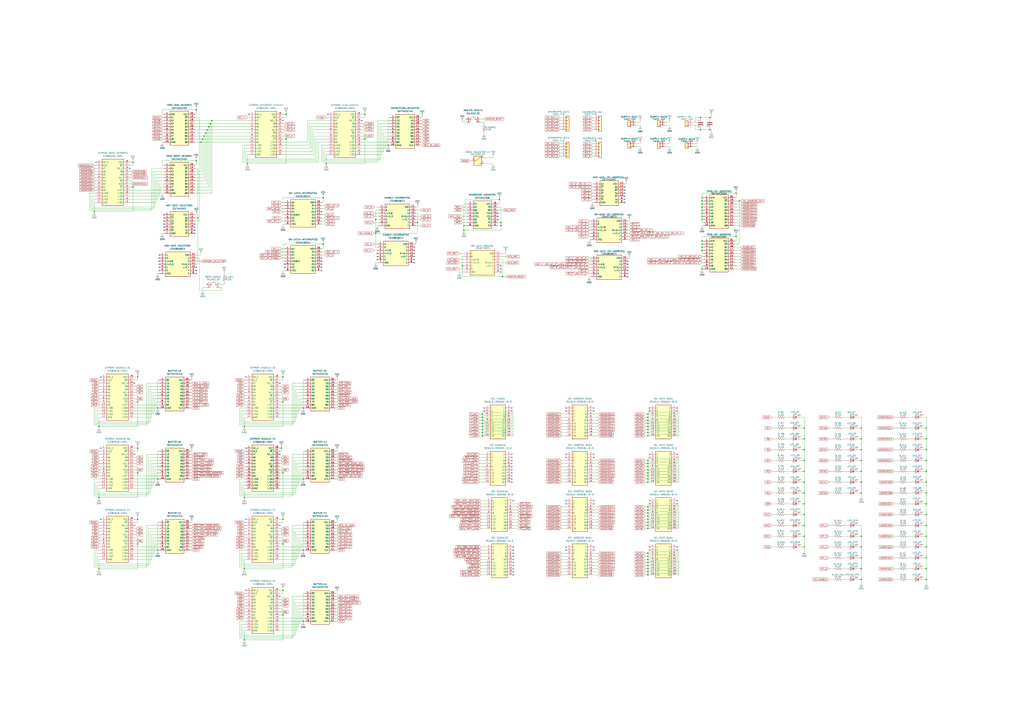
<source format=kicad_sch>
(kicad_sch (version 20231120) (generator "eeschema") (generator_version "8.0")
  (paper "A1")
  (junction (at 299.72 114.3))
  (junction (at 660.4 414.02))
  (junction (at 532.13 396.24))
  (junction (at 265.43 200.66))
  (junction (at 396.24 342.9))
  (junction (at 532.13 340.36))
  (junction (at 532.13 434.34))
  (junction (at 412.75 227.33))
  (junction (at 575.31 106.68))
  (junction (at 707.39 378.46))
  (junction (at 299.72 93.98))
  (junction (at 532.13 469.9))
  (junction (at 576.58 172.72))
  (junction (at 532.13 342.9))
  (junction (at 707.39 458.47))
  (junction (at 760.73 458.47))
  (junction (at 576.58 198.12))
  (junction (at 113.03 447.04))
  (junction (at 760.73 387.35))
  (junction (at 707.39 467.36))
  (junction (at 81.28 408.94))
  (junction (at 532.13 419.1))
  (junction (at 707.39 387.35))
  (junction (at 707.39 405.13))
  (junction (at 232.41 330.2))
  (junction (at 604.52 158.75))
  (junction (at 532.13 416.56))
  (junction (at 582.93 106.68))
  (junction (at 234.95 114.3))
  (junction (at 532.13 459.74))
  (junction (at 707.39 440.69))
  (junction (at 232.41 505.46))
  (junction (at 576.58 180.34))
  (junction (at 760.73 396.24))
  (junction (at 161.29 90.17))
  (junction (at 532.13 358.14))
  (junction (at 396.24 355.6))
  (junction (at 660.4 387.35))
  (junction (at 532.13 457.2))
  (junction (at 162.56 179.07))
  (junction (at 232.41 485.14))
  (junction (at 707.39 369.57))
  (junction (at 81.28 350.52))
  (junction (at 660.4 360.68))
  (junction (at 707.39 476.25))
  (junction (at 582.93 96.52))
  (junction (at 576.58 167.64))
  (junction (at 167.64 111.76))
  (junction (at 760.73 476.25))
  (junction (at 660.4 449.58))
  (junction (at 411.48 185.42))
  (junction (at 660.4 431.8))
  (junction (at 576.58 162.56))
  (junction (at 166.37 114.3))
  (junction (at 129.54 393.7))
  (junction (at 396.24 345.44))
  (junction (at 265.43 162.56))
  (junction (at 532.13 378.46))
  (junction (at 396.24 353.06))
  (junction (at 576.58 203.2))
  (junction (at 532.13 388.62))
  (junction (at 396.24 347.98))
  (junction (at 532.13 424.18))
  (junction (at 396.24 340.36))
  (junction (at 171.45 104.14))
  (junction (at 576.58 205.74))
  (junction (at 200.66 350.52))
  (junction (at 532.13 393.7))
  (junction (at 410.21 163.83))
  (junction (at 81.28 467.36))
  (junction (at 173.99 99.06))
  (junction (at 707.39 449.58))
  (junction (at 660.4 422.91))
  (junction (at 172.72 101.6))
  (junction (at 707.39 360.68))
  (junction (at 248.92 393.7))
  (junction (at 532.13 345.44))
  (junction (at 113.03 330.2))
  (junction (at 604.52 194.31))
  (junction (at 760.73 414.02))
  (junction (at 532.13 467.36))
  (junction (at 532.13 347.98))
  (junction (at 411.48 182.88))
  (junction (at 760.73 467.36))
  (junction (at 707.39 351.79))
  (junction (at 532.13 386.08))
  (junction (at 234.95 93.98))
  (junction (at 113.03 388.62))
  (junction (at 532.13 464.82))
  (junction (at 576.58 165.1))
  (junction (at 760.73 378.46))
  (junction (at 113.03 426.72))
  (junction (at 660.4 378.46))
  (junction (at 576.58 220.98))
  (junction (at 232.41 388.62))
  (junction (at 576.58 170.18))
  (junction (at 308.61 180.34))
  (junction (at 760.73 422.91))
  (junction (at 109.22 133.35))
  (junction (at 77.47 173.99))
  (junction (at 168.91 109.22))
  (junction (at 113.03 368.3))
  (junction (at 379.73 218.44))
  (junction (at 532.13 353.06))
  (junction (at 200.66 467.36))
  (junction (at 232.41 447.04))
  (junction (at 165.1 116.84))
  (junction (at 318.77 119.38))
  (junction (at 760.73 449.58))
  (junction (at 760.73 369.57))
  (junction (at 660.4 351.79))
  (junction (at 660.4 396.24))
  (junction (at 248.92 335.28))
  (junction (at 200.66 525.78))
  (junction (at 707.39 396.24))
  (junction (at 396.24 358.14))
  (junction (at 129.54 335.28))
  (junction (at 129.54 452.12))
  (junction (at 248.92 452.12))
  (junction (at 760.73 351.79))
  (junction (at 532.13 426.72))
  (junction (at 381 189.23))
  (junction (at 170.18 106.68))
  (junction (at 248.92 510.54))
  (junction (at 532.13 429.26))
  (junction (at 575.31 96.52))
  (junction (at 760.73 440.69))
  (junction (at 576.58 200.66))
  (junction (at 760.73 360.68))
  (junction (at 161.29 132.08))
  (junction (at 231.14 368.3))
  (junction (at 109.22 153.67))
  (junction (at 532.13 381))
  (junction (at 576.58 175.26))
  (junction (at 232.41 426.72))
  (junction (at 381 185.42))
  (junction (at 308.61 191.77))
  (junction (at 203.2 134.62))
  (junction (at 532.13 454.66))
  (junction (at 532.13 391.16))
  (junction (at 396.24 350.52))
  (junction (at 660.4 440.69))
  (junction (at 232.41 309.88))
  (junction (at 760.73 431.8))
  (junction (at 267.97 134.62))
  (junction (at 660.4 405.13))
  (junction (at 532.13 350.52))
  (junction (at 532.13 421.64))
  (junction (at 760.73 405.13))
  (junction (at 200.66 408.94))
  (junction (at 660.4 369.57))
  (junction (at 532.13 462.28))
  (junction (at 532.13 355.6))
  (junction (at 607.06 165.1))
  (junction (at 342.9 182.88))
  (junction (at 532.13 383.54))
  (junction (at 113.03 309.88))
  (junction (at 532.13 431.8))
  (junction (at 532.13 472.44))
  (junction (at 576.58 177.8))
  (no_connect (at 513.08 163.83))
  (no_connect (at 533.4 452.12))
  (no_connect (at 130.81 219.71))
  (no_connect (at 269.24 93.98))
  (no_connect (at 464.82 375.92))
  (no_connect (at 340.36 215.9))
  (no_connect (at 134.62 186.69))
  (no_connect (at 533.4 373.38))
  (no_connect (at 340.36 203.2))
  (no_connect (at 134.62 176.53))
  (no_connect (at 515.62 219.71))
  (no_connect (at 421.64 452.12))
  (no_connect (at 421.64 462.28))
  (no_connect (at 201.93 309.88))
  (no_connect (at 513.08 156.21))
  (no_connect (at 533.4 449.58))
  (no_connect (at 420.37 335.28))
  (no_connect (at 78.74 133.35))
  (no_connect (at 233.68 217.17))
  (no_connect (at 110.49 373.38))
  (no_connect (at 533.4 414.02))
  (no_connect (at 556.26 335.28))
  (no_connect (at 487.68 373.38))
  (no_connect (at 556.26 373.38))
  (no_connect (at 408.94 180.34))
  (no_connect (at 556.26 452.12))
  (no_connect (at 82.55 309.88))
  (no_connect (at 229.87 373.38))
  (no_connect (at 130.81 212.09))
  (no_connect (at 130.81 214.63))
  (no_connect (at 82.55 426.72))
  (no_connect (at 487.68 335.28))
  (no_connect (at 420.37 373.38))
  (no_connect (at 487.68 414.02))
  (no_connect (at 297.18 99.06))
  (no_connect (at 420.37 375.92))
  (no_connect (at 533.4 411.48))
  (no_connect (at 464.82 335.28))
  (no_connect (at 309.88 210.82))
  (no_connect (at 464.82 373.38))
  (no_connect (at 420.37 396.24))
  (no_connect (at 340.36 210.82))
  (no_connect (at 309.88 208.28))
  (no_connect (at 340.36 213.36))
  (no_connect (at 383.54 97.79))
  (no_connect (at 309.88 213.36))
  (no_connect (at 513.08 166.37))
  (no_connect (at 233.68 219.71))
  (no_connect (at 160.02 184.15))
  (no_connect (at 397.51 337.82))
  (no_connect (at 229.87 314.96))
  (no_connect (at 556.26 375.92))
  (no_connect (at 556.26 449.58))
  (no_connect (at 420.37 391.16))
  (no_connect (at 408.94 175.26))
  (no_connect (at 487.68 375.92))
  (no_connect (at 420.37 388.62))
  (no_connect (at 420.37 386.08))
  (no_connect (at 421.64 411.48))
  (no_connect (at 464.82 337.82))
  (no_connect (at 130.81 209.55))
  (no_connect (at 513.08 161.29))
  (no_connect (at 204.47 93.98))
  (no_connect (at 160.02 189.23))
  (no_connect (at 515.62 214.63))
  (no_connect (at 340.36 208.28))
  (no_connect (at 201.93 368.3))
  (no_connect (at 487.68 452.12))
  (no_connect (at 420.37 383.54))
  (no_connect (at 134.62 189.23))
  (no_connect (at 487.68 449.58))
  (no_connect (at 264.16 219.71))
  (no_connect (at 397.51 335.28))
  (no_connect (at 533.4 337.82))
  (no_connect (at 82.55 368.3))
  (no_connect (at 264.16 217.17))
  (no_connect (at 161.29 222.25))
  (no_connect (at 421.64 469.9))
  (no_connect (at 264.16 222.25))
  (no_connect (at 464.82 411.48))
  (no_connect (at 420.37 381))
  (no_connect (at 411.48 223.52))
  (no_connect (at 556.26 411.48))
  (no_connect (at 513.08 153.67))
  (no_connect (at 421.64 449.58))
  (no_connect (at 421.64 459.74))
  (no_connect (at 264.16 214.63))
  (no_connect (at 110.49 314.96))
  (no_connect (at 160.02 191.77))
  (no_connect (at 533.4 375.92))
  (no_connect (at 134.62 179.07))
  (no_connect (at 421.64 467.36))
  (no_connect (at 487.68 411.48))
  (no_connect (at 515.62 227.33))
  (no_connect (at 201.93 426.72))
  (no_connect (at 229.87 431.8))
  (no_connect (at 464.82 452.12))
  (no_connect (at 515.62 224.79))
  (no_connect (at 134.62 184.15))
  (no_connect (at 515.62 217.17))
  (no_connect (at 487.68 337.82))
  (no_connect (at 408.94 177.8))
  (no_connect (at 421.64 472.44))
  (no_connect (at 420.37 337.82))
  (no_connect (at 556.26 337.82))
  (no_connect (at 533.4 335.28))
  (no_connect (at 134.62 181.61))
  (no_connect (at 130.81 222.25))
  (no_connect (at 411.48 220.98))
  (no_connect (at 421.64 454.66))
  (no_connect (at 515.62 222.25))
  (no_connect (at 229.87 490.22))
  (no_connect (at 464.82 414.02))
  (no_connect (at 421.64 457.2))
  (no_connect (at 161.29 219.71))
  (no_connect (at 161.29 224.79))
  (no_connect (at 420.37 378.46))
  (no_connect (at 170.18 233.68))
  (no_connect (at 556.26 414.02))
  (no_connect (at 232.41 99.06))
  (no_connect (at 421.64 464.82))
  (no_connect (at 411.48 218.44))
  (no_connect (at 513.08 158.75))
  (no_connect (at 106.68 138.43))
  (no_connect (at 340.36 205.74))
  (no_connect (at 201.93 485.14))
  (no_connect (at 130.81 217.17))
  (no_connect (at 160.02 186.69))
  (no_connect (at 420.37 393.7))
  (no_connect (at 464.82 449.58))
  (no_connect (at 110.49 431.8))
  (wire (pts (xy 267.97 134.62) (xy 267.97 135.89)))
  (wire (pts (xy 248.92 510.54) (xy 250.19 510.54)))
  (wire (pts (xy 745.49 467.36) (xy 749.3 467.36)))
  (wire (pts (xy 633.73 378.46) (xy 637.54 378.46)))
  (wire (pts (xy 233.68 111.76) (xy 232.41 111.76)))
  (wire (pts (xy 246.38 502.92) (xy 246.38 513.08)))
  (wire (pts (xy 692.15 351.79) (xy 695.96 351.79)))
  (wire (pts (xy 111.76 434.34) (xy 110.49 434.34)))
  (wire (pts (xy 486.41 106.68) (xy 487.68 106.68)))
  (wire (pts (xy 393.7 391.16) (xy 397.51 391.16)))
  (wire (pts (xy 603.25 208.28) (xy 608.33 208.28)))
  (wire (pts (xy 127 454.66) (xy 127 444.5)))
  (wire (pts (xy 129.54 312.42) (xy 130.81 312.42)))
  (wire (pts (xy 411.48 213.36) (xy 412.75 213.36)))
  (wire (pts (xy 245.11 325.12) (xy 250.19 325.12)))
  (wire (pts (xy 461.01 342.9) (xy 464.82 342.9)))
  (wire (pts (xy 200.66 497.84) (xy 201.93 497.84)))
  (wire (pts (xy 379.73 170.18) (xy 383.54 170.18)))
  (wire (pts (xy 133.35 106.68) (xy 134.62 106.68)))
  (wire (pts (xy 243.84 439.42) (xy 250.19 439.42)))
  (wire (pts (xy 133.35 114.3) (xy 134.62 114.3)))
  (wire (pts (xy 576.58 170.18) (xy 576.58 172.72)))
  (wire (pts (xy 200.66 444.5) (xy 201.93 444.5)))
  (wire (pts (xy 250.19 393.7) (xy 248.92 393.7)))
  (wire (pts (xy 576.58 198.12) (xy 577.85 198.12)))
  (wire (pts (xy 128.27 335.28) (xy 128.27 330.2)))
  (wire (pts (xy 181.61 236.22) (xy 180.34 236.22)))
  (wire (pts (xy 532.13 342.9) (xy 532.13 341.63)))
  (wire (pts (xy 241.3 347.98) (xy 198.12 347.98)))
  (wire (pts (xy 200.66 434.34) (xy 201.93 434.34)))
  (wire (pts (xy 459.74 128.27) (xy 461.01 128.27)))
  (wire (pts (xy 575.31 96.52) (xy 575.31 97.79)))
  (wire (pts (xy 229.87 508) (xy 250.19 508)))
  (wire (pts (xy 549.91 120.65) (xy 549.91 121.92)))
  (wire (pts (xy 397.51 100.33) (xy 397.51 101.6)))
  (wire (pts (xy 556.26 381) (xy 557.53 381)))
  (wire (pts (xy 133.35 93.98) (xy 133.35 90.17)))
  (wire (pts (xy 124.46 439.42) (xy 130.81 439.42)))
  (wire (pts (xy 703.58 387.35) (xy 707.39 387.35)))
  (wire (pts (xy 229.87 459.74) (xy 243.84 459.74)))
  (wire (pts (xy 660.4 378.46) (xy 660.4 387.35)))
  (wire (pts (xy 243.84 518.16) (xy 229.87 518.16)))
  (wire (pts (xy 576.58 210.82) (xy 577.85 210.82)))
  (wire (pts (xy 248.92 452.12) (xy 248.92 453.39)))
  (wire (pts (xy 556.26 419.1) (xy 557.53 419.1)))
  (wire (pts (xy 161.29 93.98) (xy 160.02 93.98)))
  (wire (pts (xy 233.68 222.25) (xy 232.41 222.25)))
  (wire (pts (xy 265.43 162.56) (xy 232.41 162.56)))
  (wire (pts (xy 745.49 378.46) (xy 749.3 378.46)))
  (wire (pts (xy 461.01 353.06) (xy 464.82 353.06)))
  (wire (pts (xy 265.43 200.66) (xy 232.41 200.66)))
  (wire (pts (xy 276.86 320.04) (xy 275.59 320.04)))
  (wire (pts (xy 232.41 308.61) (xy 232.41 309.88)))
  (wire (pts (xy 113.03 441.96) (xy 113.03 447.04)))
  (wire (pts (xy 533.4 388.62) (xy 532.13 388.62)))
  (wire (pts (xy 200.66 449.58) (xy 201.93 449.58)))
  (wire (pts (xy 107.95 143.51) (xy 106.68 143.51)))
  (wire (pts (xy 342.9 182.88) (xy 342.9 175.26)))
  (wire (pts (xy 760.73 422.91) (xy 760.73 431.8)))
  (wire (pts (xy 734.06 342.9) (xy 737.87 342.9)))
  (wire (pts (xy 557.53 355.6) (xy 557.53 354.33)))
  (wire (pts (xy 576.58 203.2) (xy 576.58 200.66)))
  (wire (pts (xy 396.24 347.98) (xy 397.51 347.98)))
  (wire (pts (xy 77.47 173.99) (xy 77.47 166.37)))
  (wire (pts (xy 229.87 309.88) (xy 232.41 309.88)))
  (wire (pts (xy 129.54 312.42) (xy 129.54 335.28)))
  (wire (pts (xy 232.41 330.2) (xy 232.41 350.52)))
  (wire (pts (xy 275.59 510.54) (xy 276.86 510.54)))
  (wire (pts (xy 308.61 172.72) (xy 308.61 180.34)))
  (wire (pts (xy 200.66 441.96) (xy 201.93 441.96)))
  (wire (pts (xy 487.68 383.54) (xy 491.49 383.54)))
  (wire (pts (xy 157.48 391.16) (xy 156.21 391.16)))
  (wire (pts (xy 760.73 387.35) (xy 760.73 396.24)))
  (wire (pts (xy 483.87 224.79) (xy 485.14 224.79)))
  (wire (pts (xy 461.01 472.44) (xy 464.82 472.44)))
  (wire (pts (xy 80.01 398.78) (xy 80.01 405.13)))
  (wire (pts (xy 229.87 312.42) (xy 232.41 312.42)))
  (wire (pts (xy 557.53 340.36) (xy 557.53 339.09)))
  (wire (pts (xy 532.13 426.72) (xy 532.13 425.45)))
  (wire (pts (xy 276.86 314.96) (xy 275.59 314.96)))
  (wire (pts (xy 532.13 394.97) (xy 532.13 396.24)))
  (wire (pts (xy 267.97 127) (xy 269.24 127)))
  (wire (pts (xy 645.16 396.24) (xy 648.97 396.24)))
  (wire (pts (xy 756.92 414.02) (xy 760.73 414.02)))
  (wire (pts (xy 576.58 185.42) (xy 576.58 186.69)))
  (wire (pts (xy 487.68 347.98) (xy 491.49 347.98)))
  (wire (pts (xy 248.92 487.68) (xy 248.92 510.54)))
  (wire (pts (xy 532.13 392.43) (xy 532.13 393.7)))
  (wire (pts (xy 232.41 330.2) (xy 229.87 330.2)))
  (wire (pts (xy 487.68 340.36) (xy 491.49 340.36)))
  (wire (pts (xy 346.71 95.25) (xy 346.71 96.52)))
  (wire (pts (xy 241.3 464.82) (xy 198.12 464.82)))
  (wire (pts (xy 486.41 99.06) (xy 487.68 99.06)))
  (wire (pts (xy 250.19 327.66) (xy 246.38 327.66)))
  (wire (pts (xy 200.66 320.04) (xy 201.93 320.04)))
  (wire (pts (xy 532.13 339.09) (xy 532.13 340.36)))
  (wire (pts (xy 421.64 353.06) (xy 421.64 351.79)))
  (wire (pts (xy 81.28 378.46) (xy 82.55 378.46)))
  (wire (pts (xy 461.01 431.8) (xy 464.82 431.8)))
  (wire (pts (xy 603.25 177.8) (xy 608.33 177.8)))
  (wire (pts (xy 276.86 330.2) (xy 275.59 330.2)))
  (wire (pts (xy 157.48 317.5) (xy 156.21 317.5)))
  (wire (pts (xy 487.68 469.9) (xy 491.49 469.9)))
  (wire (pts (xy 656.59 378.46) (xy 660.4 378.46)))
  (wire (pts (xy 342.9 175.26) (xy 341.63 175.26)))
  (wire (pts (xy 124.46 342.9) (xy 124.46 322.58)))
  (wire (pts (xy 128.27 447.04) (xy 130.81 447.04)))
  (wire (pts (xy 532.13 422.91) (xy 557.53 422.91)))
  (wire (pts (xy 604.52 162.56) (xy 604.52 158.75)))
  (wire (pts (xy 73.66 158.75) (xy 73.66 172.72)))
  (wire (pts (xy 275.59 500.38) (xy 276.86 500.38)))
  (wire (pts (xy 556.26 345.44) (xy 557.53 345.44)))
  (wire (pts (xy 203.2 134.62) (xy 203.2 127)))
  (wire (pts (xy 603.25 167.64) (xy 608.33 167.64)))
  (wire (pts (xy 160.02 116.84) (xy 165.1 116.84)))
  (wire (pts (xy 396.24 346.71) (xy 396.24 347.98)))
  (wire (pts (xy 557.53 417.83) (xy 557.53 419.1)))
  (wire (pts (xy 318.77 119.38) (xy 318.77 96.52)))
  (wire (pts (xy 200.66 370.84) (xy 201.93 370.84)))
  (wire (pts (xy 532.13 386.08) (xy 533.4 386.08)))
  (wire (pts (xy 645.16 440.69) (xy 648.97 440.69)))
  (wire (pts (xy 110.49 391.16) (xy 130.81 391.16)))
  (wire (pts (xy 110.49 459.74) (xy 124.46 459.74)))
  (wire (pts (xy 421.64 416.56) (xy 425.45 416.56)))
  (wire (pts (xy 231.14 204.47) (xy 233.68 204.47)))
  (wire (pts (xy 415.29 207.01) (xy 415.29 208.28)))
  (wire (pts (xy 633.73 360.68) (xy 637.54 360.68)))
  (wire (pts (xy 576.58 215.9) (xy 577.85 215.9)))
  (wire (pts (xy 556.26 457.2) (xy 557.53 457.2)))
  (wire (pts (xy 130.81 429.26) (xy 129.54 429.26)))
  (wire (pts (xy 656.59 387.35) (xy 660.4 387.35)))
  (wire (pts (xy 200.66 381) (xy 201.93 381)))
  (wire (pts (xy 760.73 360.68) (xy 760.73 369.57)))
  (wire (pts (xy 81.28 388.62) (xy 82.55 388.62)))
  (wire (pts (xy 461.01 391.16) (xy 464.82 391.16)))
  (wire (pts (xy 130.81 373.38) (xy 120.65 373.38)))
  (wire (pts (xy 231.14 166.37) (xy 233.68 166.37)))
  (wire (pts (xy 645.16 351.79) (xy 648.97 351.79)))
  (wire (pts (xy 133.35 158.75) (xy 133.35 160.02)))
  (wire (pts (xy 203.2 134.62) (xy 203.2 135.89)))
  (wire (pts (xy 170.18 106.68) (xy 170.18 151.13)))
  (wire (pts (xy 532.13 472.44) (xy 532.13 471.17)))
  (wire (pts (xy 125.73 140.97) (xy 125.73 171.45)))
  (wire (pts (xy 745.49 458.47) (xy 749.3 458.47)))
  (wire (pts (xy 200.66 525.78) (xy 200.66 518.16)))
  (wire (pts (xy 276.86 388.62) (xy 275.59 388.62)))
  (wire (pts (xy 410.21 163.83) (xy 410.21 167.64)))
  (wire (pts (xy 575.31 106.68) (xy 582.93 106.68)))
  (wire (pts (xy 250.19 317.5) (xy 241.3 317.5)))
  (wire (pts (xy 557.53 381) (xy 557.53 379.73)))
  (wire (pts (xy 161.29 175.26) (xy 161.29 176.53)))
  (wire (pts (xy 533.4 467.36) (xy 532.13 467.36)))
  (wire (pts (xy 200.66 467.36) (xy 200.66 459.74)))
  (wire (pts (xy 255.27 121.92) (xy 232.41 121.92)))
  (wire (pts (xy 603.25 170.18) (xy 608.33 170.18)))
  (wire (pts (xy 157.48 373.38) (xy 156.21 373.38)))
  (wire (pts (xy 549.91 116.84) (xy 549.91 118.11)))
  (wire (pts (xy 81.28 327.66) (xy 82.55 327.66)))
  (wire (pts (xy 532.13 431.8) (xy 532.13 430.53)))
  (wire (pts (xy 745.49 369.57) (xy 749.3 369.57)))
  (wire (pts (xy 245.11 515.62) (xy 245.11 500.38)))
  (wire (pts (xy 734.06 449.58) (xy 737.87 449.58)))
  (wire (pts (xy 577.85 220.98) (xy 576.58 220.98)))
  (wire (pts (xy 231.14 434.34) (xy 229.87 434.34)))
  (wire (pts (xy 461.01 454.66) (xy 464.82 454.66)))
  (wire (pts (xy 200.66 330.2) (xy 201.93 330.2)))
  (wire (pts (xy 232.41 350.52) (xy 200.66 350.52)))
  (wire (pts (xy 123.19 320.04) (xy 130.81 320.04)))
  (wire (pts (xy 124.46 459.74) (xy 124.46 439.42)))
  (wire (pts (xy 529.59 429.26) (xy 532.13 429.26)))
  (wire (pts (xy 529.59 347.98) (xy 532.13 347.98)))
  (wire (pts (xy 196.85 452.12) (xy 201.93 452.12)))
  (wire (pts (xy 394.97 421.64) (xy 398.78 421.64)))
  (wire (pts (xy 516.89 196.85) (xy 515.62 196.85)))
  (wire (pts (xy 633.73 405.13) (xy 637.54 405.13)))
  (wire (pts (xy 556.26 350.52) (xy 557.53 350.52)))
  (wire (pts (xy 127 337.82) (xy 127 327.66)))
  (wire (pts (xy 533.4 353.06) (xy 532.13 353.06)))
  (wire (pts (xy 396.24 350.52) (xy 396.24 349.25)))
  (wire (pts (xy 317.5 114.3) (xy 320.04 114.3)))
  (wire (pts (xy 307.34 177.8) (xy 311.15 177.8)))
  (wire (pts (xy 232.41 184.15) (xy 232.41 185.42)))
  (wire (pts (xy 161.29 209.55) (xy 165.1 209.55)))
  (wire (pts (xy 200.66 132.08) (xy 260.35 132.08)))
  (wire (pts (xy 396.24 342.9) (xy 397.51 342.9)))
  (wire (pts (xy 81.28 370.84) (xy 82.55 370.84)))
  (wire (pts (xy 734.06 476.25) (xy 737.87 476.25)))
  (wire (pts (xy 160.02 111.76) (xy 167.64 111.76)))
  (wire (pts (xy 264.16 204.47) (xy 265.43 204.47)))
  (wire (pts (xy 397.51 345.44) (xy 396.24 345.44)))
  (wire (pts (xy 487.68 424.18) (xy 491.49 424.18)))
  (wire (pts (xy 633.73 396.24) (xy 637.54 396.24)))
  (wire (pts (xy 393.7 355.6) (xy 396.24 355.6)))
  (wire (pts (xy 576.58 200.66) (xy 576.58 198.12)))
  (wire (pts (xy 603.25 172.72) (xy 608.33 172.72)))
  (wire (pts (xy 266.7 124.46) (xy 269.24 124.46)))
  (wire (pts (xy 78.74 454.66) (xy 82.55 454.66)))
  (wire (pts (xy 111.76 444.5) (xy 110.49 444.5)))
  (wire (pts (xy 346.71 119.38) (xy 345.44 119.38)))
  (wire (pts (xy 656.59 405.13) (xy 660.4 405.13)))
  (wire (pts (xy 232.41 487.68) (xy 229.87 487.68)))
  (wire (pts (xy 199.39 398.78) (xy 201.93 398.78)))
  (wire (pts (xy 532.13 388.62) (xy 532.13 387.35)))
  (wire (pts (xy 745.49 440.69) (xy 749.3 440.69)))
  (wire (pts (xy 200.66 502.92) (xy 201.93 502.92)))
  (wire (pts (xy 557.53 377.19) (xy 557.53 378.46)))
  (wire (pts (xy 297.18 124.46) (xy 314.96 124.46)))
  (wire (pts (xy 128.27 166.37) (xy 106.68 166.37)))
  (wire (pts (xy 133.35 116.84) (xy 134.62 116.84)))
  (wire (pts (xy 756.92 360.68) (xy 760.73 360.68)))
  (wire (pts (xy 529.59 426.72) (xy 532.13 426.72)))
  (wire (pts (xy 81.28 312.42) (xy 82.55 312.42)))
  (wire (pts (xy 487.68 350.52) (xy 491.49 350.52)))
  (wire (pts (xy 276.86 375.92) (xy 275.59 375.92)))
  (wire (pts (xy 157.48 375.92) (xy 156.21 375.92)))
  (wire (pts (xy 421.64 351.79) (xy 396.24 351.79)))
  (wire (pts (xy 571.5 106.68) (xy 575.31 106.68)))
  (wire (pts (xy 121.92 406.4) (xy 121.92 375.92)))
  (wire (pts (xy 582.93 105.41) (xy 582.93 106.68)))
  (wire (pts (xy 132.08 158.75) (xy 132.08 153.67)))
  (wire (pts (xy 265.43 132.08) (xy 265.43 121.92)))
  (wire (pts (xy 264.16 168.91) (xy 266.7 168.91)))
  (wire (pts (xy 604.52 158.75) (xy 576.58 158.75)))
  (wire (pts (xy 229.87 457.2) (xy 245.11 457.2)))
  (wire (pts (xy 411.48 215.9) (xy 415.29 215.9)))
  (wire (pts (xy 379.73 227.33) (xy 412.75 227.33)))
  (wire (pts (xy 394.97 462.28) (xy 398.78 462.28)))
  (wire (pts (xy 603.25 205.74) (xy 608.33 205.74)))
  (wire (pts (xy 229.87 452.12) (xy 247.65 452.12)))
  (wire (pts (xy 692.15 360.68) (xy 695.96 360.68)))
  (wire (pts (xy 252.73 99.06) (xy 269.24 99.06)))
  (wire (pts (xy 81.28 322.58) (xy 82.55 322.58)))
  (wire (pts (xy 265.43 200.66) (xy 265.43 204.47)))
  (wire (pts (xy 461.01 381) (xy 464.82 381)))
  (wire (pts (xy 264.16 184.15) (xy 266.7 184.15)))
  (wire (pts (xy 200.66 436.88) (xy 201.93 436.88)))
  (wire (pts (xy 529.59 388.62) (xy 532.13 388.62)))
  (wire (pts (xy 111.76 375.92) (xy 110.49 375.92)))
  (wire (pts (xy 229.87 426.72) (xy 232.41 426.72)))
  (wire (pts (xy 760.73 378.46) (xy 760.73 387.35)))
  (wire (pts (xy 483.87 184.15) (xy 485.14 184.15)))
  (wire (pts (xy 756.92 342.9) (xy 760.73 342.9)))
  (wire (pts (xy 250.19 497.84) (xy 243.84 497.84)))
  (wire (pts (xy 556.26 472.44) (xy 557.53 472.44)))
  (wire (pts (xy 529.59 381) (xy 532.13 381)))
  (wire (pts (xy 107.95 146.05) (xy 106.68 146.05)))
  (wire (pts (xy 242.57 405.13) (xy 242.57 378.46)))
  (wire (pts (xy 486.41 158.75) (xy 487.68 158.75)))
  (wire (pts (xy 346.71 114.3) (xy 345.44 114.3)))
  (wire (pts (xy 556.26 424.18) (xy 557.53 424.18)))
  (wire (pts (xy 532.13 467.36) (xy 532.13 466.09)))
  (wire (pts (xy 246.38 386.08) (xy 246.38 396.24)))
  (wire (pts (xy 320.04 119.38) (xy 318.77 119.38)))
  (wire (pts (xy 129.54 429.26) (xy 129.54 452.12)))
  (wire (pts (xy 532.13 457.2) (xy 532.13 455.93)))
  (wire (pts (xy 533.4 457.2) (xy 532.13 457.2)))
  (wire (pts (xy 264.16 171.45) (xy 266.7 171.45)))
  (wire (pts (xy 633.73 422.91) (xy 637.54 422.91)))
  (wire (pts (xy 656.59 342.9) (xy 660.4 342.9)))
  (wire (pts (xy 556.26 421.64) (xy 557.53 421.64)))
  (wire (pts (xy 110.49 330.2) (xy 113.03 330.2)))
  (wire (pts (xy 582.93 106.68) (xy 584.2 106.68)))
  (wire (pts (xy 229.87 368.3) (xy 231.14 368.3)))
  (wire (pts (xy 461.01 469.9) (xy 464.82 469.9)))
  (wire (pts (xy 421.64 421.64) (xy 425.45 421.64)))
  (wire (pts (xy 232.41 408.94) (xy 200.66 408.94)))
  (wire (pts (xy 393.7 97.79) (xy 397.51 97.79)))
  (wire (pts (xy 557.53 422.91) (xy 557.53 424.18)))
  (wire (pts (xy 532.13 341.63) (xy 557.53 341.63)))
  (wire (pts (xy 81.28 373.38) (xy 82.55 373.38)))
  (wire (pts (xy 157.48 436.88) (xy 156.21 436.88)))
  (wire (pts (xy 342.9 168.91) (xy 342.9 170.18)))
  (wire (pts (xy 77.47 151.13) (xy 78.74 151.13)))
  (wire (pts (xy 603.25 203.2) (xy 608.33 203.2)))
  (wire (pts (xy 529.59 350.52) (xy 532.13 350.52)))
  (wire (pts (xy 77.47 452.12) (xy 82.55 452.12)))
  (wire (pts (xy 516.89 180.34) (xy 516.89 181.61)))
  (wire (pts (xy 240.03 490.22) (xy 250.19 490.22)))
  (wire (pts (xy 77.47 140.97) (xy 78.74 140.97)))
  (wire (pts (xy 487.68 342.9) (xy 491.49 342.9)))
  (wire (pts (xy 199.39 405.13) (xy 242.57 405.13)))
  (wire (pts (xy 756.92 440.69) (xy 760.73 440.69)))
  (wire (pts (xy 163.83 181.61) (xy 160.02 181.61)))
  (wire (pts (xy 557.53 396.24) (xy 557.53 394.97)))
  (wire (pts (xy 134.62 140.97) (xy 125.73 140.97)))
  (wire (pts (xy 603.25 220.98) (xy 608.33 220.98)))
  (wire (pts (xy 461.01 429.26) (xy 464.82 429.26)))
  (wire (pts (xy 461.01 421.64) (xy 464.82 421.64)))
  (wire (pts (xy 82.55 340.36) (xy 80.01 340.36)))
  (wire (pts (xy 200.66 350.52) (xy 200.66 351.79)))
  (wire (pts (xy 308.61 180.34) (xy 308.61 191.77)))
  (wire (pts (xy 734.06 458.47) (xy 737.87 458.47)))
  (wire (pts (xy 734.06 467.36) (xy 737.87 467.36)))
  (wire (pts (xy 241.3 317.5) (xy 241.3 347.98)))
  (wire (pts (xy 533.4 419.1) (xy 532.13 419.1)))
  (wire (pts (xy 157.48 332.74) (xy 156.21 332.74)))
  (wire (pts (xy 576.58 203.2) (xy 577.85 203.2)))
  (wire (pts (xy 382.27 163.83) (xy 382.27 175.26)))
  (wire (pts (xy 487.68 166.37) (xy 486.41 166.37)))
  (wire (pts (xy 276.86 427.99) (xy 276.86 429.26)))
  (wire (pts (xy 760.73 476.25) (xy 756.92 476.25)))
  (wire (pts (xy 157.48 434.34) (xy 156.21 434.34)))
  (wire (pts (xy 461.01 419.1) (xy 464.82 419.1)))
  (wire (pts (xy 276.86 369.57) (xy 276.86 370.84)))
  (wire (pts (xy 200.66 459.74) (xy 201.93 459.74)))
  (wire (pts (xy 394.97 419.1) (xy 398.78 419.1)))
  (wire (pts (xy 396.24 353.06) (xy 397.51 353.06)))
  (wire (pts (xy 161.29 90.17) (xy 161.29 93.98)))
  (wire (pts (xy 529.59 424.18) (xy 532.13 424.18)))
  (wire (pts (xy 200.66 132.08) (xy 200.66 121.92)))
  (wire (pts (xy 229.87 335.28) (xy 247.65 335.28)))
  (wire (pts (xy 110.49 452.12) (xy 128.27 452.12)))
  (wire (pts (xy 313.69 106.68) (xy 320.04 106.68)))
  (wire (pts (xy 276.86 373.38) (xy 275.59 373.38)))
  (wire (pts (xy 556.26 378.46) (xy 557.53 378.46)))
  (wire (pts (xy 233.68 104.14) (xy 232.41 104.14)))
  (wire (pts (xy 250.19 386.08) (xy 246.38 386.08)))
  (wire (pts (xy 707.39 431.8) (xy 707.39 440.69)))
  (wire (pts (xy 231.14 381) (xy 229.87 381)))
  (wire (pts (xy 571.5 96.52) (xy 575.31 96.52)))
  (wire (pts (xy 556.26 391.16) (xy 557.53 391.16)))
  (wire (pts (xy 603.25 182.88) (xy 608.33 182.88)))
  (wire (pts (xy 81.28 441.96) (xy 82.55 441.96)))
  (wire (pts (xy 265.43 161.29) (xy 265.43 162.56)))
  (wire (pts (xy 78.74 406.4) (xy 121.92 406.4)))
  (wire (pts (xy 760.73 458.47) (xy 760.73 467.36)))
  (wire (pts (xy 532.13 387.35) (xy 557.53 387.35)))
  (wire (pts (xy 557.53 464.82) (xy 557.53 463.55)))
  (wire (pts (xy 130.81 436.88) (xy 123.19 436.88)))
  (wire (pts (xy 532.13 389.89) (xy 532.13 391.16)))
  (wire (pts (xy 312.42 104.14) (xy 320.04 104.14)))
  (wire (pts (xy 184.15 233.68) (xy 184.15 232.41)))
  (wire (pts (xy 160.02 179.07) (xy 162.56 179.07)))
  (wire (pts (xy 297.18 109.22) (xy 299.72 109.22)))
  (wire (pts (xy 734.06 378.46) (xy 737.87 378.46)))
  (wire (pts (xy 529.59 469.9) (xy 532.13 469.9)))
  (wire (pts (xy 247.65 447.04) (xy 250.19 447.04)))
  (wire (pts (xy 243.84 497.84) (xy 243.84 518.16)))
  (wire (pts (xy 157.48 439.42) (xy 156.21 439.42)))
  (wire (pts (xy 760.73 476.25) (xy 760.73 480.06)))
  (wire (pts (xy 633.73 440.69) (xy 637.54 440.69)))
  (wire (pts (xy 396.24 344.17) (xy 421.64 344.17)))
  (wire (pts (xy 130.81 452.12) (xy 129.54 452.12)))
  (wire (pts (xy 196.85 452.12) (xy 196.85 466.09)))
  (wire (pts (xy 297.18 121.92) (xy 316.23 121.92)))
  (wire (pts (xy 232.41 96.52) (xy 234.95 96.52)))
  (wire (pts (xy 128.27 393.7) (xy 128.27 388.62)))
  (wire (pts (xy 381 189.23) (xy 411.48 189.23)))
  (wire (pts (xy 111.76 317.5) (xy 110.49 317.5)))
  (wire (pts (xy 556.26 347.98) (xy 557.53 347.98)))
  (wire (pts (xy 110.49 396.24) (xy 127 396.24)))
  (wire (pts (xy 298.45 104.14) (xy 297.18 104.14)))
  (wire (pts (xy 134.62 135.89) (xy 133.35 135.89)))
  (wire (pts (xy 557.53 356.87) (xy 557.53 358.14)))
  (wire (pts (xy 242.57 346.71) (xy 242.57 320.04)))
  (wire (pts (xy 276.86 322.58) (xy 275.59 322.58)))
  (wire (pts (xy 266.7 124.46) (xy 266.7 130.81)))
  (wire (pts (xy 113.03 312.42) (xy 113.03 309.88)))
  (wire (pts (xy 557.53 345.44) (xy 557.53 344.17)))
  (wire (pts (xy 77.47 349.25) (xy 120.65 349.25)))
  (wire (pts (xy 568.96 102.87) (xy 571.5 102.87)))
  (wire (pts (xy 745.49 342.9) (xy 749.3 342.9)))
  (wire (pts (xy 245.11 457.2) (xy 245.11 441.96)))
  (wire (pts (xy 200.66 312.42) (xy 201.93 312.42)))
  (wire (pts (xy 379.73 218.44) (xy 381 218.44)))
  (wire (pts (xy 381 167.64) (xy 383.54 167.64)))
  (wire (pts (xy 483.87 189.23) (xy 485.14 189.23)))
  (wire (pts (xy 515.62 189.23) (xy 516.89 189.23)))
  (wire (pts (xy 340.36 200.66) (xy 341.63 200.66)))
  (wire (pts (xy 487.68 388.62) (xy 491.49 388.62)))
  (wire (pts (xy 734.06 360.68) (xy 737.87 360.68)))
  (wire (pts (xy 156.21 429.26) (xy 157.48 429.26)))
  (wire (pts (xy 199.39 463.55) (xy 242.57 463.55)))
  (wire (pts (xy 532.13 383.54) (xy 532.13 382.27)))
  (wire (pts (xy 576.58 162.56) (xy 577.85 162.56)))
  (wire (pts (xy 231.14 207.01) (xy 233.68 207.01)))
  (wire (pts (xy 111.76 386.08) (xy 110.49 386.08)))
  (wire (pts (xy 110.49 368.3) (xy 113.03 368.3)))
  (wire (pts (xy 680.72 360.68) (xy 684.53 360.68)))
  (wire (pts (xy 557.53 434.34) (xy 557.53 433.07)))
  (wire (pts (xy 232.41 425.45) (xy 232.41 426.72)))
  (wire (pts (xy 74.93 171.45) (xy 74.93 161.29)))
  (wire (pts (xy 231.14 168.91) (xy 233.68 168.91)))
  (wire (pts (xy 160.02 146.05) (xy 167.64 146.05)))
  (wire (pts (xy 203.2 96.52) (xy 204.47 96.52)))
  (wire (pts (xy 307.34 170.18) (xy 311.15 170.18)))
  (wire (pts (xy 125.73 340.36) (xy 125.73 325.12)))
  (wire (pts (xy 532.13 471.17) (xy 557.53 471.17)))
  (wire (pts (xy 123.19 346.71) (xy 123.19 320.04)))
  (wire (pts (xy 81.28 332.74) (xy 82.55 332.74)))
  (wire (pts (xy 264.16 133.35) (xy 309.88 133.35)))
  (wire (pts (xy 247.65 505.46) (xy 250.19 505.46)))
  (wire (pts (xy 745.49 351.79) (xy 749.3 351.79)))
  (wire (pts (xy 231.14 436.88) (xy 229.87 436.88)))
  (wire (pts (xy 81.28 314.96) (xy 82.55 314.96)))
  (wire (pts (xy 266.7 130.81) (xy 312.42 130.81)))
  (wire (pts (xy 487.68 355.6) (xy 491.49 355.6)))
  (wire (pts (xy 521.97 102.87) (xy 525.78 102.87)))
  (wire (pts (xy 546.1 102.87) (xy 549.91 102.87)))
  (wire (pts (xy 421.64 340.36) (xy 420.37 340.36)))
  (wire (pts (xy 200.66 505.46) (xy 201.93 505.46)))
  (wire (pts (xy 297.18 127) (xy 313.69 127)))
  (wire (pts (xy 314.96 124.46) (xy 314.96 109.22)))
  (wire (pts (xy 532.13 350.52) (xy 533.4 350.52)))
  (wire (pts (xy 487.68 396.24) (xy 491.49 396.24)))
  (wire (pts (xy 247.65 335.28) (xy 247.65 330.2)))
  (wire (pts (xy 377.19 223.52) (xy 381 223.52)))
  (wire (pts (xy 633.73 369.57) (xy 637.54 369.57)))
  (wire (pts (xy 645.16 342.9) (xy 648.97 342.9)))
  (wire (pts (xy 734.06 431.8) (xy 737.87 431.8)))
  (wire (pts (xy 680.72 449.58) (xy 684.53 449.58)))
  (wire (pts (xy 78.74 464.82) (xy 121.92 464.82)))
  (wire (pts (xy 487.68 358.14) (xy 491.49 358.14)))
  (wire (pts (xy 162.56 217.17) (xy 161.29 217.17)))
  (wire (pts (xy 516.89 210.82) (xy 516.89 212.09)))
  (wire (pts (xy 81.28 434.34) (xy 82.55 434.34)))
  (wire (pts (xy 397.51 350.52) (xy 396.24 350.52)))
  (wire (pts (xy 645.16 405.13) (xy 648.97 405.13)))
  (wire (pts (xy 232.41 124.46) (xy 256.54 124.46)))
  (wire (pts (xy 167.64 111.76) (xy 204.47 111.76)))
  (wire (pts (xy 421.64 347.98) (xy 421.64 346.71)))
  (wire (pts (xy 756.92 431.8) (xy 760.73 431.8)))
  (wire (pts (xy 603.25 215.9) (xy 608.33 215.9)))
  (wire (pts (xy 229.87 332.74) (xy 250.19 332.74)))
  (wire (pts (xy 81.28 429.26) (xy 82.55 429.26)))
  (wire (pts (xy 532.13 378.46) (xy 532.13 377.19)))
  (wire (pts (xy 203.2 127) (xy 204.47 127)))
  (wire (pts (xy 420.37 342.9) (xy 421.64 342.9)))
  (wire (pts (xy 377.19 220.98) (xy 381 220.98)))
  (wire (pts (xy 229.87 398.78) (xy 245.11 398.78)))
  (wire (pts (xy 232.41 500.38) (xy 232.41 505.46)))
  (wire (pts (xy 461.01 396.24) (xy 464.82 396.24)))
  (wire (pts (xy 200.66 332.74) (xy 201.93 332.74)))
  (wire (pts (xy 123.19 378.46) (xy 130.81 378.46)))
  (wire (pts (xy 533.4 426.72) (xy 532.13 426.72)))
  (wire (pts (xy 111.76 327.66) (xy 110.49 327.66)))
  (wire (pts (xy 299.72 134.62) (xy 267.97 134.62)))
  (wire (pts (xy 242.57 378.46) (xy 250.19 378.46)))
  (wire (pts (xy 607.06 165.1) (xy 608.33 165.1)))
  (wire (pts (xy 603.25 210.82) (xy 608.33 210.82)))
  (wire (pts (xy 529.59 472.44) (xy 532.13 472.44)))
  (wire (pts (xy 201.93 515.62) (xy 199.39 515.62)))
  (wire (pts (xy 532.13 392.43) (xy 557.53 392.43)))
  (wire (pts (xy 110.49 309.88) (xy 113.03 309.88)))
  (wire (pts (xy 276.86 436.88) (xy 275.59 436.88)))
  (wire (pts (xy 532.13 377.19) (xy 557.53 377.19)))
  (wire (pts (xy 252.73 116.84) (xy 252.73 99.06)))
  (wire (pts (xy 745.49 396.24) (xy 749.3 396.24)))
  (wire (pts (xy 420.37 345.44) (xy 421.64 345.44)))
  (wire (pts (xy 703.58 351.79) (xy 707.39 351.79)))
  (wire (pts (xy 756.92 369.57) (xy 760.73 369.57)))
  (wire (pts (xy 525.78 120.65) (xy 525.78 121.92)))
  (wire (pts (xy 80.01 346.71) (xy 123.19 346.71)))
  (wire (pts (xy 199.39 457.2) (xy 199.39 463.55)))
  (wire (pts (xy 421.64 424.18) (xy 425.45 424.18)))
  (wire (pts (xy 246.38 337.82) (xy 229.87 337.82)))
  (wire (pts (xy 680.72 405.13) (xy 684.53 405.13)))
  (wire (pts (xy 163.83 212.09) (xy 163.83 238.76)))
  (wire (pts (xy 556.26 467.36) (xy 557.53 467.36)))
  (wire (pts (xy 260.35 114.3) (xy 260.35 132.08)))
  (wire (pts (xy 232.41 467.36) (xy 200.66 467.36)))
  (wire (pts (xy 396.24 351.79) (xy 396.24 353.06)))
  (wire (pts (xy 248.92 370.84) (xy 250.19 370.84)))
  (wire (pts (xy 173.99 158.75) (xy 160.02 158.75)))
  (wire (pts (xy 200.66 317.5) (xy 201.93 317.5)))
  (wire (pts (xy 111.76 436.88) (xy 110.49 436.88)))
  (wire (pts (xy 267.97 134.62) (xy 267.97 127)))
  (wire (pts (xy 77.47 393.7) (xy 82.55 393.7)))
  (wire (pts (xy 120.65 314.96) (xy 130.81 314.96)))
  (wire (pts (xy 200.66 401.32) (xy 201.93 401.32)))
  (wire (pts (xy 109.22 132.08) (xy 109.22 133.35)))
  (wire (pts (xy 254 119.38) (xy 254 101.6)))
  (wire (pts (xy 81.28 459.74) (xy 82.55 459.74)))
  (wire (pts (xy 532.13 464.82) (xy 533.4 464.82)))
  (wire (pts (xy 346.71 106.68) (xy 345.44 106.68)))
  (wire (pts (xy 396.24 340.36) (xy 396.24 339.09)))
  (wire (pts (xy 707.39 369.57) (xy 707.39 378.46)))
  (wire (pts (xy 129.54 224.79) (xy 129.54 226.06)))
  (wire (pts (xy 703.58 360.68) (xy 707.39 360.68)))
  (wire (pts (xy 132.08 153.67) (xy 134.62 153.67)))
  (wire (pts (xy 346.71 101.6) (xy 345.44 101.6)))
  (wire (pts (xy 557.53 433.07) (xy 532.13 433.07)))
  (wire (pts (xy 255.27 104.14) (xy 255.27 121.92)))
  (wire (pts (xy 533.4 347.98) (xy 532.13 347.98)))
  (wire (pts (xy 393.7 375.92) (xy 397.51 375.92)))
  (wire (pts (xy 633.73 342.9) (xy 637.54 342.9)))
  (wire (pts (xy 346.71 111.76) (xy 345.44 111.76)))
  (wire (pts (xy 533.4 424.18) (xy 532.13 424.18)))
  (wire (pts (xy 81.28 449.58) (xy 82.55 449.58)))
  (wire (pts (xy 393.7 381) (xy 397.51 381)))
  (wire (pts (xy 532.13 429.26) (xy 533.4 429.26)))
  (wire (pts (xy 110.49 429.26) (xy 113.03 429.26)))
  (wire (pts (xy 231.14 212.09) (xy 233.68 212.09)))
  (wire (pts (xy 486.41 151.13) (xy 487.68 151.13)))
  (wire (pts (xy 113.03 429.26) (xy 113.03 426.72)))
  (wire (pts (xy 200.66 327.66) (xy 201.93 327.66)))
  (wire (pts (xy 200.66 408.94) (xy 200.66 401.32)))
  (wire (pts (xy 575.31 105.41) (xy 575.31 106.68)))
  (wire (pts (xy 196.85 524.51) (xy 240.03 524.51)))
  (wire (pts (xy 275.59 490.22) (xy 276.86 490.22)))
  (wire (pts (xy 199.39 457.2) (xy 201.93 457.2)))
  (wire (pts (xy 232.41 176.53) (xy 233.68 176.53)))
  (wire (pts (xy 200.66 314.96) (xy 201.93 314.96)))
  (wire (pts (xy 532.13 358.14) (xy 532.13 356.87)))
  (wire (pts (xy 692.15 396.24) (xy 695.96 396.24)))
  (wire (pts (xy 121.92 434.34) (xy 130.81 434.34)))
  (wire (pts (xy 229.87 393.7) (xy 247.65 393.7)))
  (wire (pts (xy 692.15 476.25) (xy 695.96 476.25)))
  (wire (pts (xy 486.41 156.21) (xy 487.68 156.21)))
  (wire (pts (xy 161.29 214.63) (xy 165.1 214.63)))
  (wire (pts (xy 703.58 342.9) (xy 707.39 342.9)))
  (wire (pts (xy 200.66 429.26) (xy 201.93 429.26)))
  (wire (pts (xy 532.13 459.74) (xy 533.4 459.74)))
  (wire (pts (xy 128.27 452.12) (xy 128.27 447.04)))
  (wire (pts (xy 603.25 162.56) (xy 604.52 162.56)))
  (wire (pts (xy 241.3 406.4) (xy 198.12 406.4)))
  (wire (pts (xy 394.97 434.34) (xy 398.78 434.34)))
  (wire (pts (xy 577.85 185.42) (xy 576.58 185.42)))
  (wire (pts (xy 156.21 393.7) (xy 157.48 393.7)))
  (wire (pts (xy 487.68 426.72) (xy 491.49 426.72)))
  (wire (pts (xy 529.59 353.06) (xy 532.13 353.06)))
  (wire (pts (xy 106.68 158.75) (xy 132.08 158.75)))
  (wire (pts (xy 532.13 356.87) (xy 557.53 356.87)))
  (wire (pts (xy 110.49 370.84) (xy 113.03 370.84)))
  (wire (pts (xy 314.96 109.22) (xy 320.04 109.22)))
  (wire (pts (xy 549.91 99.06) (xy 549.91 100.33)))
  (wire (pts (xy 556.26 386.08) (xy 557.53 386.08)))
  (wire (pts (xy 157.48 327.66) (xy 156.21 327.66)))
  (wire (pts (xy 557.53 344.17) (xy 532.13 344.17)))
  (wire (pts (xy 487.68 393.7) (xy 491.49 393.7)))
  (wire (pts (xy 113.03 388.62) (xy 110.49 388.62)))
  (wire (pts (xy 229.87 441.96) (xy 232.41 441.96)))
  (wire (pts (xy 127 327.66) (xy 130.81 327.66)))
  (wire (pts (xy 532.13 382.27) (xy 557.53 382.27)))
  (wire (pts (xy 247.65 452.12) (xy 247.65 447.04)))
  (wire (pts (xy 240.03 524.51) (xy 240.03 490.22)))
  (wire (pts (xy 160.02 106.68) (xy 170.18 106.68)))
  (wire (pts (xy 298.45 111.76) (xy 297.18 111.76)))
  (wire (pts (xy 200.66 492.76) (xy 201.93 492.76)))
  (wire (pts (xy 162.56 179.07) (xy 162.56 217.17)))
  (wire (pts (xy 245.11 398.78) (xy 245.11 383.54)))
  (wire (pts (xy 734.06 351.79) (xy 737.87 351.79)))
  (wire (pts (xy 129.54 148.59) (xy 134.62 148.59)))
  (wire (pts (xy 514.35 149.86) (xy 514.35 151.13)))
  (wire (pts (xy 486.41 104.14) (xy 487.68 104.14)))
  (wire (pts (xy 113.03 425.45) (xy 113.03 426.72)))
  (wire (pts (xy 196.85 407.67) (xy 240.03 407.67)))
  (wire (pts (xy 412.75 227.33) (xy 415.29 227.33)))
  (wire (pts (xy 707.39 396.24) (xy 707.39 405.13)))
  (wire (pts (xy 483.87 214.63) (xy 485.14 214.63)))
  (wire (pts (xy 234.95 114.3) (xy 234.95 134.62)))
  (wire (pts (xy 660.4 449.58) (xy 656.59 449.58)))
  (wire (pts (xy 124.46 138.43) (xy 134.62 138.43)))
  (wire (pts (xy 487.68 457.2) (xy 491.49 457.2)))
  (wire (pts (xy 200.66 373.38) (xy 201.93 373.38)))
  (wire (pts (xy 556.26 464.82) (xy 557.53 464.82)))
  (wire (pts (xy 130.81 381) (xy 124.46 381)))
  (wire (pts (xy 276.86 325.12) (xy 275.59 325.12)))
  (wire (pts (xy 275.59 505.46) (xy 276.86 505.46)))
  (wire (pts (xy 199.39 515.62) (xy 199.39 521.97)))
  (wire (pts (xy 703.58 378.46) (xy 707.39 378.46)))
  (wire (pts (xy 120.65 431.8) (xy 120.65 466.09)))
  (wire (pts (xy 703.58 449.58) (xy 707.39 449.58)))
  (wire (pts (xy 734.06 369.57) (xy 737.87 369.57)))
  (wire (pts (xy 533.4 358.14) (xy 532.13 358.14)))
  (wire (pts (xy 386.08 132.08) (xy 387.35 132.08)))
  (wire (pts (xy 393.7 393.7) (xy 397.51 393.7)))
  (wire (pts (xy 421.64 354.33) (xy 421.64 355.6)))
  (wire (pts (xy 110.49 312.42) (xy 113.03 312.42)))
  (wire (pts (xy 532.13 434.34) (xy 533.4 434.34)))
  (wire (pts (xy 707.39 476.25) (xy 707.39 480.06)))
  (wire (pts (xy 532.13 379.73) (xy 532.13 381)))
  (wire (pts (xy 532.13 347.98) (xy 532.13 346.71)))
  (wire (pts (xy 157.48 449.58) (xy 156.21 449.58)))
  (wire (pts (xy 397.51 355.6) (xy 396.24 355.6)))
  (wire (pts (xy 411.48 189.23) (xy 411.48 185.42)))
  (wire (pts (xy 487.68 386.08) (xy 491.49 386.08)))
  (wire (pts (xy 318.77 119.38) (xy 318.77 120.65)))
  (wire (pts (xy 557.53 386.08) (xy 557.53 384.81)))
  (wire (pts (xy 243.84 401.32) (xy 229.87 401.32)))
  (wire (pts (xy 393.7 353.06) (xy 396.24 353.06)))
  (wire (pts (xy 200.66 500.38) (xy 201.93 500.38)))
  (wire (pts (xy 633.73 387.35) (xy 637.54 387.35)))
  (wire (pts (xy 756.92 422.91) (xy 760.73 422.91)))
  (wire (pts (xy 397.51 129.54) (xy 405.13 129.54)))
  (wire (pts (xy 568.96 118.11) (xy 572.77 118.11)))
  (wire (pts (xy 198.12 406.4) (xy 198.12 396.24)))
  (wire (pts (xy 532.13 458.47) (xy 532.13 459.74)))
  (wire (pts (xy 556.26 388.62) (xy 557.53 388.62)))
  (wire (pts (xy 680.72 369.57) (xy 684.53 369.57)))
  (wire (pts (xy 134.62 93.98) (xy 133.35 93.98)))
  (wire (pts (xy 703.58 396.24) (xy 707.39 396.24)))
  (wire (pts (xy 393.7 383.54) (xy 397.51 383.54)))
  (wire (pts (xy 377.19 208.28) (xy 381 208.28)))
  (wire (pts (xy 234.95 96.52) (xy 234.95 93.98)))
  (wire (pts (xy 660.4 396.24) (xy 660.4 405.13)))
  (wire (pts (xy 309.88 215.9) (xy 308.61 215.9)))
  (wire (pts (xy 233.68 184.15) (xy 232.41 184.15)))
  (wire (pts (xy 109.22 173.99) (xy 77.47 173.99)))
  (wire (pts (xy 420.37 358.14) (xy 421.64 358.14)))
  (wire (pts (xy 396.24 356.87) (xy 396.24 358.14)))
  (wire (pts (xy 487.68 345.44) (xy 491.49 345.44)))
  (wire (pts (xy 760.73 431.8) (xy 760.73 440.69)))
  (wire (pts (xy 307.34 182.88) (xy 311.15 182.88)))
  (wire (pts (xy 461.01 388.62) (xy 464.82 388.62)))
  (wire (pts (xy 316.23 111.76) (xy 320.04 111.76)))
  (wire (pts (xy 125.73 325.12) (xy 130.81 325.12)))
  (wire (pts (xy 421.64 355.6) (xy 420.37 355.6)))
  (wire (pts (xy 257.81 109.22) (xy 269.24 109.22)))
  (wire (pts (xy 421.64 431.8) (xy 425.45 431.8)))
  (wire (pts (xy 113.03 330.2) (xy 113.03 350.52)))
  (wire (pts (xy 756.92 387.35) (xy 760.73 387.35)))
  (wire (pts (xy 162.56 179.07) (xy 162.56 138.43)))
  (wire (pts (xy 199.39 340.36) (xy 201.93 340.36)))
  (wire (pts (xy 532.13 417.83) (xy 557.53 417.83)))
  (wire (pts (xy 133.35 104.14) (xy 134.62 104.14)))
  (wire (pts (xy 127 444.5) (xy 130.81 444.5)))
  (wire (pts (xy 120.65 349.25) (xy 120.65 314.96)))
  (wire (pts (xy 461.01 340.36) (xy 464.82 340.36)))
  (wire (pts (xy 532.13 461.01) (xy 557.53 461.01)))
  (wire (pts (xy 201.93 124.46) (xy 204.47 124.46)))
  (wire (pts (xy 229.87 500.38) (xy 232.41 500.38)))
  (wire (pts (xy 130.81 370.84) (xy 129.54 370.84)))
  (wire (pts (xy 557.53 430.53) (xy 557.53 431.8)))
  (wire (pts (xy 276.86 381) (xy 275.59 381)))
  (wire (pts (xy 557.53 350.52) (xy 557.53 349.25)))
  (wire (pts (xy 604.52 194.31) (xy 604.52 198.12)))
  (wire (pts (xy 532.13 384.81) (xy 532.13 386.08)))
  (wire (pts (xy 557.53 420.37) (xy 532.13 420.37)))
  (wire (pts (xy 557.53 471.17) (xy 557.53 472.44)))
  (wire (pts (xy 231.14 209.55) (xy 233.68 209.55)))
  (wire (pts (xy 397.51 109.22) (xy 397.51 110.49)))
  (wire (pts (xy 167.64 111.76) (xy 167.64 146.05)))
  (wire (pts (xy 394.97 467.36) (xy 398.78 467.36)))
  (wire (pts (xy 760.73 449.58) (xy 760.73 458.47)))
  (wire (pts (xy 232.41 383.54) (xy 232.41 388.62)))
  (wire (pts (xy 77.47 138.43) (xy 78.74 138.43)))
  (wire (pts (xy 81.28 467.36) (xy 81.28 468.63)))
  (wire (pts (xy 232.41 429.26) (xy 232.41 426.72)))
  (wire (pts (xy 232.41 119.38) (xy 254 119.38)))
  (wire (pts (xy 240.03 466.09) (xy 240.03 431.8)))
  (wire (pts (xy 81.28 350.52) (xy 81.28 342.9)))
  (wire (pts (xy 200.66 525.78) (xy 200.66 527.05)))
  (wire (pts (xy 487.68 454.66) (xy 491.49 454.66)))
  (wire (pts (xy 660.4 414.02) (xy 660.4 422.91)))
  (wire (pts (xy 129.54 370.84) (xy 129.54 393.7)))
  (wire (pts (xy 576.58 213.36) (xy 577.85 213.36)))
  (wire (pts (xy 393.7 100.33) (xy 397.51 100.33)))
  (wire (pts (xy 346.71 104.14) (xy 345.44 104.14)))
  (wire (pts (xy 106.68 153.67) (xy 109.22 153.67)))
  (wire (pts (xy 483.87 191.77) (xy 485.14 191.77)))
  (wire (pts (xy 645.16 360.68) (xy 648.97 360.68)))
  (wire (pts (xy 110.49 337.82) (xy 127 337.82)))
  (wire (pts (xy 81.28 383.54) (xy 82.55 383.54)))
  (wire (pts (xy 110.49 383.54) (xy 113.03 383.54)))
  (wire (pts (xy 486.41 161.29) (xy 487.68 161.29)))
  (wire (pts (xy 381 185.42) (xy 381 189.23)))
  (wire (pts (xy 111.76 322.58) (xy 110.49 322.58)))
  (wire (pts (xy 529.59 454.66) (xy 532.13 454.66)))
  (wire (pts (xy 576.58 194.31) (xy 576.58 198.12)))
  (wire (pts (xy 121.92 317.5) (xy 121.92 347.98)))
  (wire (pts (xy 692.15 342.9) (xy 695.96 342.9)))
  (wire (pts (xy 229.87 449.58) (xy 250.19 449.58)))
  (wire (pts (xy 229.87 515.62) (xy 245.11 515.62)))
  (wire (pts (xy 307.34 175.26) (xy 311.15 175.26)))
  (wire (pts (xy 734.06 440.69) (xy 737.87 440.69)))
  (wire (pts (xy 242.57 320.04) (xy 250.19 320.04)))
  (wire (pts (xy 198.12 396.24) (xy 201.93 396.24)))
  (wire (pts (xy 73.66 158.75) (xy 78.74 158.75)))
  (wire (pts (xy 134.62 146.05) (xy 128.27 146.05)))
  (wire (pts (xy 483.87 196.85) (xy 483.87 198.12)))
  (wire (pts (xy 78.74 347.98) (xy 78.74 337.82)))
  (wire (pts (xy 383.54 100.33) (xy 379.73 100.33)))
  (wire (pts (xy 745.49 414.02) (xy 749.3 414.02)))
  (wire (pts (xy 487.68 391.16) (xy 491.49 391.16)))
  (wire (pts (xy 660.4 440.69) (xy 660.4 449.58)))
  (wire (pts (xy 130.81 224.79) (xy 129.54 224.79)))
  (wire (pts (xy 246.38 454.66) (xy 246.38 444.5)))
  (wire (pts (xy 461.01 426.72) (xy 464.82 426.72)))
  (wire (pts (xy 232.41 200.66) (xy 232.41 214.63)))
  (wire (pts (xy 645.16 387.35) (xy 648.97 387.35)))
  (wire (pts (xy 396.24 349.25) (xy 421.64 349.25)))
  (wire (pts (xy 485.14 196.85) (xy 483.87 196.85)))
  (wire (pts (xy 379.73 210.82) (xy 381 210.82)))
  (wire (pts (xy 692.15 458.47) (xy 695.96 458.47)))
  (wire (pts (xy 232.41 93.98) (xy 234.95 93.98)))
  (wire (pts (xy 259.08 111.76) (xy 269.24 111.76)))
  (wire (pts (xy 77.47 143.51) (xy 78.74 143.51)))
  (wire (pts (xy 487.68 464.82) (xy 491.49 464.82)))
  (wire (pts (xy 156.21 312.42) (xy 157.48 312.42)))
  (wire (pts (xy 275.59 391.16) (xy 276.86 391.16)))
  (wire (pts (xy 461.01 358.14) (xy 464.82 358.14)))
  (wire (pts (xy 532.13 455.93) (xy 557.53 455.93)))
  (wire (pts (xy 81.28 391.16) (xy 82.55 391.16)))
  (wire (pts (xy 394.97 459.74) (xy 398.78 459.74)))
  (wire (pts (xy 533.4 472.44) (xy 532.13 472.44)))
  (wire (pts (xy 275.59 370.84) (xy 276.86 370.84)))
  (wire (pts (xy 157.48 378.46) (xy 156.21 378.46)))
  (wire (pts (xy 532.13 391.16) (xy 533.4 391.16)))
  (wire (pts (xy 532.13 396.24) (xy 533.4 396.24)))
  (wire (pts (xy 576.58 180.34) (xy 576.58 182.88)))
  (wire (pts (xy 250.19 322.58) (xy 243.84 322.58)))
  (wire (pts (xy 692.15 467.36) (xy 695.96 467.36)))
  (wire (pts (xy 607.06 165.1) (xy 603.25 165.1)))
  (wire (pts (xy 707.39 342.9) (xy 707.39 351.79)))
  (wire (pts (xy 707.39 387.35) (xy 707.39 396.24)))
  (wire (pts (xy 411.48 208.28) (xy 415.29 208.28)))
  (wire (pts (xy 160.02 153.67) (xy 171.45 153.67)))
  (wire (pts (xy 576.58 180.34) (xy 577.85 180.34)))
  (wire (pts (xy 80.01 340.36) (xy 80.01 346.71)))
  (wire (pts (xy 231.14 317.5) (xy 229.87 317.5)))
  (wire (pts (xy 346.71 99.06) (xy 345.44 99.06)))
  (wire (pts (xy 134.62 191.77) (xy 133.35 191.77)))
  (wire (pts (xy 459.74 104.14) (xy 461.01 104.14)))
  (wire (pts (xy 133.35 132.08) (xy 161.29 132.08)))
  (wire (pts (xy 196.85 393.7) (xy 201.93 393.7)))
  (wire (pts (xy 421.64 358.14) (xy 421.64 356.87)))
  (wire (pts (xy 231.14 320.04) (xy 229.87 320.04)))
  (wire (pts (xy 299.72 114.3) (xy 299.72 134.62)))
  (wire (pts (xy 246.38 444.5) (xy 250.19 444.5)))
  (wire (pts (xy 532.13 353.06) (xy 532.13 351.79)))
  (wire (pts (xy 231.14 173.99) (xy 233.68 173.99)))
  (wire (pts (xy 576.58 175.26) (xy 576.58 177.8)))
  (wire (pts (xy 461.01 386.08) (xy 464.82 386.08)))
  (wire (pts (xy 707.39 467.36) (xy 707.39 476.25)))
  (wire (pts (xy 756.92 467.36) (xy 760.73 467.36)))
  (wire (pts (xy 232.41 388.62) (xy 232.41 408.94)))
  (wire (pts (xy 396.24 345.44) (xy 396.24 344.17)))
  (wire (pts (xy 576.58 165.1) (xy 577.85 165.1)))
  (wire (pts (xy 571.5 102.87) (xy 571.5 106.68)))
  (wire (pts (xy 576.58 167.64) (xy 577.85 167.64)))
  (wire (pts (xy 130.81 335.28) (xy 129.54 335.28)))
  (wire (pts (xy 80.01 398.78) (xy 82.55 398.78)))
  (wire (pts (xy 275.59 312.42) (xy 276.86 312.42)))
  (wire (pts (xy 576.58 175.26) (xy 577.85 175.26)))
  (wire (pts (xy 529.59 467.36) (xy 532.13 467.36)))
  (wire (pts (xy 261.62 116.84) (xy 269.24 116.84)))
  (wire (pts (xy 113.03 447.04) (xy 113.03 467.36)))
  (wire (pts (xy 133.35 96.52) (xy 134.62 96.52)))
  (wire (pts (xy 265.43 121.92) (xy 269.24 121.92)))
  (wire (pts (xy 161.29 130.81) (xy 161.29 132.08)))
  (wire (pts (xy 745.49 431.8) (xy 749.3 431.8)))
  (wire (pts (xy 157.48 383.54) (xy 156.21 383.54)))
  (wire (pts (xy 171.45 104.14) (xy 171.45 153.67)))
  (wire (pts (xy 660.4 405.13) (xy 660.4 414.02)))
  (wire (pts (xy 111.76 381) (xy 110.49 381)))
  (wire (pts (xy 200.66 375.92) (xy 201.93 375.92)))
  (wire (pts (xy 546.1 100.33) (xy 549.91 100.33)))
  (wire (pts (xy 160.02 96.52) (xy 163.83 96.52)))
  (wire (pts (xy 106.68 133.35) (xy 109.22 133.35)))
  (wire (pts (xy 77.47 146.05) (xy 78.74 146.05)))
  (wire (pts (xy 76.2 170.18) (xy 127 170.18)))
  (wire (pts (xy 341.63 170.18) (xy 342.9 170.18)))
  (wire (pts (xy 106.68 148.59) (xy 109.22 148.59)))
  (wire (pts (xy 129.54 393.7) (xy 129.54 394.97)))
  (wire (pts (xy 275.59 495.3) (xy 276.86 495.3)))
  (wire (pts (xy 110.49 393.7) (xy 128.27 393.7)))
  (wire (pts (xy 229.87 510.54) (xy 247.65 510.54)))
  (wire (pts (xy 557.53 351.79) (xy 557.53 353.06)))
  (wire (pts (xy 377.19 223.52) (xy 377.19 224.79)))
  (wire (pts (xy 200.66 467.36) (xy 200.66 468.63)))
  (wire (pts (xy 80.01 405.13) (xy 123.19 405.13)))
  (wire (pts (xy 166.37 236.22) (xy 166.37 240.03)))
  (wire (pts (xy 692.15 369.57) (xy 695.96 369.57)))
  (wire (pts (xy 261.62 116.84) (xy 261.62 133.35)))
  (wire (pts (xy 487.68 353.06) (xy 491.49 353.06)))
  (wire (pts (xy 201.93 130.81) (xy 259.08 130.81)))
  (wire (pts (xy 275.59 449.58) (xy 276.86 449.58)))
  (wire (pts (xy 241.3 434.34) (xy 241.3 464.82)))
  (wire (pts (xy 529.59 391.16) (xy 532.13 391.16)))
  (wire (pts (xy 232.41 505.46) (xy 232.41 525.78)))
  (wire (pts (xy 707.39 360.68) (xy 707.39 369.57)))
  (wire (pts (xy 421.64 419.1) (xy 425.45 419.1)))
  (wire (pts (xy 459.74 120.65) (xy 461.01 120.65)))
  (wire (pts (xy 243.84 459.74) (xy 243.84 439.42)))
  (wire (pts (xy 604.52 194.31) (xy 576.58 194.31)))
  (wire (pts (xy 130.81 441.96) (xy 125.73 441.96)))
  (wire (pts (xy 125.73 457.2) (xy 110.49 457.2)))
  (wire (pts (xy 381 185.42) (xy 383.54 185.42)))
  (wire (pts (xy 242.57 495.3) (xy 250.19 495.3)))
  (wire (pts (xy 408.94 170.18) (xy 411.48 170.18)))
  (wire (pts (xy 557.53 389.89) (xy 532.13 389.89)))
  (wire (pts (xy 265.43 199.39) (xy 265.43 200.66)))
  (wire (pts (xy 556.26 459.74) (xy 557.53 459.74)))
  (wire (pts (xy 255.27 104.14) (xy 269.24 104.14)))
  (wire (pts (xy 313.69 127) (xy 313.69 106.68)))
  (wire (pts (xy 160.02 156.21) (xy 172.72 156.21)))
  (wire (pts (xy 486.41 163.83) (xy 487.68 163.83)))
  (wire (pts (xy 515.62 181.61) (xy 516.89 181.61)))
  (wire (pts (xy 660.4 422.91) (xy 660.4 431.8)))
  (wire (pts (xy 247.65 510.54) (xy 247.65 505.46)))
  (wire (pts (xy 745.49 405.13) (xy 749.3 405.13)))
  (wire (pts (xy 557.53 384.81) (xy 532.13 384.81)))
  (wire (pts (xy 231.14 367.03) (xy 231.14 368.3)))
  (wire (pts (xy 229.87 447.04) (xy 232.41 447.04)))
  (wire (pts (xy 379.73 182.88) (xy 383.54 182.88)))
  (wire (pts (xy 576.58 177.8) (xy 576.58 180.34)))
  (wire (pts (xy 660.4 449.58) (xy 660.4 453.39)))
  (wire (pts (xy 248.92 393.7) (xy 248.92 370.84)))
  (wire (pts (xy 556.26 469.9) (xy 557.53 469.9)))
  (wire (pts (xy 160.02 143.51) (xy 166.37 143.51)))
  (wire (pts (xy 157.48 322.58) (xy 156.21 322.58)))
  (wire (pts (xy 394.97 426.72) (xy 398.78 426.72)))
  (wire (pts (xy 160.02 176.53) (xy 161.29 176.53)))
  (wire (pts (xy 557.53 421.64) (xy 557.53 420.37)))
  (wire (pts (xy 81.28 401.32) (xy 82.55 401.32)))
  (wire (pts (xy 127 143.51) (xy 134.62 143.51)))
  (wire (pts (xy 576.58 220.98) (xy 576.58 218.44)))
  (wire (pts (xy 130.81 151.13) (xy 130.81 161.29)))
  (wire (pts (xy 680.72 431.8) (xy 684.53 431.8)))
  (wire (pts (xy 264.16 166.37) (xy 265.43 166.37)))
  (wire (pts (xy 200.66 386.08) (xy 201.93 386.08)))
  (wire (pts (xy 276.86 378.46) (xy 275.59 378.46)))
  (wire (pts (xy 128.27 388.62) (xy 130.81 388.62)))
  (wire (pts (xy 157.48 447.04) (xy 156.21 447.04)))
  (wire (pts (xy 532.13 463.55) (xy 532.13 464.82)))
  (wire (pts (xy 582.93 96.52) (xy 582.93 97.79)))
  (wire (pts (xy 275.59 447.04) (xy 276.86 447.04)))
  (wire (pts (xy 157.48 388.62) (xy 156.21 388.62)))
  (wire (pts (xy 393.7 396.24) (xy 397.51 396.24)))
  (wire (pts (xy 341.63 180.34) (xy 345.44 180.34)))
  (wire (pts (xy 557.53 429.26) (xy 557.53 427.99)))
  (wire (pts (xy 308.61 203.2) (xy 309.88 203.2)))
  (wire (pts (xy 160.02 99.06) (xy 173.99 99.06)))
  (wire (pts (xy 248.92 429.26) (xy 250.19 429.26)))
  (wire (pts (xy 525.78 99.06) (xy 525.78 100.33)))
  (wire (pts (xy 307.34 200.66) (xy 309.88 200.66)))
  (wire (pts (xy 248.92 312.42) (xy 250.19 312.42)))
  (wire (pts (xy 420.37 350.52) (xy 421.64 350.52)))
  (wire (pts (xy 341.63 185.42) (xy 345.44 185.42)))
  (wire (pts (xy 246.38 396.24) (xy 229.87 396.24)))
  (wire (pts (xy 250.19 434.34) (xy 241.3 434.34)))
  (wire (pts (xy 264.16 209.55) (xy 266.7 209.55)))
  (wire (pts (xy 341.63 199.39) (xy 341.63 200.66)))
  (wire (pts (xy 196.85 335.28) (xy 201.93 335.28)))
  (wire (pts (xy 576.58 170.18) (xy 577.85 170.18)))
  (wire (pts (xy 129.54 452.12) (xy 129.54 453.39)))
  (wire (pts (xy 341.63 177.8) (xy 345.44 177.8)))
  (wire (pts (xy 346.71 116.84) (xy 345.44 116.84)))
  (wire (pts (xy 557.53 342.9) (xy 556.26 342.9)))
  (wire (pts (xy 396.24 341.63) (xy 396.24 342.9)))
  (wire (pts (xy 81.28 408.94) (xy 81.28 410.21)))
  (wire (pts (xy 487.68 431.8) (xy 491.49 431.8)))
  (wire (pts (xy 113.03 447.04) (xy 110.49 447.04)))
  (wire (pts (xy 229.87 454.66) (xy 246.38 454.66)))
  (wire (pts (xy 487.68 472.44) (xy 491.49 472.44)))
  (wire (pts (xy 77.47 466.09) (xy 77.47 452.12)))
  (wire (pts (xy 760.73 440.69) (xy 760.73 449.58)))
  (wire (pts (xy 486.41 153.67) (xy 487.68 153.67)))
  (wire (pts (xy 81.28 447.04) (xy 82.55 447.04)))
  (wire (pts (xy 393.7 388.62) (xy 397.51 388.62)))
  (wire (pts (xy 81.28 320.04) (xy 82.55 320.04)))
  (wire (pts (xy 200.66 121.92) (xy 204.47 121.92)))
  (wire (pts (xy 248.92 510.54) (xy 248.92 511.81)))
  (wire (pts (xy 381 189.23) (xy 381 190.5)))
  (wire (pts (xy 461.01 378.46) (xy 464.82 378.46)))
  (wire (pts (xy 603.25 198.12) (xy 604.52 198.12)))
  (wire (pts (xy 459.74 123.19) (xy 461.01 123.19)))
  (wire (pts (xy 382.27 175.26) (xy 383.54 175.26)))
  (wire (pts (xy 487.68 378.46) (xy 491.49 378.46)))
  (wire (pts (xy 532.13 354.33) (xy 532.13 355.6)))
  (wire (pts (xy 232.41 441.96) (xy 232.41 447.04)))
  (wire (pts (xy 81.28 381) (xy 82.55 381)))
  (wire (pts (xy 487.68 419.1) (xy 491.49 419.1)))
  (wire (pts (xy 264.16 181.61) (xy 266.7 181.61)))
  (wire (pts (xy 231.14 179.07) (xy 233.68 179.07)))
  (wire (pts (xy 232.41 222.25) (xy 232.41 223.52)))
  (wire (pts (xy 584.2 106.68) (xy 584.2 109.22)))
  (wire (pts (xy 229.87 391.16) (xy 250.19 391.16)))
  (wire (pts (xy 680.72 351.79) (xy 684.53 351.79)))
  (wire (pts (xy 243.84 342.9) (xy 229.87 342.9)))
  (wire (pts (xy 411.48 185.42) (xy 411.48 182.88)))
  (wire (pts (xy 703.58 369.57) (xy 707.39 369.57)))
  (wire (pts (xy 396.24 340.36) (xy 397.51 340.36)))
  (wire (pts (xy 532.13 421.64) (xy 533.4 421.64)))
  (wire (pts (xy 259.08 111.76) (xy 259.08 130.81)))
  (wire (pts (xy 260.35 114.3) (xy 269.24 114.3)))
  (wire (pts (xy 81.28 386.08) (xy 82.55 386.08)))
  (wire (pts (xy 318.77 96.52) (xy 320.04 96.52)))
  (wire (pts (xy 532.13 393.7) (xy 533.4 393.7)))
  (wire (pts (xy 396.24 356.87) (xy 421.64 356.87)))
  (wire (pts (xy 256.54 124.46) (xy 256.54 106.68)))
  (wire (pts (xy 229.87 492.76) (xy 231.14 492.76)))
  (wire (pts (xy 166.37 114.3) (xy 166.37 143.51)))
  (wire (pts (xy 745.49 449.58) (xy 749.3 449.58)))
  (wire (pts (xy 247.65 393.7) (xy 247.65 388.62)))
  (wire (pts (xy 487.68 421.64) (xy 491.49 421.64)))
  (wire (pts (xy 532.13 424.18) (xy 532.13 422.91)))
  (wire (pts (xy 394.97 472.44) (xy 398.78 472.44)))
  (wire (pts (xy 461.01 416.56) (xy 464.82 416.56)))
  (wire (pts (xy 568.96 120.65) (xy 572.77 120.65)))
  (wire (pts (xy 229.87 497.84) (xy 231.14 497.84)))
  (wire (pts (xy 576.58 177.8) (xy 577.85 177.8)))
  (wire (pts (xy 133.35 191.77) (xy 133.35 193.04)))
  (wire (pts (xy 529.59 386.08) (xy 532.13 386.08)))
  (wire (pts (xy 680.72 396.24) (xy 684.53 396.24)))
  (wire (pts (xy 81.28 350.52) (xy 113.03 350.52)))
  (wire (pts (xy 734.06 396.24) (xy 737.87 396.24)))
  (wire (pts (xy 297.18 96.52) (xy 299.72 96.52)))
  (wire (pts (xy 160.02 109.22) (xy 168.91 109.22)))
  (wire (pts (xy 532.13 469.9) (xy 533.4 469.9)))
  (wire (pts (xy 656.59 351.79) (xy 660.4 351.79)))
  (wire (pts (xy 556.26 393.7) (xy 557.53 393.7)))
  (wire (pts (xy 577.85 182.88) (xy 576.58 182.88)))
  (wire (pts (xy 459.74 101.6) (xy 461.01 101.6)))
  (wire (pts (xy 576.58 172.72) (xy 577.85 172.72)))
  (wire (pts (xy 532.13 351.79) (xy 557.53 351.79)))
  (wire (pts (xy 756.92 378.46) (xy 760.73 378.46)))
  (wire (pts (xy 692.15 387.35) (xy 695.96 387.35)))
  (wire (pts (xy 556.26 355.6) (xy 557.53 355.6)))
  (wire (pts (xy 160.02 101.6) (xy 172.72 101.6)))
  (wire (pts (xy 240.03 407.67) (xy 240.03 373.38)))
  (wire (pts (xy 199.39 133.35) (xy 199.39 119.38)))
  (wire (pts (xy 308.61 191.77) (xy 308.61 203.2)))
  (wire (pts (xy 276.86 486.41) (xy 276.86 487.68)))
  (wire (pts (xy 557.53 469.9) (xy 557.53 468.63)))
  (wire (pts (xy 483.87 217.17) (xy 485.14 217.17)))
  (wire (pts (xy 577.85 208.28) (xy 576.58 208.28)))
  (wire (pts (xy 74.93 161.29) (xy 78.74 161.29)))
  (wire (pts (xy 461.01 464.82) (xy 464.82 464.82)))
  (wire (pts (xy 198.12 347.98) (xy 198.12 337.82)))
  (wire (pts (xy 486.41 128.27) (xy 487.68 128.27)))
  (wire (pts (xy 405.13 128.27) (xy 405.13 129.54)))
  (wire (pts (xy 393.7 347.98) (xy 396.24 347.98)))
  (wire (pts (xy 311.15 101.6) (xy 311.15 132.08)))
  (wire (pts (xy 756.92 396.24) (xy 760.73 396.24)))
  (wire (pts (xy 196.85 466.09) (xy 240.03 466.09)))
  (wire (pts (xy 420.37 353.06) (xy 421.64 353.06)))
  (wire (pts (xy 264.16 176.53) (xy 266.7 176.53)))
  (wire (pts (xy 198.12 464.82) (xy 198.12 454.66)))
  (wire (pts (xy 229.87 388.62) (xy 232.41 388.62)))
  (wire (pts (xy 276.86 311.15) (xy 276.86 312.42)))
  (wire (pts (xy 656.59 360.68) (xy 660.4 360.68)))
  (wire (pts (xy 584.2 93.98) (xy 584.2 96.52)))
  (wire (pts (xy 557.53 427.99) (xy 532.13 427.99)))
  (wire (pts (xy 264.16 119.38) (xy 264.16 133.35)))
  (wire (pts (xy 245.11 500.38) (xy 250.19 500.38)))
  (wire (pts (xy 576.58 208.28) (xy 576.58 205.74)))
  (wire (pts (xy 515.62 194.31) (xy 516.89 194.31)))
  (wire (pts (xy 231.14 171.45) (xy 233.68 171.45)))
  (wire (pts (xy 568.96 100.33) (xy 571.5 100.33)))
  (wire (pts (xy 680.72 476.25) (xy 684.53 476.25)))
  (wire (pts (xy 165.1 116.84) (xy 165.1 140.97)))
  (wire (pts (xy 461.01 459.74) (xy 464.82 459.74)))
  (wire (pts (xy 110.49 335.28) (xy 128.27 335.28)))
  (wire (pts (xy 109.22 133.35) (xy 109.22 135.89)))
  (wire (pts (xy 487.68 434.34) (xy 491.49 434.34)))
  (wire (pts (xy 308.61 215.9) (xy 308.61 217.17)))
  (wire (pts (xy 125.73 441.96) (xy 125.73 457.2)))
  (wire (pts (xy 133.35 109.22) (xy 134.62 109.22)))
  (wire (pts (xy 760.73 342.9) (xy 760.73 351.79)))
  (wire (pts (xy 633.73 449.58) (xy 637.54 449.58)))
  (wire (pts (xy 198.12 513.08) (xy 201.93 513.08)))
  (wire (pts (xy 113.03 383.54) (xy 113.03 388.62)))
  (wire (pts (xy 660.4 387.35) (xy 660.4 396.24)))
  (wire (pts (xy 168.91 109.22) (xy 168.91 148.59)))
  (wire (pts (xy 156.21 452.12) (xy 157.48 452.12)))
  (wire (pts (xy 707.39 449.58) (xy 707.39 458.47)))
  (wire (pts (xy 576.58 220.98) (xy 576.58 222.25)))
  (wire (pts (xy 231.14 181.61) (xy 233.68 181.61)))
  (wire (pts (xy 232.41 525.78) (xy 200.66 525.78)))
  (wire (pts (xy 656.59 440.69) (xy 660.4 440.69)))
  (wire (pts (xy 127 170.18) (xy 127 143.51)))
  (wire (pts (xy 393.7 378.46) (xy 397.51 378.46)))
  (wire (pts (xy 200.66 388.62) (xy 201.93 388.62)))
  (wire (pts (xy 77.47 407.67) (xy 77.47 393.7)))
  (wire (pts (xy 111.76 320.04) (xy 110.49 320.04)))
  (wire (pts (xy 157.48 330.2) (xy 156.21 330.2)))
  (wire (pts (xy 525.78 102.87) (xy 525.78 104.14)))
  (wire (pts (xy 411.48 182.88) (xy 411.48 170.18)))
  (wire (pts (xy 645.16 431.8) (xy 648.97 431.8)))
  (wire (pts (xy 234.95 114.3) (xy 232.41 114.3)))
  (wire (pts (xy 200.66 508) (xy 201.93 508)))
  (wire (pts (xy 572.77 120.65) (xy 572.77 121.92)))
  (wire (pts (xy 405.13 134.62) (xy 405.13 135.89)))
  (wire (pts (xy 199.39 133.35) (xy 261.62 133.35)))
  (wire (pts (xy 603.25 218.44) (xy 608.33 218.44)))
  (wire (pts (xy 248.92 335.28) (xy 248.92 312.42)))
  (wire (pts (xy 557.53 349.25) (xy 532.13 349.25)))
  (wire (pts (xy 77.47 156.21) (xy 78.74 156.21)))
  (wire (pts (xy 603.25 180.34) (xy 608.33 180.34)))
  (wire (pts (xy 168.91 109.22) (xy 204.47 109.22)))
  (wire (pts (xy 521.97 100.33) (xy 525.78 100.33)))
  (wire (pts (xy 515.62 191.77) (xy 516.89 191.77)))
  (wire (pts (xy 680.72 387.35) (xy 684.53 387.35)))
  (wire (pts (xy 128.27 146.05) (xy 128.27 166.37)))
  (wire (pts (xy 461.01 467.36) (xy 464.82 467.36)))
  (wire (pts (xy 557.53 463.55) (xy 532.13 463.55)))
  (wire (pts (xy 645.16 414.02) (xy 648.97 414.02)))
  (wire (pts (xy 532.13 349.25) (xy 532.13 350.52)))
  (wire (pts (xy 660.4 342.9) (xy 660.4 351.79)))
  (wire (pts (xy 529.59 396.24) (xy 532.13 396.24)))
  (wire (pts (xy 532.13 454.66) (xy 533.4 454.66)))
  (wire (pts (xy 110.49 454.66) (xy 127 454.66)))
  (wire (pts (xy 556.26 416.56) (xy 557.53 416.56)))
  (wire (pts (xy 231.14 327.66) (xy 229.87 327.66)))
  (wire (pts (xy 163.83 238.76) (xy 181.61 238.76)))
  (wire (pts (xy 394.97 416.56) (xy 398.78 416.56)))
  (wire (pts (xy 557.53 394.97) (xy 532.13 394.97)))
  (wire (pts (xy 229.87 502.92) (xy 231.14 502.92)))
  (wire (pts (xy 196.85 510.54) (xy 196.85 524.51)))
  (wire (pts (xy 393.7 350.52) (xy 396.24 350.52)))
  (wire (pts (xy 556.26 462.28) (xy 557.53 462.28)))
  (wire (pts (xy 393.7 345.44) (xy 396.24 345.44)))
  (wire (pts (xy 529.59 431.8) (xy 532.13 431.8)))
  (wire (pts (xy 276.86 431.8) (xy 275.59 431.8)))
  (wire (pts (xy 200.66 391.16) (xy 201.93 391.16)))
  (wire (pts (xy 113.03 467.36) (xy 81.28 467.36)))
  (wire (pts (xy 342.9 191.77) (xy 342.9 182.88)))
  (wire (pts (xy 199.39 346.71) (xy 242.57 346.71)))
  (wire (pts (xy 703.58 440.69) (xy 707.39 440.69)))
  (wire (pts (xy 557.53 461.01) (xy 557.53 462.28)))
  (wire (pts (xy 196.85 335.28) (xy 196.85 349.25)))
  (wire (pts (xy 172.72 101.6) (xy 172.72 156.21)))
  (wire (pts (xy 200.66 487.68) (xy 201.93 487.68)))
  (wire (pts (xy 232.41 485.14) (xy 232.41 487.68)))
  (wire (pts (xy 120.65 466.09) (xy 77.47 466.09)))
  (wire (pts (xy 201.93 130.81) (xy 201.93 124.46)))
  (wire (pts (xy 660.4 360.68) (xy 660.4 369.57)))
  (wire (pts (xy 633.73 414.02) (xy 637.54 414.02)))
  (wire (pts (xy 707.39 476.25) (xy 703.58 476.25)))
  (wire (pts (xy 680.72 440.69) (xy 684.53 440.69)))
  (wire (pts (xy 483.87 219.71) (xy 485.14 219.71)))
  (wire (pts (xy 461.01 383.54) (xy 464.82 383.54)))
  (wire (pts (xy 200.66 325.12) (xy 201.93 325.12)))
  (wire (pts (xy 257.81 127) (xy 232.41 127)))
  (wire (pts (xy 250.19 492.76) (xy 241.3 492.76)))
  (wire (pts (xy 121.92 347.98) (xy 78.74 347.98)))
  (wire (pts (xy 229.87 340.36) (xy 245.11 340.36)))
  (wire (pts (xy 161.29 135.89) (xy 160.02 135.89)))
  (wire (pts (xy 394.97 411.48) (xy 398.78 411.48)))
  (wire (pts (xy 106.68 156.21) (xy 134.62 156.21)))
  (wire (pts (xy 232.41 214.63) (xy 233.68 214.63)))
  (wire (pts (xy 394.97 429.26) (xy 398.78 429.26)))
  (wire (pts (xy 487.68 381) (xy 491.49 381)))
  (wire (pts (xy 297.18 93.98) (xy 299.72 93.98)))
  (wire (pts (xy 645.16 449.58) (xy 648.97 449.58)))
  (wire (pts (xy 394.97 454.66) (xy 398.78 454.66)))
  (wire (pts (xy 110.49 340.36) (xy 125.73 340.36)))
  (wire (pts (xy 173.99 99.06) (xy 204.47 99.06)))
  (wire (pts (xy 734.06 405.13) (xy 737.87 405.13)))
  (wire (pts (xy 760.73 405.13) (xy 760.73 414.02)))
  (wire (pts (xy 756.92 458.47) (xy 760.73 458.47)))
  (wire (pts (xy 532.13 425.45) (xy 557.53 425.45)))
  (wire (pts (xy 120.65 373.38) (xy 120.65 407.67)))
  (wire (pts (xy 745.49 476.25) (xy 749.3 476.25)))
  (wire (pts (xy 123.19 405.13) (xy 123.19 378.46)))
  (wire (pts (xy 532.13 346.71) (xy 557.53 346.71)))
  (wire (pts (xy 412.75 227.33) (xy 412.75 213.36)))
  (wire (pts (xy 556.26 454.66) (xy 557.53 454.66)))
  (wire (pts (xy 250.19 335.28) (xy 248.92 335.28)))
  (wire (pts (xy 660.4 431.8) (xy 660.4 440.69)))
  (wire (pts (xy 549.91 102.87) (xy 549.91 104.14)))
  (wire (pts (xy 78.74 337.82) (xy 82.55 337.82)))
  (wire (pts (xy 124.46 381) (xy 124.46 401.32)))
  (wire (pts (xy 645.16 422.91) (xy 648.97 422.91)))
  (wire (pts (xy 81.28 436.88) (xy 82.55 436.88)))
  (wire (pts (xy 394.97 449.58) (xy 398.78 449.58)))
  (wire (pts (xy 379.73 180.34) (xy 383.54 180.34)))
  (wire (pts (xy 275.59 452.12) (xy 276.86 452.12)))
  (wire (pts (xy 692.15 378.46) (xy 695.96 378.46)))
  (wire (pts (xy 109.22 135.89) (xy 106.68 135.89)))
  (wire (pts (xy 166.37 114.3) (xy 204.47 114.3)))
  (wire (pts (xy 557.53 346.71) (xy 557.53 347.98)))
  (wire (pts (xy 133.35 135.89) (xy 133.35 132.08)))
  (wire (pts (xy 198.12 523.24) (xy 198.12 513.08)))
  (wire (pts (xy 556.26 429.26) (xy 557.53 429.26)))
  (wire (pts (xy 157.48 325.12) (xy 156.21 325.12)))
  (wire (pts (xy 410.21 162.56) (xy 410.21 163.83)))
  (wire (pts (xy 184.15 233.68) (xy 180.34 233.68)))
  (wire (pts (xy 660.4 369.57) (xy 660.4 378.46)))
  (wire (pts (xy 233.68 101.6) (xy 232.41 101.6)))
  (wire (pts (xy 200.66 383.54) (xy 201.93 383.54)))
  (wire (pts (xy 377.19 215.9) (xy 381 215.9)))
  (wire (pts (xy 110.49 449.58) (xy 130.81 449.58)))
  (wire (pts (xy 161.29 132.08) (xy 161.29 135.89)))
  (wire (pts (xy 184.15 223.52) (xy 184.15 224.79)))
  (wire (pts (xy 276.86 434.34) (xy 275.59 434.34)))
  (wire (pts (xy 421.64 339.09) (xy 421.64 340.36)))
  (wire (pts (xy 81.28 325.12) (xy 82.55 325.12)))
  (wire (pts (xy 80.01 457.2) (xy 82.55 457.2)))
  (wire (pts (xy 557.53 466.09) (xy 557.53 467.36)))
  (wire (pts (xy 557.53 454.66) (xy 557.53 453.39)))
  (wire (pts (xy 393.7 342.9) (xy 396.24 342.9)))
  (wire (pts (xy 199.39 119.38) (xy 204.47 119.38)))
  (wire (pts (xy 483.87 212.09) (xy 485.14 212.09)))
  (wire (pts (xy 379.73 99.06) (xy 379.73 100.33)))
  (wire (pts (xy 106.68 163.83) (xy 129.54 163.83)))
  (wire (pts (xy 231.14 386.08) (xy 229.87 386.08)))
  (wire (pts (xy 556.26 434.34) (xy 557.53 434.34)))
  (wire (pts (xy 396.24 354.33) (xy 421.64 354.33)))
  (wire (pts (xy 157.48 386.08) (xy 156.21 386.08)))
  (wire (pts (xy 127 396.24) (xy 127 386.08)))
  (wire (pts (xy 557.53 353.06) (xy 556.26 353.06)))
  (wire (pts (xy 233.68 106.68) (xy 232.41 106.68)))
  (wire (pts (xy 109.22 148.59) (xy 109.22 153.67)))
  (wire (pts (xy 345.44 96.52) (xy 346.71 96.52)))
  (wire (pts (xy 461.01 424.18) (xy 464.82 424.18)))
  (wire (pts (xy 379.73 218.44) (xy 379.73 227.33)))
  (wire (pts (xy 110.49 426.72) (xy 113.03 426.72)))
  (wire (pts (xy 275.59 508) (xy 276.86 508)))
  (wire (pts (xy 421.64 346.71) (xy 396.24 346.71)))
  (wire (pts (xy 248.92 393.7) (xy 248.92 394.97)))
  (wire (pts (xy 487.68 459.74) (xy 491.49 459.74)))
  (wire (pts (xy 459.74 96.52) (xy 461.01 96.52)))
  (wire (pts (xy 525.78 116.84) (xy 525.78 118.11)))
  (wire (pts (xy 342.9 182.88) (xy 341.63 182.88)))
  (wire (pts (xy 556.26 426.72) (xy 557.53 426.72)))
  (wire (pts (xy 170.18 106.68) (xy 204.47 106.68)))
  (wire (pts (xy 80.01 463.55) (xy 80.01 457.2)))
  (wire (pts (xy 113.03 408.94) (xy 81.28 408.94)))
  (wire (pts (xy 81.28 375.92) (xy 82.55 375.92)))
  (wire (pts (xy 276.86 327.66) (xy 275.59 327.66)))
  (wire (pts (xy 200.66 439.42) (xy 201.93 439.42)))
  (wire (pts (xy 248.92 452.12) (xy 248.92 429.26)))
  (wire (pts (xy 393.7 373.38) (xy 397.51 373.38)))
  (wire (pts (xy 379.73 172.72) (xy 383.54 172.72)))
  (wire (pts (xy 483.87 227.33) (xy 483.87 228.6)))
  (wire (pts (xy 276.86 332.74) (xy 275.59 332.74)))
  (wire (pts (xy 532.13 427.99) (xy 532.13 429.26)))
  (wire (pts (xy 231.14 439.42) (xy 229.87 439.42)))
  (wire (pts (xy 110.49 342.9) (xy 124.46 342.9)))
  (wire (pts (xy 532.13 453.39) (xy 532.13 454.66)))
  (wire (pts (xy 298.45 101.6) (xy 297.18 101.6)))
  (wire (pts (xy 311.15 132.08) (xy 265.43 132.08)))
  (wire (pts (xy 546.1 118.11) (xy 549.91 118.11)))
  (wire (pts (xy 760.73 369.57) (xy 760.73 378.46)))
  (wire (pts (xy 240.03 431.8) (xy 250.19 431.8)))
  (wire (pts (xy 232.41 505.46) (xy 229.87 505.46)))
  (wire (pts (xy 532.13 433.07) (xy 532.13 434.34)))
  (wire (pts (xy 276.86 317.5) (xy 275.59 317.5)))
  (wire (pts (xy 311.15 172.72) (xy 308.61 172.72)))
  (wire (pts (xy 461.01 347.98) (xy 464.82 347.98)))
  (wire (pts (xy 680.72 458.47) (xy 684.53 458.47)))
  (wire (pts (xy 299.72 92.71) (xy 299.72 93.98)))
  (wire (pts (xy 160.02 140.97) (xy 165.1 140.97)))
  (wire (pts (xy 232.41 109.22) (xy 234.95 109.22)))
  (wire (pts (xy 421.64 426.72) (xy 425.45 426.72)))
  (wire (pts (xy 487.68 462.28) (xy 491.49 462.28)))
  (wire (pts (xy 529.59 342.9) (xy 532.13 342.9)))
  (wire (pts (xy 692.15 405.13) (xy 695.96 405.13)))
  (wire (pts (xy 459.74 106.68) (xy 461.01 106.68)))
  (wire (pts (xy 200.66 350.52) (xy 200.66 342.9)))
  (wire (pts (xy 125.73 383.54) (xy 130.81 383.54)))
  (wire (pts (xy 160.02 148.59) (xy 168.91 148.59)))
  (wire (pts (xy 515.62 212.09) (xy 516.89 212.09)))
  (wire (pts (xy 243.84 322.58) (xy 243.84 342.9)))
  (wire (pts (xy 308.61 180.34) (xy 311.15 180.34)))
  (wire (pts (xy 421.64 349.25) (xy 421.64 350.52)))
  (wire (pts (xy 393.7 340.36) (xy 396.24 340.36)))
  (wire (pts (xy 533.4 342.9) (xy 532.13 342.9)))
  (wire (pts (xy 173.99 99.06) (xy 173.99 158.75)))
  (wire (pts (xy 264.16 207.01) (xy 266.7 207.01)))
  (wire (pts (xy 459.74 125.73) (xy 461.01 125.73)))
  (wire (pts (xy 156.21 335.28) (xy 157.48 335.28)))
  (wire (pts (xy 111.76 378.46) (xy 110.49 378.46)))
  (wire (pts (xy 320.04 101.6) (xy 311.15 101.6)))
  (wire (pts (xy 532.13 462.28) (xy 532.13 461.01)))
  (wire (pts (xy 81.28 350.52) (xy 81.28 351.79)))
  (wire (pts (xy 200.66 431.8) (xy 201.93 431.8)))
  (wire (pts (xy 200.66 490.22) (xy 201.93 490.22)))
  (wire (pts (xy 125.73 171.45) (xy 74.93 171.45)))
  (wire (pts (xy 486.41 118.11) (xy 487.68 118.11)))
  (wire (pts (xy 341.63 172.72) (xy 345.44 172.72)))
  (wire (pts (xy 170.18 236.22) (xy 166.37 236.22)))
  (wire (pts (xy 81.28 439.42) (xy 82.55 439.42)))
  (wire (pts (xy 576.58 162.56) (xy 576.58 165.1)))
  (wire (pts (xy 483.87 222.25) (xy 485.14 222.25)))
  (wire (pts (xy 130.81 317.5) (xy 121.92 317.5)))
  (wire (pts (xy 532.13 345.44) (xy 533.4 345.44)))
  (wire (pts (xy 660.4 351.79) (xy 660.4 360.68)))
  (wire (pts (xy 298.45 106.68) (xy 297.18 106.68)))
  (wire (pts (xy 529.59 383.54) (xy 532.13 383.54)))
  (wire (pts (xy 196.85 393.7) (xy 196.85 407.67)))
  (wire (pts (xy 576.58 205.74) (xy 577.85 205.74)))
  (wire (pts (xy 157.48 381) (xy 156.21 381)))
  (wire (pts (xy 200.66 495.3) (xy 201.93 495.3)))
  (wire (pts (xy 680.72 467.36) (xy 684.53 467.36)))
  (wire (pts (xy 157.48 431.8) (xy 156.21 431.8)))
  (wire (pts (xy 275.59 487.68) (xy 276.86 487.68)))
  (wire (pts (xy 129.54 335.28) (xy 129.54 336.55)))
  (wire (pts (xy 130.81 431.8) (xy 120.65 431.8)))
  (wire (pts (xy 532.13 344.17) (xy 532.13 345.44)))
  (wire (pts (xy 276.86 386.08) (xy 275.59 386.08)))
  (wire (pts (xy 557.53 416.56) (xy 557.53 415.29)))
  (wire (pts (xy 200.66 408.94) (xy 200.66 410.21)))
  (wire (pts (xy 529.59 464.82) (xy 532.13 464.82)))
  (wire (pts (xy 411.48 182.88) (xy 408.94 182.88)))
  (wire (pts (xy 134.62 158.75) (xy 133.35 158.75)))
  (wire (pts (xy 234.95 92.71) (xy 234.95 93.98)))
  (wire (pts (xy 377.19 213.36) (xy 381 213.36)))
  (wire (pts (xy 557.53 379.73) (xy 532.13 379.73)))
  (wire (pts (xy 396.24 358.14) (xy 397.51 358.14)))
  (wire (pts (xy 745.49 422.91) (xy 749.3 422.91)))
  (wire (pts (xy 229.87 495.3) (xy 231.14 495.3)))
  (wire (pts (xy 483.87 194.31) (xy 485.14 194.31)))
  (wire (pts (xy 309.88 99.06) (xy 320.04 99.06)))
  (wire (pts (xy 133.35 116.84) (xy 133.35 118.11)))
  (wire (pts (xy 607.06 200.66) (xy 607.06 165.1)))
  (wire (pts (xy 604.52 193.04) (xy 604.52 194.31)))
  (wire (pts (xy 707.39 378.46) (xy 707.39 387.35)))
  (wire (pts (xy 107.95 151.13) (xy 106.68 151.13)))
  (wire (pts (xy 461.01 462.28) (xy 464.82 462.28)))
  (wire (pts (xy 160.02 138.43) (xy 162.56 138.43)))
  (wire (pts (xy 604.52 157.48) (xy 604.52 158.75)))
  (wire (pts (xy 307.34 191.77) (xy 308.61 191.77)))
  (wire (pts (xy 529.59 416.56) (xy 532.13 416.56)))
  (wire (pts (xy 532.13 381) (xy 533.4 381)))
  (wire (pts (xy 229.87 383.54) (xy 232.41 383.54)))
  (wire (pts (xy 760.73 396.24) (xy 760.73 405.13)))
  (wire (pts (xy 171.45 104.14) (xy 204.47 104.14)))
  (wire (pts (xy 576.58 165.1) (xy 576.58 167.64)))
  (wire (pts (xy 247.65 388.62) (xy 250.19 388.62)))
  (wire (pts (xy 133.35 111.76) (xy 134.62 111.76)))
  (wire (pts (xy 734.06 414.02) (xy 737.87 414.02)))
  (wire (pts (xy 199.39 340.36) (xy 199.39 346.71)))
  (wire (pts (xy 557.53 455.93) (xy 557.53 457.2)))
  (wire (pts (xy 420.37 347.98) (xy 421.64 347.98)))
  (wire (pts (xy 557.53 458.47) (xy 532.13 458.47)))
  (wire (pts (xy 532.13 420.37) (xy 532.13 421.64)))
  (wire (pts (xy 276.86 383.54) (xy 275.59 383.54)))
  (wire (pts (xy 172.72 101.6) (xy 204.47 101.6)))
  (wire (pts (xy 307.34 205.74) (xy 309.88 205.74)))
  (wire (pts (xy 231.14 370.84) (xy 231.14 368.3)))
  (wire (pts (xy 160.02 151.13) (xy 170.18 151.13)))
  (wire (pts (xy 200.66 342.9) (xy 201.93 342.9)))
  (wire (pts (xy 242.57 521.97) (xy 242.57 495.3)))
  (wire (pts (xy 165.1 208.28) (xy 165.1 209.55)))
  (wire (pts (xy 393.7 358.14) (xy 396.24 358.14)))
  (wire (pts (xy 557.53 391.16) (xy 557.53 389.89)))
  (wire (pts (xy 229.87 429.26) (xy 232.41 429.26)))
  (wire (pts (xy 127 386.08) (xy 130.81 386.08)))
  (wire (pts (xy 756.92 351.79) (xy 760.73 351.79)))
  (wire (pts (xy 603.25 213.36) (xy 608.33 213.36)))
  (wire (pts (xy 245.11 383.54) (xy 250.19 383.54)))
  (wire (pts (xy 123.19 463.55) (xy 80.01 463.55)))
  (wire (pts (xy 485.14 227.33) (xy 483.87 227.33)))
  (wire (pts (xy 394.97 452.12) (xy 398.78 452.12)))
  (wire (pts (xy 250.19 375.92) (xy 241.3 375.92)))
  (wire (pts (xy 241.3 375.92) (xy 241.3 406.4)))
  (wire (pts (xy 81.28 467.36) (xy 81.28 459.74)))
  (wire (pts (xy 408.94 185.42) (xy 411.48 185.42)))
  (wire (pts (xy 707.39 458.47) (xy 707.39 467.36)))
  (wire (pts (xy 381 167.64) (xy 381 185.42)))
  (wire (pts (xy 760.73 351.79) (xy 760.73 360.68)))
  (wire (pts (xy 275.59 444.5) (xy 276.86 444.5)))
  (wire (pts (xy 234.95 134.62) (xy 203.2 134.62)))
  (wire (pts (xy 82.55 335.28) (xy 77.47 335.28)))
  (wire (pts (xy 229.87 370.84) (xy 231.14 370.84)))
  (wire (pts (xy 760.73 414.02) (xy 760.73 422.91)))
  (wire (pts (xy 532.13 468.63) (xy 532.13 469.9)))
  (wire (pts (xy 265.43 166.37) (xy 265.43 162.56)))
  (wire (pts (xy 133.35 101.6) (xy 134.62 101.6)))
  (wire (pts (xy 275.59 393.7) (xy 276.86 393.7)))
  (wire (pts (xy 245.11 340.36) (xy 245.11 325.12)))
  (wire (pts (xy 241.3 492.76) (xy 241.3 523.24)))
  (wire (pts (xy 557.53 453.39) (xy 532.13 453.39)))
  (wire (pts (xy 77.47 166.37) (xy 78.74 166.37)))
  (wire (pts (xy 110.49 398.78) (xy 125.73 398.78)))
  (wire (pts (xy 200.66 378.46) (xy 201.93 378.46)))
  (wire (pts (xy 532.13 416.56) (xy 533.4 416.56)))
  (wire (pts (xy 556.26 358.14) (xy 557.53 358.14)))
  (wire (pts (xy 113.03 388.62) (xy 113.03 408.94)))
  (wire (pts (xy 232.41 447.04) (xy 232.41 467.36)))
  (wire (pts (xy 129.54 393.7) (xy 130.81 393.7)))
  (wire (pts (xy 576.58 172.72) (xy 576.58 175.26)))
  (wire (pts (xy 576.58 158.75) (xy 576.58 162.56)))
  (wire (pts (xy 157.48 444.5) (xy 156.21 444.5)))
  (wire (pts (xy 487.68 467.36) (xy 491.49 467.36)))
  (wire (pts (xy 346.71 109.22) (xy 345.44 109.22)))
  (wire (pts (xy 234.95 109.22) (xy 234.95 114.3)))
  (wire (pts (xy 576.58 167.64) (xy 576.58 170.18)))
  (wire (pts (xy 382.27 163.83) (xy 410.21 163.83)))
  (wire (pts (xy 703.58 467.36) (xy 707.39 467.36)))
  (wire (pts (xy 264.16 179.07) (xy 266.7 179.07)))
  (wire (pts (xy 411.48 210.82) (xy 415.29 210.82)))
  (wire (pts (xy 133.35 99.06) (xy 134.62 99.06)))
  (wire (pts (xy 77.47 135.89) (xy 78.74 135.89)))
  (wire (pts (xy 533.4 378.46) (xy 532.13 378.46)))
  (wire (pts (xy 198.12 454.66) (xy 201.93 454.66)))
  (wire (pts (xy 521.97 118.11) (xy 525.78 118.11)))
  (wire (pts (xy 486.41 96.52) (xy 487.68 96.52)))
  (wire (pts (xy 113.03 367.03) (xy 113.03 368.3)))
  (wire (pts (xy 299.72 114.3) (xy 297.18 114.3)))
  (wire (pts (xy 529.59 345.44) (xy 532.13 345.44)))
  (wire (pts (xy 133.35 90.17) (xy 161.29 90.17)))
  (wire (pts (xy 267.97 96.52) (xy 269.24 96.52)))
  (wire (pts (xy 633.73 431.8) (xy 637.54 431.8)))
  (wire (pts (xy 486.41 125.73) (xy 487.68 125.73)))
  (wire (pts (xy 196.85 349.25) (xy 240.03 349.25)))
  (wire (pts (xy 394.97 431.8) (xy 398.78 431.8)))
  (wire (pts (xy 533.4 431.8) (xy 532.13 431.8)))
  (wire (pts (xy 394.97 464.82) (xy 398.78 464.82)))
  (wire (pts (xy 316.23 121.92) (xy 316.23 111.76)))
  (wire (pts (xy 692.15 440.69) (xy 695.96 440.69)))
  (wire (pts (xy 572.77 116.84) (xy 572.77 118.11)))
  (wire (pts (xy 81.28 317.5) (xy 82.55 317.5)))
  (wire (pts (xy 241.3 523.24) (xy 198.12 523.24)))
  (wire (pts (xy 157.48 314.96) (xy 156.21 314.96)))
  (wire (pts (xy 557.53 392.43) (xy 557.53 393.7)))
  (wire (pts (xy 379.73 177.8) (xy 383.54 177.8)))
  (wire (pts (xy 163.83 96.52) (xy 163.83 181.61)))
  (wire (pts (xy 557.53 425.45) (xy 557.53 426.72)))
  (wire (pts (xy 232.41 325.12) (xy 232.41 330.2)))
  (wire (pts (xy 645.16 369.57) (xy 648.97 369.57)))
  (wire (pts (xy 533.4 462.28) (xy 532.13 462.28)))
  (wire (pts (xy 582.93 96.52) (xy 584.2 96.52)))
  (wire (pts (xy 707.39 351.79) (xy 707.39 360.68)))
  (wire (pts (xy 125.73 398.78) (xy 125.73 383.54)))
  (wire (pts (xy 232.41 162.56) (xy 232.41 176.53)))
  (wire (pts (xy 275.59 335.28) (xy 276.86 335.28)))
  (wire (pts (xy 247.65 330.2) (xy 250.19 330.2)))
  (wire (pts (xy 231.14 322.58) (xy 229.87 322.58)))
  (wire (pts (xy 76.2 163.83) (xy 78.74 163.83)))
  (wire (pts (xy 486.41 101.6) (xy 487.68 101.6)))
  (wire (pts (xy 483.87 186.69) (xy 485.14 186.69)))
  (wire (pts (xy 396.24 339.09) (xy 421.64 339.09)))
  (wire (pts (xy 557.53 339.09) (xy 532.13 339.09)))
  (wire (pts (xy 394.97 424.18) (xy 398.78 424.18)))
  (wire (pts (xy 275.59 497.84) (xy 276.86 497.84)))
  (wire (pts (xy 165.1 116.84) (xy 204.47 116.84)))
  (wire (pts (xy 124.46 322.58) (xy 130.81 322.58)))
  (wire (pts (xy 157.48 311.15) (xy 157.48 312.42)))
  (wire (pts (xy 78.74 396.24) (xy 78.74 406.4)))
  (wire (pts (xy 77.47 335.28) (xy 77.47 349.25)))
  (wire (pts (xy 532.13 340.36) (xy 533.4 340.36)))
  (wire (pts (xy 81.28 342.9) (xy 82.55 342.9)))
  (wire (pts (xy 156.21 370.84) (xy 157.48 370.84)))
  (wire (pts (xy 656.59 431.8) (xy 660.4 431.8)))
  (wire (pts (xy 421.64 341.63) (xy 396.24 341.63)))
  (wire (pts (xy 181.61 238.76) (xy 181.61 236.22)))
  (wire (pts (xy 78.74 396.24) (xy 82.55 396.24)))
  (wire (pts (xy 394.97 414.02) (xy 398.78 414.02)))
  (wire (pts (xy 680.72 378.46) (xy 684.53 378.46)))
  (wire (pts (xy 110.49 441.96) (xy 113.03 441.96)))
  (wire (pts (xy 157.48 369.57) (xy 157.48 370.84)))
  (wire (pts (xy 529.59 434.34) (xy 532.13 434.34)))
  (wire (pts (xy 240.03 373.38) (xy 250.19 373.38)))
  (wire (pts (xy 275.59 492.76) (xy 276.86 492.76)))
  (wire (pts (xy 529.59 355.6) (xy 532.13 355.6)))
  (wire (pts (xy 232.41 483.87) (xy 232.41 485.14)))
  (wire (pts (xy 703.58 431.8) (xy 707.39 431.8)))
  (wire (pts (xy 78.74 454.66) (xy 78.74 464.82)))
  (wire (pts (xy 515.62 184.15) (xy 516.89 184.15)))
  (wire (pts (xy 707.39 405.13) (xy 707.39 408.94)))
  (wire (pts (xy 734.06 387.35) (xy 737.87 387.35)))
  (wire (pts (xy 557.53 341.63) (xy 557.53 342.9)))
  (wire (pts (xy 656.59 369.57) (xy 660.4 369.57)))
  (wire (pts (xy 246.38 513.08) (xy 229.87 513.08)))
  (wire (pts (xy 275.59 502.92) (xy 276.86 502.92)))
  (wire (pts (xy 421.64 342.9) (xy 421.64 341.63)))
  (wire (pts (xy 199.39 521.97) (xy 242.57 521.97)))
  (wire (pts (xy 231.14 375.92) (xy 229.87 375.92)))
  (wire (pts (xy 308.61 191.77) (xy 342.9 191.77)))
  (wire (pts (xy 317.5 119.38) (xy 317.5 114.3)))
  (wire (pts (xy 745.49 360.68) (xy 749.3 360.68)))
  (wire (pts (xy 111.76 439.42) (xy 110.49 439.42)))
  (wire (pts (xy 421.64 344.17) (xy 421.64 345.44)))
  (wire (pts (xy 200.66 322.58) (xy 201.93 322.58)))
  (wire (pts (xy 309.88 133.35) (xy 309.88 99.06)))
  (wire (pts (xy 745.49 387.35) (xy 749.3 387.35)))
  (wire (pts (xy 487.68 416.56) (xy 491.49 416.56)))
  (wire (pts (xy 645.16 378.46) (xy 648.97 378.46)))
  (wire (pts (xy 461.01 345.44) (xy 464.82 345.44)))
  (wire (pts (xy 123.19 436.88) (xy 123.19 463.55)))
  (wire (pts (xy 394.97 457.2) (xy 398.78 457.2)))
  (wire (pts (xy 556.26 340.36) (xy 557.53 340.36)))
  (wire (pts (xy 656.59 414.02) (xy 660.4 414.02)))
  (wire (pts (xy 201.93 510.54) (xy 196.85 510.54)))
  (wire (pts (xy 397.51 134.62) (xy 405.13 134.62)))
  (wire (pts (xy 486.41 120.65) (xy 487.68 120.65)))
  (wire (pts (xy 557.53 459.74) (xy 557.53 458.47)))
  (wire (pts (xy 240.03 349.25) (xy 240.03 314.96)))
  (wire (pts (xy 242.57 436.88) (xy 250.19 436.88)))
  (wire (pts (xy 692.15 449.58) (xy 695.96 449.58)))
  (wire (pts (xy 311.15 185.42) (xy 309.88 185.42)))
  (wire (pts (xy 603.25 185.42) (xy 608.33 185.42)))
  (wire (pts (xy 297.18 119.38) (xy 317.5 119.38)))
  (wire (pts (xy 299.72 96.52) (xy 299.72 93.98)))
  (wire (pts (xy 246.38 327.66) (xy 246.38 337.82)))
  (wire (pts (xy 240.03 314.96) (xy 250.19 314.96)))
  (wire (pts (xy 421.64 414.02) (xy 425.45 414.02)))
  (wire (pts (xy 656.59 422.91) (xy 660.4 422.91)))
  (wire (pts (xy 656.59 396.24) (xy 660.4 396.24)))
  (wire (pts (xy 200.66 518.16) (xy 201.93 518.16)))
  (wire (pts (xy 557.53 415.29) (xy 532.13 415.29)))
  (wire (pts (xy 200.66 447.04) (xy 201.93 447.04)))
  (wire (pts (xy 113.03 368.3) (xy 113.03 370.84)))
  (wire (pts (xy 487.68 429.26) (xy 491.49 429.26)))
  (wire (pts (xy 264.16 119.38) (xy 269.24 119.38)))
  (wire (pts (xy 461.01 434.34) (xy 464.82 434.34)))
  (wire (pts (xy 533.4 383.54) (xy 532.13 383.54)))
  (wire (pts (xy 486.41 166.37) (xy 486.41 167.64)))
  (wire (pts (xy 692.15 431.8) (xy 695.96 431.8)))
  (wire (pts (xy 515.62 186.69) (xy 516.89 186.69)))
  (wire (pts (xy 121.92 375.92) (xy 130.81 375.92)))
  (wire (pts (xy 73.66 172.72) (xy 124.46 172.72)))
  (wire (pts (xy 232.41 312.42) (xy 232.41 309.88)))
  (wire (pts (xy 254 101.6) (xy 269.24 101.6)))
  (wire (pts (xy 81.28 431.8) (xy 82.55 431.8)))
  (wire (pts (xy 157.48 427.99) (xy 157.48 429.26)))
  (wire (pts (xy 703.58 458.47) (xy 707.39 458.47)))
  (wire (pts (xy 529.59 393.7) (xy 532.13 393.7)))
  (wire (pts (xy 309.88 185.42) (xy 309.88 186.69)))
  (wire (pts (xy 461.01 457.2) (xy 464.82 457.2)))
  (wire (pts (xy 81.28 408.94) (xy 81.28 401.32)))
  (wire (pts (xy 756.92 405.13) (xy 760.73 405.13)))
  (wire (pts (xy 707.39 440.69) (xy 707.39 449.58)))
  (wire (pts (xy 680.72 342.9) (xy 684.53 342.9)))
  (wire (pts (xy 557.53 387.35) (xy 557.53 388.62)))
  (wire (pts (xy 529.59 358.14) (xy 532.13 358.14)))
  (wire (pts (xy 603.25 200.66) (xy 607.06 200.66)))
  (wire (pts (xy 124.46 401.32) (xy 110.49 401.32)))
  (wire (pts (xy 199.39 398.78) (xy 199.39 405.13)))
  (wire (pts (xy 198.12 337.82) (xy 201.93 337.82)))
  (wire (pts (xy 77.47 153.67) (xy 78.74 153.67)))
  (wire (pts (xy 461.01 350.52) (xy 464.82 350.52)))
  (wire (pts (xy 483.87 181.61) (xy 485.14 181.61)))
  (wire (pts (xy 603.25 175.26) (xy 608.33 175.26)))
  (wire (pts (xy 229.87 325.12) (xy 232.41 325.12)))
  (wire (pts (xy 128.27 330.2) (xy 130.81 330.2)))
  (wire (pts (xy 529.59 457.2) (xy 532.13 457.2)))
  (wire (pts (xy 130.81 161.29) (xy 106.68 161.29)))
  (wire (pts (xy 421.64 434.34) (xy 425.45 434.34)))
  (wire (pts (xy 529.59 462.28) (xy 532.13 462.28)))
  (wire (pts (xy 459.74 99.06) (xy 461.01 99.06)))
  (wire (pts (xy 546.1 120.65) (xy 549.91 120.65)))
  (wire (pts (xy 231.14 378.46) (xy 229.87 378.46)))
  (wire (pts (xy 576.58 218.44) (xy 577.85 218.44)))
  (wire (pts (xy 256.54 106.68) (xy 269.24 106.68)))
  (wire (pts (xy 421.64 429.26) (xy 425.45 429.26)))
  (wire (pts (xy 250.19 502.92) (xy 246.38 502.92)))
  (wire (pts (xy 408.94 172.72) (xy 412.75 172.72)))
  (wire (pts (xy 532.13 355.6) (xy 533.4 355.6)))
  (wire (pts (xy 532.13 419.1) (xy 532.13 417.83)))
  (wire (pts (xy 81.28 330.2) (xy 82.55 330.2)))
  (wire (pts (xy 393.7 386.08) (xy 397.51 386.08)))
  (wire (pts (xy 756.92 449.58) (xy 760.73 449.58)))
  (wire (pts (xy 157.48 441.96) (xy 156.21 441.96)))
  (wire (pts (xy 161.29 212.09) (xy 163.83 212.09)))
  (wire (pts (xy 461.01 393.7) (xy 464.82 393.7)))
  (wire (pts (xy 486.41 123.19) (xy 487.68 123.19)))
  (wire (pts (xy 571.5 96.52) (xy 571.5 100.33)))
  (wire (pts (xy 576.58 205.74) (xy 576.58 203.2)))
  (wire (pts (xy 242.57 463.55) (xy 242.57 436.88)))
  (wire (pts (xy 521.97 120.65) (xy 525.78 120.65)))
  (wire (pts (xy 250.19 487.68) (xy 248.92 487.68)))
  (wire (pts (xy 459.74 118.11) (xy 461.01 118.11)))
  (wire (pts (xy 113.03 325.12) (xy 113.03 330.2)))
  (wire (pts (xy 77.47 173.99) (xy 77.47 175.26)))
  (wire (pts (xy 229.87 485.14) (xy 232.41 485.14)))
  (wire (pts (xy 243.84 381) (xy 243.84 401.32)))
  (wire (pts (xy 556.26 431.8) (xy 557.53 431.8)))
  (wire (pts (xy 633.73 351.79) (xy 637.54 351.79)))
  (wire (pts (xy 556.26 396.24) (xy 557.53 396.24)))
  (wire (pts (xy 257.81 109.22) (xy 257.81 127)))
  (wire (pts (xy 529.59 459.74) (xy 532.13 459.74)))
  (wire (pts (xy 379.73 210.82) (xy 379.73 218.44)))
  (wire (pts (xy 157.48 320.04) (xy 156.21 320.04)))
  (wire (pts (xy 557.53 354.33) (xy 532.13 354.33)))
  (wire (pts (xy 707.39 405.13) (xy 703.58 405.13)))
  (wire (pts (xy 231.14 444.5) (xy 229.87 444.5)))
  (wire (pts (xy 576.58 200.66) (xy 577.85 200.66)))
  (wire (pts (xy 107.95 140.97) (xy 106.68 140.97)))
  (wire (pts (xy 121.92 464.82) (xy 121.92 434.34)))
  (wire (pts (xy 245.11 441.96) (xy 250.19 441.96)))
  (wire (pts (xy 160.02 114.3) (xy 166.37 114.3)))
  (wire (pts (xy 113.03 308.61) (xy 113.03 309.88)))
  (wire (pts (xy 297.18 116.84) (xy 320.04 116.84)))
  (wire (pts (xy 299.72 109.22) (xy 299.72 114.3)))
  (wire (pts (xy 124.46 172.72) (xy 124.46 138.43)))
  (wire (pts (xy 77.47 148.59) (xy 78.74 148.59)))
  (wire (pts (xy 161.29 88.9) (xy 161.29 90.17)))
  (wire (pts (xy 461.01 355.6) (xy 464.82 355.6)))
  (wire (pts (xy 408.94 167.64) (xy 410.21 167.64)))
  (wire (pts (xy 275.59 441.96) (xy 276.86 441.96)))
  (wire (pts (xy 250.19 452.12) (xy 248.92 452.12)))
  (wire (pts (xy 760.73 467.36) (xy 760.73 476.25)))
  (wire (pts (xy 312.42 130.81) (xy 312.42 104.14)))
  (wire (pts (xy 394.97 469.9) (xy 398.78 469.9)))
  (wire (pts (xy 575.31 96.52) (xy 582.93 96.52)))
  (wire (pts (xy 529.59 340.36) (xy 532.13 340.36)))
  (wire (pts (xy 532.13 430.53) (xy 557.53 430.53)))
  (wire (pts (xy 248.92 335.28) (xy 248.92 336.55)))
  (wire (pts (xy 532.13 415.29) (xy 532.13 416.56)))
  (wire (pts (xy 134.62 151.13) (xy 130.81 151.13)))
  (wire (pts (xy 81.28 444.5) (xy 82.55 444.5)))
  (wire (pts (xy 557.53 382.27) (xy 557.53 383.54)))
  (wire (pts (xy 529.59 378.46) (xy 532.13 378.46)))
  (wire (pts (xy 76.2 163.83) (xy 76.2 170.18)))
  (wire (pts (xy 160.02 104.14) (xy 171.45 104.14)))
  (wire (pts (xy 557.53 468.63) (xy 532.13 468.63)))
  (wire (pts (xy 232.41 116.84) (xy 252.73 116.84)))
  (wire (pts (xy 110.49 325.12) (xy 113.03 325.12)))
  (wire (pts (xy 532.13 466.09) (xy 557.53 466.09)))
  (wire (pts (xy 529.59 421.64) (xy 532.13 421.64)))
  (wire (pts (xy 275.59 429.26) (xy 276.86 429.26)))
  (wire (pts (xy 250.19 381) (xy 243.84 381)))
  (wire (pts (xy 556.26 383.54) (xy 557.53 383.54)))
  (wire (pts (xy 529.59 419.1) (xy 532.13 419.1)))
  (wire (pts (xy 513.08 151.13) (xy 514.35 151.13)))
  (wire (pts (xy 734.06 422.91) (xy 737.87 422.91)))
  (wire (pts (xy 109.22 153.67) (xy 109.22 173.99)))
  (wire (pts (xy 110.49 332.74) (xy 130.81 332.74)))
  (wire (pts (xy 396.24 355.6) (xy 396.24 354.33)))
  (wire (pts (xy 120.65 407.67) (xy 77.47 407.67)))
  (wire (pts (xy 275.59 439.42) (xy 276.86 439.42)))
  (wire (pts (xy 129.54 163.83) (xy 129.54 148.59)))
  (global_label "STC_TICK" (shape input) (at 425.45 419.1 0) (property "Intersheetrefs" "${INTERSHEET_REFS}" (effects (hide yes))))
  (global_label "INT_OUT_0" (shape input) (at 459.74 128.27 180) (property "Intersheetrefs" "${INTERSHEET_REFS}" (effects (hide yes))))
  (global_label "IR0" (shape input) (at 81.28 322.58 180) (property "Intersheetrefs" "${INTERSHEET_REFS}" (effects (hide yes))))
  (global_label "INT_OUT_1" (shape input) (at 459.74 104.14 180) (property "Intersheetrefs" "${INTERSHEET_REFS}" (effects (hide yes))))
  (global_label "(~{INT_3``}_AND_(~{INT_1``}_OR_INT_2``))_OR_INT_4``" (shape input) (at 516.89 191.77 0) (property "Intersheetrefs" "${INTERSHEET_REFS}" (effects (hide yes))))
  (global_label "RST_INT_4" (shape input) (at 266.7 207.01 0) (property "Intersheetrefs" "${INTERSHEET_REFS}" (effects (hide yes))))
  (global_label "FLAG5" (shape input) (at 393.7 345.44 180) (property "Intersheetrefs" "${INTERSHEET_REFS}" (effects (hide yes))))
  (global_label "IR5" (shape input) (at 111.76 320.04 0) (property "Intersheetrefs" "${INTERSHEET_REFS}" (effects (hide yes))))
  (global_label "ADDRESS9" (shape input) (at 491.49 431.8 0) (property "Intersheetrefs" "${INTERSHEET_REFS}" (effects (hide yes))))
  (global_label "DATA0" (shape input) (at 680.72 405.13 180) (property "Intersheetrefs" "${INTERSHEET_REFS}" (effects (hide yes))))
  (global_label "ADDRESS1" (shape input) (at 77.47 153.67 180) (property "Intersheetrefs" "${INTERSHEET_REFS}" (effects (hide yes))))
  (global_label "ADDRESS14" (shape input) (at 608.33 170.18 0) (property "Intersheetrefs" "${INTERSHEET_REFS}" (effects (hide yes))))
  (global_label "RST_INT_ENABLE" (shape input) (at 231.14 209.55 180) (property "Intersheetrefs" "${INTERSHEET_REFS}" (effects (hide yes))))
  (global_label "~{ALU_OUT}" (shape input) (at 393.7 373.38 180) (property "Intersheetrefs" "${INTERSHEET_REFS}" (effects (hide yes))))
  (global_label "IR7" (shape input) (at 231.14 381 0) (property "Intersheetrefs" "${INTERSHEET_REFS}" (effects (hide yes))))
  (global_label "IR5" (shape input) (at 231.14 378.46 0) (property "Intersheetrefs" "${INTERSHEET_REFS}" (effects (hide yes))))
  (global_label "MC3" (shape input) (at 633.73 422.91 180) (property "Intersheetrefs" "${INTERSHEET_REFS}" (effects (hide yes))))
  (global_label "REG_TMPH_LOAD" (shape input) (at 157.48 378.46 0) (property "Intersheetrefs" "${INTERSHEET_REFS}" (effects (hide yes))))
  (global_label "IR1" (shape input) (at 200.66 436.88 180) (property "Intersheetrefs" "${INTERSHEET_REFS}" (effects (hide yes))))
  (global_label "ADDRESS13" (shape input) (at 608.33 172.72 0) (property "Intersheetrefs" "${INTERSHEET_REFS}" (effects (hide yes))))
  (global_label "~{REG_MBR_USE_BTTNS}" (shape input) (at 394.97 452.12 180) (property "Intersheetrefs" "${INTERSHEET_REFS}" (effects (hide yes))))
  (global_label "ADDRESS5" (shape input) (at 461.01 345.44 180) (property "Intersheetrefs" "${INTERSHEET_REFS}" (effects (hide yes))))
  (global_label "MC1" (shape input) (at 633.73 440.69 180) (property "Intersheetrefs" "${INTERSHEET_REFS}" (effects (hide yes))))
  (global_label "~{ALU_OUT}" (shape input) (at 157.48 375.92 0) (property "Intersheetrefs" "${INTERSHEET_REFS}" (effects (hide yes))))
  (global_label "(INT_1``_OR_INT_2``)_AND_(~{INT_3``_OR_INT_4``})" (shape input) (at 576.58 213.36 180) (property "Intersheetrefs" "${INTERSHEET_REFS}" (effects (hide yes))))
  (global_label "ADDRESS5" (shape input) (at 461.01 421.64 180) (property "Intersheetrefs" "${INTERSHEET_REFS}" (effects (hide yes))))
  (global_label "DATA4" (shape input) (at 680.72 369.57 180) (property "Intersheetrefs" "${INTERSHEET_REFS}" (effects (hide yes))))
  (global_label "INT_4" (shape input) (at 486.41 96.52 180) (property "Intersheetrefs" "${INTERSHEET_REFS}" (effects (hide yes))))
  (global_label "~{CLK}" (shape input) (at 276.86 510.54 0) (property "Intersheetrefs" "${INTERSHEET_REFS}" (effects (hide yes))))
  (global_label "DATA7" (shape input) (at 529.59 416.56 180) (property "Intersheetrefs" "${INTERSHEET_REFS}" (effects (hide yes))))
  (global_label "MODE" (shape input) (at 386.08 132.08 180) (property "Intersheetrefs" "${INTERSHEET_REFS}" (effects (hide yes))))
  (global_label "MC2" (shape input) (at 200.66 444.5 180) (property "Intersheetrefs" "${INTERSHEET_REFS}" (effects (hide yes))))
  (global_label "ADDRESS9" (shape input) (at 608.33 182.88 0) (property "Intersheetrefs" "${INTERSHEET_REFS}" (effects (hide yes))))
  (global_label "ADDRESS13" (shape input) (at 491.49 345.44 0) (property "Intersheetrefs" "${INTERSHEET_REFS}" (effects (hide yes))))
  (global_label "ADDRESS11" (shape input) (at 491.49 388.62 0) (property "Intersheetrefs" "${INTERSHEET_REFS}" (effects (hide yes))))
  (global_label "MCC_RST" (shape input) (at 412.75 172.72 0) (property "Intersheetrefs" "${INTERSHEET_REFS}" (effects (hide yes))))
  (global_label "SET_INT_ENABLE" (shape input) (at 276.86 490.22 0) (property "Intersheetrefs" "${INTERSHEET_REFS}" (effects (hide yes))))
  (global_label "~{PC_LOAD}" (shape input) (at 425.45 434.34 0) (property "Intersheetrefs" "${INTERSHEET_REFS}" (effects (hide yes))))
  (global_label "INT_ENABLE" (shape input) (at 307.34 191.77 180) (property "Intersheetrefs" "${INTERSHEET_REFS}" (effects (hide yes))))
  (global_label "MC0" (shape input) (at 379.73 172.72 180) (property "Intersheetrefs" "${INTERSHEET_REFS}" (effects (hide yes))))
  (global_label "~{REG_MBR_USE_BUS}" (shape input) (at 394.97 449.58 180) (property "Intersheetrefs" "${INTERSHEET_REFS}" (effects (hide yes))))
  (global_label "INT_OUT_3" (shape input) (at 276.86 447.04 0) (property "Intersheetrefs" "${INTERSHEET_REFS}" (effects (hide yes))))
  (global_label "MODE" (shape input) (at 200.66 370.84 180) (property "Intersheetrefs" "${INTERSHEET_REFS}" (effects (hide yes))))
  (global_label "FLAG7" (shape input) (at 393.7 340.36 180) (property "Intersheetrefs" "${INTERSHEET_REFS}" (effects (hide yes))))
  (global_label "IR1" (shape input) (at 346.71 101.6 0) (property "Intersheetrefs" "${INTERSHEET_REFS}" (effects (hide yes))))
  (global_label "MODE" (shape input) (at 81.28 429.26 180) (property "Intersheetrefs" "${INTERSHEET_REFS}" (effects (hide yes))))
  (global_label "ADDRESS0" (shape input) (at 461.01 358.14 180) (property "Intersheetrefs" "${INTERSHEET_REFS}" (effects (hide yes))))
  (global_label "ADDRESS10" (shape input) (at 491.49 429.26 0) (property "Intersheetrefs" "${INTERSHEET_REFS}" (effects (hide yes))))
  (global_label "ADDRESS1" (shape input) (at 608.33 218.44 0) (property "Intersheetrefs" "${INTERSHEET_REFS}" (effects (hide yes))))
  (global_label "IR4" (shape input) (at 231.14 434.34 0) (property "Intersheetrefs" "${INTERSHEET_REFS}" (effects (hide yes))))
  (global_label "IR3" (shape input) (at 633.73 387.35 180) (property "Intersheetrefs" "${INTERSHEET_REFS}" (effects (hide yes))))
  (global_label "RST_INT_ENABLE" (shape input) (at 276.86 492.76 0) (property "Intersheetrefs" "${INTERSHEET_REFS}" (effects (hide yes))))
  (global_label "INT_3``_OR_INT_4``" (shape input) (at 576.58 210.82 180) (property "Intersheetrefs" "${INTERSHEET_REFS}" (effects (hide yes))))
  (global_label "IR1" (shape input) (at 200.66 378.46 180) (property "Intersheetrefs" "${INTERSHEET_REFS}" (effects (hide yes))))
  (global_label "ADDRESS0" (shape input) (at 461.01 396.24 180) (property "Intersheetrefs" "${INTERSHEET_REFS}" (effects (hide yes))))
  (global_label "ADDRESS1" (shape input) (at 461.01 393.7 180) (property "Intersheetrefs" "${INTERSHEET_REFS}" (effects (hide yes))))
  (global_label "~{MEM_OUT}" (shape input) (at 276.86 332.74 0) (property "Intersheetrefs" "${INTERSHEET_REFS}" (effects (hide yes))))
  (global_label "IR7" (shape input) (at 111.76 322.58 0) (property "Intersheetrefs" "${INTERSHEET_REFS}" (effects (hide yes))))
  (global_label "~{ZERO_PAGE}" (shape input) (at 276.86 378.46 0) (property "Intersheetrefs" "${INTERSHEET_REFS}" (effects (hide yes))))
  (global_label "~{ZERO_PAGE}" (shape input) (at 394.97 459.74 180) (property "Intersheetrefs" "${INTERSHEET_REFS}" (effects (hide yes))))
  (global_label "~{CLK}" (shape input) (at 157.48 335.28 0) (property "Intersheetrefs" "${INTERSHEET_REFS}" (effects (hide yes))))
  (global_label "~{REG_TMPH_OUT}" (shape input) (at 157.48 383.54 0) (property "Intersheetrefs" "${INTERSHEET_REFS}" (effects (hide yes))))
  (global_label "INT_2" (shape input) (at 486.41 101.6 180) (property "Intersheetrefs" "${INTERSHEET_REFS}" (effects (hide yes))))
  (global_label "STC_RST'" (shape input) (at 377.19 220.98 180) (property "Intersheetrefs" "${INTERSHEET_REFS}" (effects (hide yes))))
  (global_label "~{MEM_IN}" (shape input) (at 276.86 373.38 0) (property "Intersheetrefs" "${INTERSHEET_REFS}" (effects (hide yes))))
  (global_label "ALU_OPC_4" (shape input) (at 393.7 381 180) (property "Intersheetrefs" "${INTERSHEET_REFS}" (effects (hide yes))))
  (global_label "ADDRESS7" (shape input) (at 461.01 340.36 180) (property "Intersheetrefs" "${INTERSHEET_REFS}" (effects (hide yes))))
  (global_label "DATA1" (shape input) (at 680.72 396.24 180) (property "Intersheetrefs" "${INTERSHEET_REFS}" (effects (hide yes))))
  (global_label "REG_MAR_LOAD" (shape input) (at 276.86 327.66 0) (property "Intersheetrefs" "${INTERSHEET_REFS}" (effects (hide yes))))
  (global_label "INT_4" (shape input) (at 266.7 209.55 0) (property "Intersheetrefs" "${INTERSHEET_REFS}" (effects (hide yes))))
  (global_label "ADDRESS9" (shape input) (at 734.06 396.24 180) (property "Intersheetrefs" "${INTERSHEET_REFS}" (effects (hide yes))))
  (global_label "ADDRESS5" (shape input) (at 734.06 431.8 180) (property "Intersheetrefs" "${INTERSHEET_REFS}" (effects (hide yes))))
  (global_label "~{REG_TMPH_OUT}" (shape input) (at 394.97 429.26 180) (property "Intersheetrefs" "${INTERSHEET_REFS}" (effects (hide yes))))
  (global_label "IR2" (shape input) (at 81.28 434.34 180) (property "Intersheetrefs" "${INTERSHEET_REFS}" (effects (hide yes))))
  (global_label "FLAG2" (shape input) (at 298.45 111.76 0) (property "Intersheetrefs" "${INTERSHEET_REFS}" (effects (hide yes))))
  (global_label "ADDRESS4" (shape input) (at 77.47 146.05 180) (property "Intersheetrefs" "${INTERSHEET_REFS}" (effects (hide yes))))
  (global_label "ADDRESS14" (shape input) (at 491.49 381 0) (property "Intersheetrefs" "${INTERSHEET_REFS}" (effects (hide yes))))
  (global_label "ADDRESS1" (shape input) (at 461.01 431.8 180) (property "Intersheetrefs" "${INTERSHEET_REFS}" (effects (hide yes))))
  (global_label "ADDRESS10" (shape input) (at 491.49 391.16 0) (property "Intersheetrefs" "${INTERSHEET_REFS}" (effects (hide yes))))
  (global_label "REG_TMPL_DATA_DIR" (shape input) (at 394.97 411.48 180) (property "Intersheetrefs" "${INTERSHEET_REFS}" (effects (hide yes))))
  (global_label "~{REG_TMPL_PASS_DATA}" (shape input) (at 394.97 419.1 180) (property "Intersheetrefs" "${INTERSHEET_REFS}" (effects (hide yes))))
  (global_label "DATA4" (shape input) (at 133.35 104.14 180) (property "Intersheetrefs" "${INTERSHEET_REFS}" (effects (hide yes))))
  (global_label "INT_ENABLE" (shape input) (at 680.72 476.25 180) (property "Intersheetrefs" "${INTERSHEET_REFS}" (effects (hide yes))))
  (global_label "REG_F_LOAD" (shape input) (at 157.48 332.74 0) (property "Intersheetrefs" "${INTERSHEET_REFS}" (effects (hide yes))))
  (global_label "IR3" (shape input) (at 346.71 106.68 0) (property "Intersheetrefs" "${INTERSHEET_REFS}" (effects (hide yes))))
  (global_label "INT_OUT_4" (shape input) (at 459.74 96.52 180) (property "Intersheetrefs" "${INTERSHEET_REFS}" (effects (hide yes))))
  (global_label "INT_0`" (shape input) (at 307.34 170.18 180) (property "Intersheetrefs" "${INTERSHEET_REFS}" (effects (hide yes))))
  (global_label "ADDRESS12" (shape input) (at 77.47 135.89 180) (property "Intersheetrefs" "${INTERSHEET_REFS}" (effects (hide yes))))
  (global_label "IR4" (shape input) (at 111.76 434.34 0) (property "Intersheetrefs" "${INTERSHEET_REFS}" (effects (hide yes))))
  (global_label "ADDRESS1" (shape input) (at 461.01 355.6 180) (property "Intersheetrefs" "${INTERSHEET_REFS}" (effects (hide yes))))
  (global_label "MC3" (shape input) (at 200.66 325.12 180) (property "Intersheetrefs" "${INTERSHEET_REFS}" (effects (hide yes))))
  (global_label "IR2" (shape input) (at 633.73 396.24 180) (property "Intersheetrefs" "${INTERSHEET_REFS}" (effects (hide yes))))
  (global_label "IR2" (shape input) (at 200.66 317.5 180) (property "Intersheetrefs" "${INTERSHEET_REFS}" (effects (hide yes))))
  (global_label "ADDRESS9" (shape input) (at 491.49 393.7 0) (property "Intersheetrefs" "${INTERSHEET_REFS}" (effects (hide yes))))
  (global_label "INT_2``" (shape input) (at 483.87 184.15 180) (property "Intersheetrefs" "${INTERSHEET_REFS}" (effects (hide yes))))
  (global_label "DATA3" (shape input) (at 680.72 378.46 180) (property "Intersheetrefs" "${INTERSHEET_REFS}" (effects (hide yes))))
  (global_label "INT_0" (shape input) (at 486.41 128.27 180) (property "Intersheetrefs" "${INTERSHEET_REFS}" (effects (hide yes))))
  (global_label "FLAG1" (shape input) (at 298.45 104.14 0) (property "Intersheetrefs" "${INTERSHEET_REFS}" (effects (hide yes))))
  (global_label "ADDRESS4" (shape input) (at 461.01 386.08 180) (property "Intersheetrefs" "${INTERSHEET_REFS}" (effects (hide yes))))
  (global_label "PC_RST'" (shape input) (at 377.19 208.28 180) (property "Intersheetrefs" "${INTERSHEET_REFS}" (effects (hide yes))))
  (global_label "DATA3" (shape input) (at 529.59 464.82 180) (property "Intersheetrefs" "${INTERSHEET_REFS}" (effects (hide yes))))
  (global_label "DATA6" (shape input) (at 133.35 99.06 180) (property "Intersheetrefs" "${INTERSHEET_REFS}" (effects (hide yes))))
  (global_label "INT_3``" (shape input) (at 233.68 106.68 0) (property "Intersheetrefs" "${INTERSHEET_REFS}" (effects (hide yes))))
  (global_label "ADDRESS2" (shape input) (at 461.01 353.06 180) (property "Intersheetrefs" "${INTERSHEET_REFS}" (effects (hide yes))))
  (global_label "RST_INT_0" (shape input) (at 231.14 171.45 180) (property "Intersheetrefs" "${INTERSHEET_REFS}" (effects (hide yes))))
  (global_label "ADDRESS4" (shape input) (at 608.33 210.82 0) (property "Intersheetrefs" "${INTERSHEET_REFS}" (effects (hide yes))))
  (global_label "(~{INT_3``}_AND_(~{INT_1``}_OR_INT_2``))_OR_INT_4``" (shape input) (at 576.58 215.9 180) (property "Intersheetrefs" "${INTERSHEET_REFS}" (effects (hide yes))))
  (global_label "DATA4" (shape input) (at 529.59 462.28 180) (property "Intersheetrefs" "${INTERSHEET_REFS}" (effects (hide yes))))
  (global_label "INT_OUT_3" (shape input) (at 459.74 99.06 180) (property "Intersheetrefs" "${INTERSHEET_REFS}" (effects (hide yes))))
  (global_label "MC1" (shape input) (at 379.73 170.18 180) (property "Intersheetrefs" "${INTERSHEET_REFS}" (effects (hide yes))))
  (global_label "REG_TMPL_LOAD" (shape input) (at 157.48 381 0) (property "Intersheetrefs" "${INTERSHEET_REFS}" (effects (hide yes))))
  (global_label "MCC_RST'" (shape input) (at 276.86 436.88 0) (property "Intersheetrefs" "${INTERSHEET_REFS}" (effects (hide yes))))
  (global_label "ADDRESS0" (shape input) (at 461.01 472.44 180) (property "Intersheetrefs" "${INTERSHEET_REFS}" (effects (hide yes))))
  (global_label "INT_ENABLE" (shape input) (at 231.14 207.01 180) (property "Intersheetrefs" "${INTERSHEET_REFS}" (effects (hide yes))))
  (global_label "MC1" (shape input) (at 81.28 330.2 180) (property "Intersheetrefs" "${INTERSHEET_REFS}" (effects (hide yes))))
  (global_label "PC_TICK" (shape input) (at 425.45 429.26 0) (property "Intersheetrefs" "${INTERSHEET_REFS}" (effects (hide yes))))
  (global_label "ADDRESS11" (shape input) (at 491.49 350.52 0) (property "Intersheetrefs" "${INTERSHEET_REFS}" (effects (hide yes))))
  (global_label "INT_ADDRESS_OUT" (shape input) (at 276.86 495.3 0) (property "Intersheetrefs" "${INTERSHEET_REFS}" (effects (hide yes))))
  (global_label "RST_INT_3" (shape input) (at 266.7 168.91 0) (property "Intersheetrefs" "${INTERSHEET_REFS}" (effects (hide yes))))
  (global_label "~{REG_MBR_USE_BUS}" (shape input) (at 276.86 388.62 0) (property "Intersheetrefs" "${INTERSHEET_REFS}" (effects (hide yes))))
  (global_label "ADDRESS0" (shape input) (at 77.47 156.21 180) (property "Intersheetrefs" "${INTERSHEET_REFS}" (effects (hide yes))))
  (global_label "ADDRESS12" (shape input) (at 491.49 347.98 0) (property "Intersheetrefs" "${INTERSHEET_REFS}" (effects (hide yes))))
  (global_label "DATA2" (shape input) (at 529.59 391.16 180) (property "Intersheetrefs" "${INTERSHEET_REFS}" (effects (hide yes))))
  (global_label "ADDRESS11" (shape input) (at 734.06 378.46 180) (property "Intersheetrefs" "${INTERSHEET_REFS}" (effects (hide yes))))
  (global_label "MC1" (shape input) (at 200.66 505.46 180) (property "Intersheetrefs" "${INTERSHEET_REFS}" (effects (hide yes))))
  (global_label "MCC_RST'" (shape input) (at 415.29 210.82 0) (property "Intersheetrefs" "${INTERSHEET_REFS}" (effects (hide yes))))
  (global_label "ADDRESS15" (shape input) (at 491.49 454.66 0) (property "Intersheetrefs" "${INTERSHEET_REFS}" (effects (hide yes))))
  (global_label "ADDRESS10" (shape input) (at 491.49 353.06 0) (property "Intersheetrefs" "${INTERSHEET_REFS}" (effects (hide yes))))
  (global_label "ADDRESS4" (shape input) (at 734.06 440.69 180) (property "Intersheetrefs" "${INTERSHEET_REFS}" (effects (hide yes))))
  (global_label "~{REG_TMPH_PASS_DATA}" (shape input) (at 394.97 421.64 180) (property "Intersheetrefs" "${INTERSHEET_REFS}" (effects (hide yes))))
  (global_label "IR1" (shape input) (at 200.66 495.3 180) (property "Intersheetrefs" "${INTERSHEET_REFS}" (effects (hide yes))))
  (global_label "~{STC_LOAD}" (shape input) (at 425.45 424.18 0) (property "Intersheetrefs" "${INTERSHEET_REFS}" (effects (hide yes))))
  (global_label "~{CLK}" (shape input) (at 276.86 335.28 0) (property "Intersheetrefs" "${INTERSHEET_REFS}" (effects (hide yes))))
  (global_label "MEM_PART" (shape input) (at 276.86 375.92 0) (property "Intersheetrefs" "${INTERSHEET_REFS}" (effects (hide yes))))
  (global_label "MC0" (shape input) (at 200.66 332.74 180) (property "Intersheetrefs" "${INTERSHEET_REFS}" (effects (hide yes))))
  (global_label "IR7" (shape input) (at 231.14 439.42 0) (property "Intersheetrefs" "${INTERSHEET_REFS}" (effects (hide yes))))
  (global_label "DATA6" (shape input) (at 529.59 342.9 180) (property "Intersheetrefs" "${INTERSHEET_REFS}" (effects (hide yes))))
  (global_label "IR6" (shape input) (at 231.14 386.08 0) (property "Intersheetrefs" "${INTERSHEET_REFS}" (effects (hide yes))))
  (global_label "IR7" (shape input) (at 633.73 351.79 180) (property "Intersheetrefs" "${INTERSHEET_REFS}" (effects (hide yes))))
  (global_label "~{REG_TMPL_PASS_DATA}" (shape input) (at 157.48 431.8 0) (property "Intersheetrefs" "${INTERSHEET_REFS}" (effects (hide yes))))
  (global_label "ADDRESS11" (shape input) (at 491.49 464.82 0) (property "Intersheetrefs" "${INTERSHEET_REFS}" (effects (hide yes))))
  (global_label "MC1" (shape input) (at 200.66 388.62 180) (property "Intersheetrefs" "${INTERSHEET_REFS}" (effects (hide yes))))
  (global_label "INT_3``_OR_INT_4``" (shape input) (at 486.41 151.13 180) (property "Intersheetrefs" "${INTERSHEET_REFS}" (effects (hide yes))))
  (global_label "INT_4``" (shape input) (at 203.2 96.52 180) (property "Intersheetrefs" "${INTERSHEET_REFS}" (effects (hide yes))))
  (global_label "(INT_1``_OR_INT_2``)_AND_(~{INT_3``_OR_INT_4``})" (shape input) (at 483.87 217.17 180) (property "Intersheetrefs" "${INTERSHEET_REFS}" (effects (hide yes))))
  (global_label "IR4" (shape input) (at 231.14 375.92 0) (property "Intersheetrefs" "${INTERSHEET_REFS}" (effects (hide yes))))
  (global_label "MODE" (shape input) (at 200.66 487.68 180) (property "Intersheetrefs" "${INTERSHEET_REFS}" (effects (hide yes))))
  (global_label "IR6" (shape input) (at 231.14 502.92 0) (property "Intersheetrefs" "${INTERSHEET_REFS}" (effects (hide yes))))
  (global_label "ADDRESS2" (shape input) (at 461.01 429.26 180) (property "Intersheetrefs" "${INTERSHEET_REFS}" (effects (hide yes))))
  (global_label "INT_OUT_2" (shape input) (at 459.74 101.6 180) (property "Intersheetrefs" "${INTERSHEET_REFS}" (effects (hide yes))))
  (global_label "ADDRESS1" (shape input) (at 461.01 469.9 180) (property "Intersheetrefs" "${INTERSHEET_REFS}" (effects (hide yes))))
  (global_label "IR1" (shape input) (at 81.28 320.04 180) (property "Intersheetrefs" "${INTERSHEET_REFS}" (effects (hide yes))))
  (global_label "INT_2``" (shape input) (at 233.68 111.76 0) (property "Intersheetrefs" "${INTERSHEET_REFS}" (effects (hide yes))))
  (global_label "REG_MBR_LOAD" (shape input) (at 394.97 469.9 180) (property "Intersheetrefs" "${INTERSHEET_REFS}" (effects (hide yes))))
  (global_label "~{INT_3``}_AND_(~{INT_1``}_OR_INT_2``)" (shape input) (at 483.87 219.71 180) (property "Intersheetrefs" "${INTERSHEET_REFS}" (effects (hide yes))))
  (global_label "ALU_OPC_3" (shape input) (at 157.48 327.66 0) (property "Intersheetrefs" "${INTERSHEET_REFS}" (effects (hide yes))))
  (global_label "ALU_OPC_1" (shape input) (at 393.7 388.62 180) (property "Intersheetrefs" "${INTERSHEET_REFS}" (effects (hide yes))))
  (global_label "RST_INT_4" (shape input) (at 276.86 508 0) (property "Intersheetrefs" "${INTERSHEET_REFS}" (effects (hide yes))))
  (global_label "DATA5" (shape input) (at 529.59 383.54 180) (property "Intersheetrefs" "${INTERSHEET_REFS}" (effects (hide yes))))
  (global_label "ADDRESS3" (shape input) (at 461.01 426.72 180) (property "Intersheetrefs" "${INTERSHEET_REFS}" (effects (hide yes))))
  (global_label "ADDRESS6" (shape input) (at 461.01 342.9 180) (property "Intersheetrefs" "${INTERSHEET_REFS}" (effects (hide yes))))
  (global_label "REG_B_LOAD" (shape input) (at 157.48 317.5 0) (property "Intersheetrefs" "${INTERSHEET_REFS}" (effects (hide yes))))
  (global_label "DATA5" (shape input) (at 529.59 421.64 180) (property "Intersheetrefs" "${INTERSHEET_REFS}" (effects (hide yes))))
  (global_label "INT_1" (shape input) (at 680.72 458.47 180) (property "Intersheetrefs" "${INTERSHEET_REFS}" (effects (hide yes))))
  (global_label "MODE" (shape input) (at 200.66 312.42 180) (property "Intersheetrefs" "${INTERSHEET_REFS}" (effects (hide yes))))
  (global_label "REG_TMPL_DATA_DIR" (shape input) (at 157.48 439.42 0) (property "Intersheetrefs" "${INTERSHEET_REFS}" (effects (hide yes))))
  (global_label "RST_INT_3" (shape input) (at 276.86 505.46 0) (property "Intersheetrefs" "${INTERSHEET_REFS}" (effects (hide yes))))
  (global_label "ADDRESS13" (shape input) (at 734.06 360.68 180) (property "Intersheetrefs" "${INTERSHEET_REFS}" (effects (hide yes))))
  (global_label "~{REG_TMPL_OUT}" (shape input) (at 394.97 426.72 180) (property "Intersheetrefs" "${INTERSHEET_REFS}" (effects (hide yes))))
  (global_label "~{CLK}" (shape input) (at 276.86 393.7 0) (property "Intersheetrefs" "${INTERSHEET_REFS}" (effects (hide yes))))
  (global_label "INT_0" (shape input) (at 486.41 106.68 180) (property "Intersheetrefs" "${INTERSHEET_REFS}" (effects (hide yes))))
  (global_label "ADDRESS8" (shape input) (at 734.06 405.13 180) (property "Intersheetrefs" "${INTERSHEET_REFS}" (effects (hide yes))))
  (global_label "~{STC_OUT}" (shape input) (at 276.86 325.12 0) (property "Intersheetrefs" "${INTERSHEET_REFS}" (effects (hide yes))))
  (global_label "IR6" (shape input) (at 231.14 444.5 0) (property "Intersheetrefs" "${INTERSHEET_REFS}" (effects (hide yes))))
  (global_label "ADDRESS3" (shape input) (at 461.01 350.52 180) (property "Intersheetrefs" "${INTERSHEET_REFS}" (effects (hide yes))))
  (global_label "MCC_RST" (shape input) (at 415.29 215.9 0) (property "Intersheetrefs" "${INTERSHEET_REFS}" (effects (hide yes))))
  (global_label "IR5" (shape input) (at 231.14 436.88 0) (property "Intersheetrefs" "${INTERSHEET_REFS}" (effects (hide yes))))
  (global_label "DATA3" (shape input) (at 529.59 426.72 180) (property "Intersheetrefs" "${INTERSHEET_REFS}" (effects (hide yes))))
  (global_label "IR2" (shape input) (at 200.66 375.92 180) (property "Intersheetrefs" "${INTERSHEET_REFS}" (effects (hide yes))))
  (global_label "FLAG4" (shape input) (at 267.97 96.52 180) (property "Intersheetrefs" "${INTERSHEET_REFS}" (effects (hide yes))))
  (global_label "INT_OUT_1" (shape input) (at 459.74 125.73 180) (property "Intersheetrefs" "${INTERSHEET_REFS}" (effects (hide yes))))
  (global_label "~{PC_OUT}" (shape input) (at 425.45 426.72 0) (property "Intersheetrefs" "${INTERSHEET_REFS}" (effects (hide yes))))
  (global_label "IR7" (shape input) (at 231.14 497.84 0) (property "Intersheetrefs" "${INTERSHEET_REFS}" (effects (hide yes))))
  (global_label "MC0" (shape input) (at 200.66 508 180) (property "Intersheetrefs" "${INTERSHEET_REFS}" (effects (hide yes))))
  (global_label "IR3" (shape input) (at 81.28 431.8 180) (property "Intersheetrefs" "${INTERSHEET_REFS}" (effects (hide yes))))
  (global_label "IR6" (shape input) (at 231.14 327.66 0) (property "Intersheetrefs" "${INTERSHEET_REFS}" (effects (hide yes))))
  (global_label "DATA2" (shape input) (at 680.72 387.35 180) (property "Intersheetrefs" "${INTERSHEET_REFS}" (effects (hide yes))))
  (global_label "INT_2`" (shape input) (at 345.44 185.42 0) (property "Intersheetrefs" "${INTERSHEET_REFS}" (effects (hide yes))))
  (global_label "INT_3" (shape input) (at 680.72 440.69 180) (property "Intersheetrefs" "${INTERSHEET_REFS}" (effects (hide yes))))
  (global_label "REG_TMP_ADDRESS_DIR" (shape input) (at 157.48 434.34 0) (property "Intersheetrefs" "${INTERSHEET_REFS}" (effects (hide yes))))
  (global_label "~{REG_MAR_USE_BTTNS}" (shape input) (at 394.97 454.66 180) (property "Intersheetrefs" "${INTERSHEET_REFS}" (effects (hide yes))))
  (global_label "ADDRESS10" (shape input) (at 491.49 467.36 0) (property "Intersheetrefs" "${INTERSHEET_REFS}" (effects (hide yes))))
  (global_label "ADDRESS2" (shape input) (at 608.33 215.9 0) (property "Intersheetrefs" "${INTERSHEET_REFS}" (effects (hide yes))))
  (global_label "~{REG_TMP_PASS_ADDRESS}" (shape input) (at 157.48 388.62 0) (property "Intersheetrefs" "${INTERSHEET_REFS}" (effects (hide yes))))
  (global_label "ADDRESS12" (shape input) (at 734.06 369.57 180) (property "Intersheetrefs" "${INTERSHEET_REFS}" (effects (hide yes))))
  (global_label "DATA1" (shape input) (at 529.59 431.8 180) (property "Intersheetrefs" "${INTERSHEET_REFS}" (effects (hide yes))))
  (global_label "REG_TMPH_DATA_DIR" (shape input) (at 157.48 436.88 0) (property "Intersheetrefs" "${INTERSHEET_REFS}" (effects (hide yes))))
  (global_label "IR5" (shape input) (at 346.71 111.76 0) (property "Intersheetrefs" "${INTERSHEET_REFS}" (effects (hide yes))))
  (global_label "STC_RST" (shape input) (at 425.45 421.64 0) (property "Intersheetrefs" "${INTERSHEET_REFS}" (effects (hide yes))))
  (global_label "ADDRESS4" (shape input) (at 461.01 347.98 180) (property "Intersheetrefs" "${INTERSHEET_REFS}" (effects (hide yes))))
  (global_label "~{CLK}" (shape input) (at 157.48 393.7 0) (property "Intersheetrefs" "${INTERSHEET_REFS}" (effects (hide yes))))
  (global_label "ADDRESS2" (shape input) (at 77.47 151.13 180) (property "Intersheetrefs" "${INTERSHEET_REFS}" (effects (hide yes))))
  (global_label "DATA4" (shape input) (at 529.59 347.98 180) (property "Intersheetrefs" "${INTERSHEET_REFS}" (effects (hide yes))))
  (global_label "DATA5" (shape input) (at 529.59 459.74 180) (property "Intersheetrefs" "${INTERSHEET_REFS}" (effects (hide yes))))
  (global_label "IR6" (shape input) (at 111.76 444.5 0) (property "Intersheetrefs" "${INTERSHEET_REFS}" (effects (hide yes))))
  (global_label "ALU_OPC_0" (shape input) (at 157.48 320.04 0) (property "Intersheetrefs" "${INTERSHEET_REFS}" (effects (hide yes))))
  (global_label "MASTER_RESET" (shape input) (at 415.29 227.33 0) (property "Intersheetrefs" "${INTERSHEET_REFS}" (effects (hide yes))))
  (global_label "FLAG4" (shape input) (at 393.7 347.98 180) (property "Intersheetrefs" "${INTERSHEET_REFS}" (effects (hide yes))))
  (global_label "~{STC_OUT}" (shape input) (at 425.45 414.02 0) (property "Intersheetrefs" "${INTERSHEET_REFS}" (effects (hide yes))))
  (global_label "IR4" (shape input) (at 346.71 109.22 0) (property "Intersheetrefs" "${INTERSHEET_REFS}" (effects (hide yes))))
  (global_label "ADDRESS12" (shape input) (at 491.49 424.18 0) (property "Intersheetrefs" "${INTERSHEET_REFS}" (effects (hide yes))))
  (global_label "STC_TICK" (shape input) (at 276.86 320.04 0) (property "Intersheetrefs" "${INTERSHEET_REFS}" (effects (hide yes))))
  (global_label "INT_OUT_3" (shape input) (at 459.74 120.65 180) (property "Intersheetrefs" "${INTERSHEET_REFS}" (effects (hide yes))))
  (global_label "INT_3`" (shape input) (at 231.14 166.37 180) (property "Intersheetrefs" "${INTERSHEET_REFS}" (effects (hide yes))))
  (global_label "DATA3" (shape input) (at 529.59 388.62 180) (property "Intersheetrefs" "${INTERSHEET_REFS}" (effects (hide yes))))
  (global_label "~{INT_1``}" (shape input) (at 486.41 158.75 180) (property "Intersheetrefs" "${INTERSHEET_REFS}" (effects (hide yes))))
  (global_label "REG_MBR_WORD_DIR" (shape input) (at 276.86 381 0) (property "Intersheetrefs" "${INTERSHEET_REFS}" (effects (hide yes))))
  (global_label "ALU_OPC_3" (shape input) (at 393.7 383.54 180) (property "Intersheetrefs" "${INTERSHEET_REFS}" (effects (hide yes))))
  (global_label "IR5" (shape input) (at 231.14 495.3 0) (property "Intersheetrefs" "${INTERSHEET_REFS}" (effects (hide yes))))
  (global_label "MEM_PART" (shape input) (at 394.97 462.28 180) (property "Intersheetrefs" "${INTERSHEET_REFS}" (effects (hide yes))))
  (global_label "~{INT_3``_OR_INT_4``}" (shape input) (at 483.87 214.63 180) (property "Intersheetrefs" "${INTERSHEET_REFS}" (effects (hide yes))))
  (global_label "ADDRESS9" (shape input) (at 491.49 469.9 0) (property "Intersheetrefs" "${INTERSHEET_REFS}" (effects (hide yes))))
  (global_label "~{INT_1``}_OR_INT_2``" (shape input) (at 483.87 224.79 180) (property "Intersheetrefs" "${INTERSHEET_REFS}" (effects (hide yes))))
  (global_label "INT_OUT_0" (shape input) (at 459.74 106.68 180) (property "Intersheetrefs" "${INTERSHEET_REFS}" (effects (hide yes))))
  (global_label "RST_INT_0" (shape input) (at 276.86 497.84 0) (property "Intersheetrefs" "${INTERSHEET_REFS}" (effects (hide yes))))
  (global_label "IR7" (shape input) (at 346.71 116.84 0) (property "Intersheetrefs" "${INTERSHEET_REFS}" (effects (hide yes))))
  (global_label "ADDRESS5" (shape input) (at 461.01 383.54 180) (property "Intersheetrefs" "${INTERSHEET_REFS}" (effects (hide yes))))
  (global_label "DATA4" (shape input) (at 529.59 424.18 180) (property "Intersheetrefs" "${INTERSHEET_REFS}" (effects (hide yes))))
  (global_label "ADDRESS3" (shape input) (at 734.06 449.58 180) (property "Intersheetrefs" "${INTERSHEET_REFS}" (effects (hide yes))))
  (global_label "ADDRESS3" (shape input) (at 608.33 213.36 0) (property "Intersheetrefs" "${INTERSHEET_REFS}" (effects (hide yes))))
  (global_label "INT_ADDRESS_OUT" (shape input) (at 608.33 165.1 0) (property "Intersheetrefs" "${INTERSHEET_REFS}" (effects (hide yes))))
  (global_label "MC0" (shape input) (at 633.73 449.58 180) (property "Intersheetrefs" "${INTERSHEET_REFS}" (effects (hide yes))))
  (global_label "IR5" (shape input) (at 231.14 320.04 0) (property "Intersheetrefs" "${INTERSHEET_REFS}" (effects (hide yes))))
  (global_label "~{CLK}" (shape input) (at 276.86 452.12 0) (property "Intersheetrefs" "${INTERSHEET_REFS}" (effects (hide yes))))
  (global_label "DATA3" (shape input) (at 133.35 106.68 180) (property "Intersheetrefs" "${INTERSHEET_REFS}" (effects (hide yes))))
  (global_label "ADDRESS13" (shape input) (at 491.49 421.64 0) (property "Intersheetrefs" "${INTERSHEET_REFS}" (effects (hide yes))))
  (global_label "IR2" (shape input) (at 200.66 434.34 180) (property "Intersheetrefs" "${INTERSHEET_REFS}" (effects (hide yes))))
  (global_label "REG_TMPH_DATA_DIR" (shape input) (at 394.97 414.02 180) (property "Intersheetrefs" "${INTERSHEET_REFS}" (effects (hide yes))))
  (global_label "ADDRESS11" (shape input) (at 491.49 426.72 0) (property "Intersheetrefs" "${INTERSHEET_REFS}" (effects (hide yes))))
  (global_label "ADDRESS5" (shape input) (at 461.01 459.74 180) (property "Intersheetrefs" "${INTERSHEET_REFS}" (effects (hide yes))))
  (global_label "INT_4``" (shape input) (at 516.89 196.85 0) (property "Intersheetrefs" "${INTERSHEET_REFS}" (effects (hide yes))))
  (global_label "FLAG3" (shape input) (at 298.45 106.68 0) (property "Intersheetrefs" "${INTERSHEET_REFS}" (effects (hide yes))))
  (global_label "~{REG_TMPL_OUT}" (shape input) (at 157.48 386.08 0) (property "Intersheetrefs" "${INTERSHEET_REFS}" (effects (hide yes))))
  (global_label "INT_3" (shape input) (at 486.41 99.06 180) (property "Intersheetrefs" "${INTERSHEET_REFS}" (effects (hide yes))))
  (global_label "ADDRESS7" (shape input) (at 608.33 203.2 0) (property "Intersheetrefs" "${INTERSHEET_REFS}" (effects (hide yes))))
  (global_label "~{MEM_IN}" (shape input) (at 394.97 464.82 180) (property "Intersheetrefs" "${INTERSHEET_REFS}" (effects (hide yes))))
  (global_label "MC0" (shape input) (at 81.28 449.58 180) (property "Intersheetrefs" "${INTERSHEET_REFS}" (effects (hide yes))))
  (global_label "PC_RST" (shape input) (at 377.19 213.36 180) (property "Intersheetrefs" "${INTERSHEET_REFS}" (effects (hide yes))))
  (global_label "IR0" (shape input) (at 81.28 381 180) (property "Intersheetrefs" "${INTERSHEET_REFS}" (effects (hide yes))))
  (global_label "REG_A_LOAD" (shape input) (at 157.48 314.96 0) (property "Intersheetrefs" "${INTERSHEET_REFS}" (effects (hide yes))))
  (global_label "DATA4" (shape input) (at 529.59 386.08 180) (property "Intersheetrefs" "${INTERSHEET_REFS}" (effects (hide yes))))
  (global_label "ADDRESS9" (shape input) (at 107.95 143.51 0) (property "Intersheetrefs" "${INTERSHEET_REFS}" (effects (hide yes))))
  (global_label "FLAG1" (shape input) (at 393.7 355.6 180) (property "Intersheetrefs" "${INTERSHEET_REFS}" (effects (hide yes))))
  (global_label "DATA5" (shape input) (at 529.59 345.44 180) (property "Intersheetrefs" "${INTERSHEET_REFS}" (effects (hide yes))))
  (global_label "INT_1``_OR_INT_2``" (shape input) (at 483.87 186.69 180) (property "Intersheetrefs" "${INTERSHEET_REFS}" (effects (hide yes))))
  (global_label "FLAG6" (shape input) (at 393.7 342.9 180) (property "Intersheetrefs" "${INTERSHEET_REFS}" (effects (hide yes))))
  (global_label "IR5" (shape input) (at 111.76 378.46 0) (property "Intersheetrefs" "${INTERSHEET_REFS}" (effects (hide yes))))
  (global_label "ADDRESS8" (shape input) (at 491.49 472.44 0) (property "Intersheetrefs" "${INTERSHEET_REFS}" (effects (hide yes))))
  (global_label "ADDRESS4" (shape input) (at 461.01 424.18 180) (property "Intersheetrefs" "${INTERSHEET_REFS}" (effects (hide yes))))
  (global_label "IR4" (shape input) (at 111.76 317.5 0) (property "Intersheetrefs" "${INTERSHEET_REFS}" (effects (hide yes))))
  (global_label "~{STC_LOAD}" (shape input) (at 276.86 314.96 0) (property "Intersheetrefs" "${INTERSHEET_REFS}" (effects (hide yes))))
  (global_label "ADDRESS7" (shape input) (at 461.01 378.46 180) (property "Intersheetrefs" "${INTERSHEET_REFS}" (effects (hide yes))))
  (global_label "STC_MODE" (shape input) (at 425.45 416.56 0) (property "Intersheetrefs" "${INTERSHEET_REFS}" (effects (hide yes))))
  (global_label "ADDRESS7" (shape input) (at 461.01 454.66 180) (property "Intersheetrefs" "${INTERSHEET_REFS}" (effects (hide yes))))
  (global_label "INT_3`" (shape input) (at 345.44 172.72 0) (property "Intersheetrefs" "${INTERSHEET_REFS}" (effects (hide yes))))
  (global_label "INT_4" (shape input) (at 680.72 431.8 180) (property "Intersheetrefs" "${INTERSHEET_REFS}" (effects (hide yes))))
  (global_label "MEMORY_SELECTOR" (shape input) (at 165.1 214.63 0) (property "Intersheetrefs" "${INTERSHEET_REFS}" (effects (hide yes))))
  (global_label "INT_2``" (shape input) (at 345.44 180.34 0) (property "Intersheetrefs" "${INTERSHEET_REFS}" (effects (hide yes))))
  (global_label "INT_3``" (shape input) (at 345.44 177.8 0) (property "Intersheetrefs" "${INTERSHEET_REFS}" (effects (hide yes))))
  (global_label "MC3" (shape input) (at 379.73 182.88 180) (property "Intersheetrefs" "${INTERSHEET_REFS}" (effects (hide yes))))
  (global_label "ADDRESS6" (shape input) (at 461.01 381 180) (property "Intersheetrefs" "${INTERSHEET_REFS}" (effects (hide yes))))
  (global_label "MC1" (shape input) (at 200.66 330.2 180) (property "Intersheetrefs" "${INTERSHEET_REFS}" (effects (hide yes))))
  (global_label "INT_1``" (shape input) (at 486.41 156.21 180) (property "Intersheetrefs" "${INTERSHEET_REFS}" (effects (hide yes))))
  (global_label "INT_0" (shape input) (at 231.14 173.99 180) (property "Intersheetrefs" "${INTERSHEET_REFS}" (effects (hide yes))))
  (global_label "MASTER_RESET" (shape input) (at 397.51 97.79 0) (property "Intersheetrefs" "${INTERSHEET_REFS}" (effects (hide yes))))
  (global_label "INT_1" (shape input) (at 486.41 104.14 180) (property "Intersheetrefs" "${INTERSHEET_REFS}" (effects (hide yes))))
  (global_label "MCC_TICK" (shape input) (at 379.73 177.8 180) (property "Intersheetrefs" "${INTERSHEET_REFS}" (effects (hide yes))))
  (global_label "IR3" (shape input) (at 200.66 490.22 180) (property "Intersheetrefs" "${INTERSHEET_REFS}" (effects (hide yes))))
  (global_label "ALU_OPC_4" (shape input) (at 157.48 330.2 0) (property "Intersheetrefs" "${INTERSHEET_REFS}" (effects (hide yes))))
  (global_label "RST_INT_2" (shape input) (at 266.7 179.07 0) (property "Intersheetrefs" "${INTERSHEET_REFS}" (effects (hide yes))))
  (global_label "REG_IR_LOAD" (shape input) (at 276.86 431.8 0) (property "Intersheetrefs" "${INTERSHEET_REFS}" (effects (hide yes))))
  (global_label "ADDRESS9" (shape input) (at 491.49 355.6 0) (property "Intersheetrefs" "${INTERSHEET_REFS}" (effects (hide yes))))
  (global_label "REG_MBR_WORD_DIR" (shape input) (at 394.97 457.2 180) (property "Intersheetrefs" "${INTERSHEET_REFS}" (effects (hide yes))))
  (global_label "MC0" (shape input) (at 200.66 449.58 180) (property "Intersheetrefs" "${INTERSHEET_REFS}" (effects (hide yes))))
  (global_label "ADDRESS12" (shape input) (at 491.49 462.28 0) (property "Intersheetrefs" "${INTERSHEET_REFS}" (effects (hide yes))))
  (global_label "REG_TMPH_LOAD" (shape input) (at 394.97 434.34 180) (property "Intersheetrefs" "${INTERSHEET_REFS}" (effects (hide yes))))
  (global_label "DATA5" (shape input) (at 680.72 360.68 180) (property "Intersheetrefs" "${INTERSHEET_REFS}" (effects (hide yes))))
  (global_label "ADDRESS5" (shape input) (at 608.33 208.28 0) (property "Intersheetrefs" "${INTERSHEET_REFS}" (effects (hide yes))))
  (global_label "ADDRESS2" (shape input) (at 461.01 391.16 180) (property "Intersheetrefs" "${INTERSHEET_REFS}" (effects (hide yes))))
  (global_label "ADDRESS8" (shape input) (at 491.49 396.24 0) (property "Intersheetrefs" "${INTERSHEET_REFS}" (effects (hide yes))))
  (global_label "ADDRESS8" (shape input) (at 107.95 140.97 0) (property "Intersheetrefs" "${INTERSHEET_REFS}" (effects (hide yes))))
  (global_label "RST_INT_1" (shape input) (at 276.86 500.38 0) (property "Intersheetrefs" "${INTERSHEET_REFS}" (effects (hide yes))))
  (global_label "ADDRESS6" (shape input) (at 734.06 422.91 180) (property "Intersheetrefs" "${INTERSHEET_REFS}" (effects (hide yes))))
  (global_label "DATA6" (shape input) (at 680.72 351.79 180) (property "Intersheetrefs" "${INTERSHEET_REFS}" (effects (hide yes))))
  (global_label "ADDRESS6" (shape input) (at 77.47 140.97 180) (property "Intersheetrefs" "${INTERSHEET_REFS}" (effects (hide yes))))
  (global_label "IR3" (shape input) (at 81.28 314.96 180) (property "Intersheetrefs" "${INTERSHEET_REFS}" (effects (hide yes))))
  (global_label "ADDRESSS0" (shape input) (at 608.33 220.98 0) (property "Intersheetrefs" "${INTERSHEET_REFS}" (effects (hide yes))))
  (global_label "MODE" (shape input) (at 81.28 312.42 180) (property "Intersheetrefs" "${INTERSHEET_REFS}" (effects (hide yes))))
  (global_label "ADDRESS14" (shape input) (at 491.49 419.1 0) (property "Intersheetrefs" "${INTERSHEET_REFS}" (effects (hide yes))))
  (global_label "IR4" (shape input) (at 231.14 317.5 0) (property "Intersheetrefs" "${INTERSHEET_REFS}" (effects (hide yes))))
  (global_label "ADDRESS3" (shape input) (at 461.01 464.82 180) (property "Intersheetrefs" "${INTERSHEET_REFS}" (effects (hide yes))))
  (global_label "INT_1``" (shape input) (at 483.87 181.61 180) (property "Intersheetrefs" "${INTERSHEET_REFS}" (effects (hide yes))))
  (global_label "ADDRESS14" (shape input) (at 734.06 351.79 180) (property "Intersheetrefs" "${INTERSHEET_REFS}" (effects (hide yes))))
  (global_label "MC1" (shape input) (at 200.66 447.04 180) (property "Intersheetrefs" "${INTERSHEET_REFS}" (effects (hide yes))))
  (global_label "DATA1" (shape input) (at 529.59 393.7 180) (property "Intersheetrefs" "${INTERSHEET_REFS}" (effects (hide yes))))
  (global_label "~{REG_TMP_PASS_ADDRESS}" (shape input) (at 394.97 424.18 180) (property "Intersheetrefs" "${INTERSHEET_REFS}" (effects (hide yes))))
  (global_label "ALU_OPC_2" (shape input) (at 157.48 325.12 0) (property "Intersheetrefs" "${INTERSHEET_REFS}" (effects (hide yes))))
  (global_label "IR5" (shape input) (at 111.76 436.88 0) (property "Intersheetrefs" "${INTERSHEET_REFS}" (effects (hide yes))))
  (global_label "~{REG_F_OUT}" (shape input) (at 157.48 373.38 0) (property "Intersheetrefs" "${INTERSHEET_REFS}" (effects (hide yes))))
  (global_label "INT_OUT_4" (shape input) (at 459.74 118.11 180) (property "Intersheetrefs" "${INTERSHEET_REFS}" (effects (hide yes))))
  (global_label "PC_RST" (shape input) (at 425.45 431.8 0) (property "Intersheetrefs" "${INTERSHEET_REFS}" (effects (hide yes))))
  (global_label "ADDRESS12" (shape input) (at 491.49 386.08 0) (property "Intersheetrefs" "${INTERSHEET_REFS}" (effects (hide yes))))
  (global_label "ADDRESS0" (shape input) (at 734.06 476.25 180) (property "Intersheetrefs" "${INTERSHEET_REFS}" (effects (hide yes))))
  (global_label "INT_OUT_2" (shape input) (at 276.86 444.5 0) (property "Intersheetrefs" "${INTERSHEET_REFS}" (effects (hide yes))))
  (global_label "ADDRESS10" (shape input) (at 608.33 180.34 0) (property "Intersheetrefs" "${INTERSHEET_REFS}" (effects (hide yes))))
  (global_label "DATA0" (shape input) (at 529.59 396.24 180) (property "Intersheetrefs" "${INTERSHEET_REFS}" (effects (hide yes))))
  (global_label "ADDRESS8" (shape input) (at 608.33 185.42 0) (property "Intersheetrefs" "${INTERSHEET_REFS}" (effects (hide yes))))
  (global_label "MODE" (shape input) (at 633.73 342.9 180) (property "Intersheetrefs" "${INTERSHEET_REFS}" (effects (hide yes))))
  (global_label "~{INT_3``}_AND_(~{INT_1``}_OR_INT_2``)" (shape input) (at 516.89 194.31 0) (property "Intersheetrefs" "${INTERSHEET_REFS}" (effects (hide yes))))
  (global_label "ADDRESS7" (shape input) (at 734.06 414.02 180) (property "Intersheetrefs" "${INTERSHEET_REFS}" (effects (hide yes))))
  (global_label "MC2" (shape input) (at 379.73 180.34 180) (property "Intersheetrefs" "${INTERSHEET_REFS}" (effects (hide yes))))
  (global_label "REG_MAR_LOAD" (shape input) (at 394.97 472.44 180) (property "Intersheetrefs" "${INTERSHEET_REFS}" (effects (hide yes))))
  (global_label "ADDRESS15" (shape input) (at 608.33 167.64 0) (property "Intersheetrefs" "${INTERSHEET_REFS}" (effects (hide yes))))
  (global_label "INT_OUT_4" (shape input) (at 276.86 449.58 0) (property "Intersheetrefs" "${INTERSHEET_REFS}" (effects (hide yes))))
  (global_label "INT_1" (shape input) (at 231.14 179.07 180) (property "Intersheetrefs" "${INTERSHEET_REFS}" (effects (hide yes))))
  (global_label "ADDRESS2" (shape input) (at 734.06 458.47 180) (property "Intersheetrefs" "${INTERSHEET_REFS}" (effects (hide yes))))
  (global_label "ADDRESS13" (shape input) (at 491.49 459.74 0) (property "Intersheetrefs" "${INTERSHEET_REFS}" (effects (hide yes))))
  (global_label "IR1" (shape input) (at 200.66 320.04 180) (property "Intersheetrefs" "${INTERSHEET_REFS}" (effects (hide yes))))
  (global_label "IR0" (shape input) (at 81.28 439.42 180) (property "Intersheetrefs" "${INTERSHEET_REFS}" (effects (hide yes))))
  (global_label "INT_0``" (shape input) (at 233.68 101.6 0) (property "Intersheetrefs" "${INTERSHEET_REFS}" (effects (hide yes))))
  (global_label "INT_0`" (shape input) (at 231.14 168.91 180) (property "Intersheetrefs" "${INTERSHEET_REFS}" (effects (hide yes))))
  (global_label "INT_OUT_1" (shape input) (at 276.86 441.96 0) (property "Intersheetrefs" "${INTERSHEET_REFS}" (effects (hide yes))))
  (global_label "IR2" (shape input) (at 200.66 492.76 180) (property "Intersheetrefs" "${INTERSHEET_REFS}" (effects (hide yes))))
  (global_label "INT_1``_OR_INT_2``" (shape input) (at 483.87 212.09 180) (property "Intersheetrefs" "${INTERSHEET_REFS}" (effects (hide yes))))
  (global_label "ADDRESS7" (shape input) (at 461.01 416.56 180) (property "Intersheetrefs" "${INTERSHEET_REFS}" (effects (hide yes))))
  (global_label "DATA7" (shape input) (at 529.59 340.36 180) (property "Intersheetrefs" "${INTERSHEET_REFS}" (effects (hide yes))))
  (global_label "MC1" (shape input) (at 81.28 447.04 180) (property "Intersheetrefs" "${INTERSHEET_REFS}" (effects (hide yes))))
  (global_label "REG_B_LOAD" (shape input) (at 393.7 393.7 180) (property "Intersheetrefs" "${INTERSHEET_REFS}" (effects (hide yes))))
  (global_label "IR3" (shape input) (at 81.28 373.38 180) (property "Intersheetrefs" "${INTERSHEET_REFS}" (effects (hide yes))))
  (global_label "DATA0" (shape input) (at 529.59 472.44 180) (property "Intersheetrefs" "${INTERSHEET_REFS}" (effects (hide yes))))
  (global_label "MC2" (shape input) (at 200.66 386.08 180) (property "Intersheetrefs" "${INTERSHEET_REFS}" (effects (hide yes))))
  (global_label "INT_3``" (shape input) (at 486.41 161.29 180) (property "Intersheetrefs" "${INTERSHEET_REFS}" (effects (hide yes))))
  (global_label "IR4" (shape input) (at 633.73 378.46 180) (property "Intersheetrefs" "${INTERSHEET_REFS}" (effects (hide yes))))
  (global_label "INT_3``" (shape input) (at 483.87 191.77 180) (property "Intersheetrefs" "${INTERSHEET_REFS}" (effects (hide yes))))
  (global_label "MODE" (shape input) (at 81.28 370.84 180) (property "Intersheetrefs" "${INTERSHEET_REFS}" (effects (hide yes))))
  (global_label "INT_1``" (shape input) (at 307.34 177.8 180) (property "Intersheetrefs" "${INTERSHEET_REFS}" (effects (hide yes))))
  (global_label "ADDRESS15" (shape input) (at 734.06 342.9 180) (property "Intersheetrefs" "${INTERSHEET_REFS}" (effects (hide yes))))
  (global_label "DATA7" (shape input) (at 133.35 96.52 180) (property "Intersheetrefs" "${INTERSHEET_REFS}" (effects (hide yes))))
  (global_label "DATA0" (shape input) (at 529.59 434.34 180) (property "Intersheetrefs" "${INTERSHEET_REFS}" (effects (hide yes))))
  (global_label "DATA2" (shape input) (at 133.35 109.22 180) (property "Intersheetrefs" "${INTERSHEET_REFS}" (effects (hide yes))))
  (global_label "IR0" (shape input) (at 346.71 99.06 0) (property "Intersheetrefs" "${INTERSHEET_REFS}" (effects (hide yes))))
  (global_label "ADDRESS11" (shape input) (at 107.95 146.05 0) (property "Intersheetrefs" "${INTERSHEET_REFS}" (effects (hide yes))))
  (global_label "IR6" (shape input) (at 111.76 327.66 0) (property "Intersheetrefs" "${INTERSHEET_REFS}" (effects (hide yes))))
  (global_label "DATA1" (shape input) (at 529.59 355.6 180) (property "Intersheetrefs" "${INTERSHEET_REFS}" (effects (hide yes))))
  (global_label "ADDRESS11" (shape input) (at 608.33 177.8 0) (property "Intersheetrefs" "${INTERSHEET_REFS}" (effects (hide yes))))
  (global_label "MC3" (shape input) (at 200.66 383.54 180) (property "Intersheetrefs" "${INTERSHEET_REFS}" (effects (hide yes))))
  (global_label "~{REG_MBR_USE_BTTNS}" (shape input) (at 276.86 386.08 0) (property "Intersheetrefs" "${INTERSHEET_REFS}" (effects (hide yes))))
  (global_label "DATA6" (shape input) (at 529.59 381 180) (property "Intersheetrefs" "${INTERSHEET_REFS}" (effects (hide yes))))
  (global_label "SET_INT_ENABLE" (shape input) (at 231.14 212.09 180) (property "Intersheetrefs" "${INTERSHEET_REFS}" (effects (hide yes))))
  (global_label "DATA2" (shape input) (at 529.59 353.06 180) (property "Intersheetrefs" "${INTERSHEET_REFS}" (effects (hide yes))))
  (global_label "REG_A_LOAD" (shape input) (at 393.7 396.24 180) (property "Intersheetrefs" "${INTERSHEET_REFS}" (effects (hide yes))))
  (global_label "INT_1``" (shape input) (at 233.68 104.14 0) (property "Intersheetrefs" "${INTERSHEET_REFS}" (effects (hide yes))))
  (global_label "INT_0``" (shape input) (at 307.34 175.26 180) (property "Intersheetrefs" "${INTERSHEET_REFS}" (effects (hide yes))))
  (global_label "MC3" (shape input) (at 200.66 441.96 180) (property "Intersheetrefs" "${INTERSHEET_REFS}" (effects (hide yes))))
  (global_label "PC_TICK" (shape input) (at 157.48 447.04 0) (property "Intersheetrefs" "${INTERSHEET_REFS}" (effects (hide yes))))
  (global_label "ADDRESS3" (shape input) (at 77.47 148.59 180) (property "Intersheetrefs" "${INTERSHEET_REFS}" (effects (hide yes))))
  (global_label "ADDRESS2" (shape input) (at 461.01 467.36 180) (property "Intersheetrefs" "${INTERSHEET_REFS}" (effects (hide yes))))
  (global_label "DATA2" (shape input) (at 529.59 429.26 180) (property "Intersheetrefs" "${INTERSHEET_REFS}" (effects (hide yes))))
  (global_label "~{REG_MAR_USE_BTTNS}" (shape input) (at 276.86 383.54 0) (property "Intersheetrefs" "${INTERSHEET_REFS}" (effects (hide yes))))
  (global_label "ADDRESS10" (shape input) (at 107.95 151.13 0) (property "Intersheetrefs" "${INTERSHEET_REFS}" (effects (hide yes))))
  (global_label "INT_2``" (shape input) (at 516.89 186.69 0) (property "Intersheetrefs" "${INTERSHEET_REFS}" (effects (hide yes))))
  (global_label "PC_RST'" (shape input) (at 157.48 444.5 0) (property "Intersheetrefs" "${INTERSHEET_REFS}" (effects (hide yes))))
  (global_label "MEMORY_SELECTOR" (shape input) (at 276.86 391.16 0) (property "Intersheetrefs" "${INTERSHEET_REFS}" (effects (hide yes))))
  (global_label "IR4" (shape input) (at 231.14 492.76 0) (property "Intersheetrefs" "${INTERSHEET_REFS}" (effects (hide yes))))
  (global_label "INT_4" (shape input) (at 486.41 118.11 180) (property "Intersheetrefs" "${INTERSHEET_REFS}" (effects (hide yes))))
  (global_label "DATA1" (shape input) (at 529.59 469.9 180) (property "Intersheetrefs" "${INTERSHEET_REFS}" (effects (hide yes))))
  (global_label "DATA6" (shape input) (at 529.59 457.2 180) (property "Intersheetrefs" "${INTERSHEET_REFS}" (effects (hide yes))))
  (global_label "IR3" (shape input) (at 200.66 373.38 180) (property "Intersheetrefs" "${INTERSHEET_REFS}" (effects (hide yes))))
  (global_label "IR0" (shape input) (at 200.66 497.84 180) (property "Intersheetrefs" "${INTERSHEET_REFS}" (effects (hide yes))))
  (global_label "INT_2" (shape input) (at 680.72 449.58 180) (property "Intersheetrefs" "${INTERSHEET_REFS}" (effects (hide yes))))
  (global_label "ADDRESS8" (shape input) (at 491.49 358.14 0) (property "Intersheetrefs" "${INTERSHEET_REFS}" (effects (hide yes))))
  (global_label "ADDRESS6" (shape input) (at 461.01 457.2 180) (property "Intersheetrefs" "${INTERSHEET_REFS}" (effects (hide yes))))
  (global_label "INT_3" (shape input) (at 266.7 171.45 0) (property "Intersheetrefs" "${INTERSHEET_REFS}" (effects (hide yes))))
  (global_label "DATA7" (shape input) (at 680.72 342.9 180) (property "Intersheetrefs" "${INTERSHEET_REFS}" (effects (hide yes))))
  (global_label "ADDRESS15" (shape input) (at 491.49 340.36 0) (property "Intersheetrefs" "${INTERSHEET_REFS}" (effects (hide yes))))
  (global_label "IR2" (shape input) (at 81.28 375.92 180) (property "Intersheetrefs" "${INTERSHEET_REFS}" (effects (hide yes))))
  (global_label "INT_4``" (shape input) (at 483.87 194.31 180) (property "Intersheetrefs" "${INTERSHEET_REFS}" (effects (hide yes))))
  (global_label "INT_3``_OR_INT_4``" (shape input) (at 483.87 189.23 180) (property "Intersheetrefs" "${INTERSHEET_REFS}" (effects (hide yes))))
  (global_label "DATA0" (shape input) (at 529.59 358.14 180) (property "Intersheetrefs" "${INTERSHEET_REFS}" (effects (hide yes))))
  (global_label "MC3" (shape input) (at 200.66 500.38 180) (property "Intersheetrefs" "${INTERSHEET_REFS}" (effects (hide yes))))
  (global_label "MC2" (shape input) (at 633.73 431.8 180) (property "Intersheetrefs" "${INTERSHEET_REFS}" (effects (hide yes))))
  (global_label "IR7" (shape input) (at 231.14 322.58 0) (property "Intersheetrefs" "${INTERSHEET_REFS}" (effects (hide yes))))
  (global_label "INT_4`" (shape input) (at 307.34 200.66 180) (property "Intersheetrefs" "${INTERSHEET_REFS}" (effects (hide yes))))
  (global_label "INT_1`" (shape input) (at 307.34 182.88 180) (property "Intersheetrefs" "${INTERSHEET_REFS}" (effects (hide yes))))
  (global_label "ADDRESS6" (shape input) (at 461.01 419.1 180) (property "Intersheetrefs" "${INTERSHEET_REFS}" (effects (hide yes))))
  (global_label "INT_1`" (shape input) (at 266.7 184.15 0) (property "Intersheetrefs" "${INTERSHEET_REFS}" (effects (hide yes))))
  (global_label "MODE" (shape input) (at 200.66 429.26 180) (property "Intersheetrefs" "${INTERSHEET_REFS}" (effects (hide yes))))
  (global_label "MCC_TICK" (shape input) (at 276.86 434.34 0) (property "Intersheetrefs" "${INTERSHEET_REFS}" (effects (hide yes))))
  (global_label "RST_INT_2" (shape input) (at 276.86 502.92 0) (property "Intersheetrefs" "${INTERSHEET_REFS}" (effects (hide yes))))
  (global_label "IR2" (shape input) (at 346.71 104.14 0) (property "Intersheetrefs" "${INTERSHEET_REFS}" (effects (hide yes))))
  (global_label "~{INT_3``}" (shape input) (at 486.41 163.83 180) (property "Intersheetrefs" "${INTERSHEET_REFS}" (effects (hide yes))))
  (global_label "REG_MBR_LOAD" (shape input) (at 276.86 330.2 0) (property "Intersheetrefs" "${INTERSHEET_REFS}" (effects (hide yes))))
  (global_label "DATA0" (shape input) (at 133.35 114.3 180) (property "Intersheetrefs" "${INTERSHEET_REFS}" (effects (hide yes))))
  (global_label "DATA5" (shape input) (at 133.35 101.6 180) (property "Intersheetrefs" "${INTERSHEET_REFS}" (effects (hide yes))))
  (global_label "MC2" (shape input) (at 81.28 386.08 180) (property "Intersheetrefs" "${INTERSHEET_REFS}" (effects (hide yes))))
  (global_label "IR1" (shape input) (at 81.28 436.88 180) (property "Intersheetrefs" "${INTERSHEET_REFS}" (effects (hide yes))))
  (global_label "~{INT_1``}" (shape input) (at 516.89 184.15 0) (property "Intersheetrefs" "${INTERSHEET_REFS}" (effects (hide yes))))
  (global_label "ADDRESS6" (shape input) (at 608.33 205.74 0) (property "Intersheetrefs" "${INTERSHEET_REFS}" (effects (hide yes))))
  (global_label "MC2" (shape input) (at 200.66 327.66 180) (property "Intersheetrefs" "${INTERSHEET_REFS}" (effects (hide yes))))
  (global_label "IR6" (shape input) (at 111.76 386.08 0) (property "Intersheetrefs" "${INTERSHEET_REFS}" (effects (hide yes))))
  (global_label "~{INT_3``_OR_INT_4``}" (shape input) (at 486.41 153.67 180) (property "Intersheetrefs" "${INTERSHEET_REFS}" (effects (hide yes))))
  (global_label "~{REG_TMPH_PASS_DATA}" (shape input) (at 157.48 391.16 0) (property "Intersheetrefs" "${INTERSHEET_REFS}" (effects (hide yes))))
  (global_label "ADDRESS1" (shape input) (at 734.06 467.36 180) (property "Intersheetrefs" "${INTERSHEET_REFS}" (effects (hide yes))))
  (global_label "INT_OUT_0" (shape input) (at 276.86 439.42 0) (property "Intersheetrefs" "${INTERSHEET_REFS}" (effects (hide yes))))
  (global_label "DATA6" (shape input) (at 529.59 419.1 180) (property "Intersheetrefs" "${INTERSHEET_REFS}" (effects (hide yes))))
  (global_label "IR0" (shape input) (at 200.66 381 180) (property "Intersheetrefs" "${INTERSHEET_REFS}" (effects (hide yes))))
  (global_label "MC3" (shape input) (at 81.28 325.12 180) (property "Intersheetrefs" "${INTERSHEET_REFS}" (effects (hide yes))))
  (global_label "INT_3" (shape input) (at 486.41 120.65 180) (property "Intersheetrefs" "${INTERSHEET_REFS}" (effects (hide yes))))
  (global_label "FLAG0" (shape input) (at 298.45 101.6 0) (property "Intersheetrefs" "${INTERSHEET_REFS}" (effects (hide yes))))
  (global_label "IR0" (shape input) (at 633.73 414.02 180) (property "Intersheetrefs" "${INTERSHEET_REFS}" (effects (hide yes))))
  (global_label "MC0" (shape input) (at 81.28 332.74 180) (property "Intersheetrefs" "${INTERSHEET_REFS}" (effects (hide yes))))
  (global_label "IR1" (shape input) (at 81.28 378.46 180) (property "Intersheetrefs" "${INTERSHEET_REFS}" (effects (hide yes))))
  (global_label "~{INT_1``}_OR_INT_2``" (shape input) (at 516.89 189.23 0) (property "Intersheetrefs" "${INTERSHEET_REFS}" (effects (hide yes))))
  (global_label "MC0" (shape input) (at 200.66 391.16 180) (property "Intersheetrefs" "${INTERSHEET_REFS}" (effects (hide yes))))
  (global_label "DATA2" (shape input) (at 529.59 467.36 180) (property "Intersheetrefs" "${INTERSHEET_REFS}" (effects (hide yes))))
  (global_label "INT_1" (shape input) (at 486.41 125.73 180) (property "Intersheetrefs" "${INTERSHEET_REFS}" (effects (hide yes))))
  (global_label "ADDRESS10" (shape input) (at 734.06 387.35 180) (property "Intersheetrefs" "${INTERSHEET_REFS}" (effects (hide yes))))
  (global_label "FLAG0" (shape input) (at 393.7 358.14 180) (property "Intersheetrefs" "${INTERSHEET_REFS}" (effects (hide yes))))
  (global_label "ADDRESS13" (shape input) (at 491.49 383.54 0) (property "Intersheetrefs" "${INTERSHEET_REFS}" (effects (hide yes))))
  (global_label "IR4" (shape input) (at 111.76 375.92 0) (property "Intersheetrefs" "${INTERSHEET_REFS}" (effects (hide yes))))
  (global_label "ADDRESS15" (shape input) (at 491.49 378.46 0) (property "Intersheetrefs" "${INTERSHEET_REFS}" (effects (hide yes))))
  (global_label "ADDRESS12" (shape input) (at 608.33 175.26 0) (property "Intersheetrefs" "${INTERSHEET_REFS}" (effects (hide yes))))
  (global_label "MC2" (shape input) (at 200.66 502.92 180) (property "Intersheetrefs" "${INTERSHEET_REFS}" (effects (hide yes))))
  (global_label "ADDRESS4" (shape input) (at 461.01 462.28 180) (property "Intersheetrefs" "${INTERSHEET_REFS}" (effects (hide yes))))
  (global_label "IR3" (shape input) (at 200.66 314.96 180) (property "Intersheetrefs" "${INTERSHEET_REFS}" (effects (hide yes))))
  (global_label "DATA1" (shape input) (at 133.35 111.76 180) (property "Intersheetrefs" "${INTERSHEET_REFS}" (effects (hide yes))))
  (global_label "STC_RST" (shape input) (at 377.19 215.9 180) (property "Intersheetrefs" "${INTERSHEET_REFS}" (effects (hide yes))))
  (global_label "~{PC_OUT}" (shape input) (at 157.48 449.58 0) (property "Intersheetrefs" "${INTERSHEET_REFS}" (effects (hide yes))))
  (global_label "MC0" (shape input) (at 81.28 391.16 180) (property "Intersheetrefs" "${INTERSHEET_REFS}" (effects (hide yes))))
  (global_label "INT_OUT_2" (shape input) (at 459.74 123.19 180) (property "Intersheetrefs" "${INTERSHEET_REFS}" (effects (hide yes))))
  (global_label "REG_TMPL_LOAD" (shape input) (at 394.97 431.8 180) (property "Intersheetrefs" "${INTERSHEET_REFS}" (effects (hide yes))))
  (global_label "IR1" (shape input) (at 633.73 405.13 180) (property "Intersheetrefs" "${INTERSHEET_REFS}" (effects (hide yes))))
  (global_label "ADDRESS15" (shape input) (at 491.49 416.56 0) (property "Intersheetrefs" "${INTERSHEET_REFS}" (effects (hide yes))))
  (global_label "ALU_OPC_0" (shape input) (at 393.7 391.16 180) (property "Intersheetrefs" "${INTERSHEET_REFS}" (effects (hide yes))))
  (global_label "ADDRESS5" (shape input) (at 77.47 143.51 180) (property "Intersheetrefs" "${INTERSHEET_REFS}" (effects (hide yes))))
  (global_label "~{CLK}" (shape input) (at 157.48 452.12 0) (property "Intersheetrefs" "${INTERSHEET_REFS}" (effects (hide yes))))
  (global_label "ADDRESS14" (shape input) (at 491.49 342.9 0) (property "Intersheetrefs" "${INTERSHEET_REFS}" (effects (hide yes))))
  (global_label "INT_2`" (shape input) (at 266.7 181.61 0) (property "Intersheetrefs" "${INTERSHEET_REFS}" (effects (hide yes))))
  (global_label "DATA3" (shape input) (at 529.59 350.52 180) (property "Intersheetrefs" "${INTERSHEET_REFS}" (effects (hide yes))))
  (global_label "ADDRESS3" (shape input) (at 461.01 388.62 180) (property "Intersheetrefs" "${INTERSHEET_REFS}" (effects (hide yes))))
  (global_label "MC1" (shape input) (at 81.28 388.62 180) (property "Intersheetrefs" "${INTERSHEET_REFS}" (effects (hide yes))))
  (global_label "MC2" (shape input) (at 81.28 444.5 180) (property "Intersheetrefs" "${INTERSHEET_REFS}" (effects (hide yes))))
  (global_label "IR0" (shape input) (at 200.66 322.58 180) (property "Intersheetrefs" "${INTERSHEET_REFS}" (effects (hide yes))))
  (global_label "INT_4``" (shape input) (at 307.34 205.74 180) (property "Intersheetrefs" "${INTERSHEET_REFS}" (effects (hide yes))))
  (global_label "DATA7" (shape input) (at 529.59 454.66 180) (property "Intersheetrefs" "${INTERSHEET_REFS}" (effects (hide yes))))
  (global_label "~{INT_3``}" (shape input) (at 483.87 222.25 180) (property "Intersheetrefs" "${INTERSHEET_REFS}" (effects (hide yes))))
  (global_label "IR6" (shape input) (at 633.73 360.68 180) (property "Intersheetrefs" "${INTERSHEET_REFS}" (effects (hide yes))))
  (global_label "ADDRESS7" (shape input) (at 77.47 138.43 180) (property "Intersheetrefs" "${INTERSHEET_REFS}" (effects (hide yes))))
  (global_label "FLAG2" (shape input) (at 393.7 353.06 180) (property "Intersheetrefs" "${INTERSHEET_REFS}" (effects (hide yes))))
  (global_label "IR0" (shape input) (at 200.66 439.42 180) (property "Intersheetrefs" "${INTERSHEET_REFS}" (effects (hide yes))))
  (global_label "FLAG3" (shape input) (at 393.7 350.52 180) (property "Intersheetrefs" "${INTERSHEET_REFS}" (effects (hide yes))))
  (global_label "MC3" (shape input) (at 81.28 441.96 180) (property "Intersheetrefs" "${INTERSHEET_REFS}" (effects (hide yes))))
  (global_label "~{MEM_OUT}" (shape input) (at 394.97 467.36 180) (property "Intersheetrefs" "${INTERSHEET_REFS}" (effects (hide yes))))
  (global_label "~{REG_F_OUT}" (shape input) (at 393.7 375.92 180) (property "Intersheetrefs" "${INTERSHEET_REFS}" (effects (hide yes))))
  (global_label "IR6" (shape input) (at 346.71 114.3 0) (property "Intersheetrefs" "${INTERSHEET_REFS}" (effects (hide yes))))
  (global_label "IR3" (shape input) (at 200.66 431.8 180) (property "Intersheetrefs" "${INTERSHEET_REFS}" (effects (hide yes))))
  (global_label "MC2" (shape input) (at 81.28 327.66 180) (property "Intersheetrefs" "${INTERSHEET_REFS}" (effects (hide yes))))
  (global_label "MC3" (shape input) (at 81.28 383.54 180) (property "Intersheetrefs" "${INTERSHEET_REFS}" (effects (hide yes))))
  (global_label "INT_2" (shape input) (at 266.7 176.53 0) (property "Intersheetrefs" "${INTERSHEET_REFS}" (effects (hide yes))))
  (global_label "ADDRESS0" (shape input) (at 461.01 434.34 180) (property "Intersheetrefs" "${INTERSHEET_REFS}" (effects (hide yes))))
  (global_label "ADDRESS8" (shape input) (at 491.49 434.34 0) (property "Intersheetrefs" "${INTERSHEET_REFS}" (effects (hide yes))))
  (global_label "INT_4`" (shape input) (at 231.14 204.47 180) (property "Intersheetrefs" "${INTERSHEET_REFS}" (effects (hide yes))))
  (global_label "IR7" (shape input) (at 111.76 439.42 0) (property "Intersheetrefs" "${INTERSHEET_REFS}" (effects (hide yes))))
  (global_label "DATA7" (shape input) (at 529.59 378.46 180) (property "Intersheetrefs" "${INTERSHEET_REFS}" (effects (hide yes))))
  (global_label "RST_INT_1" (shape input) (at 231.14 181.61 180) (property "Intersheetrefs" "${INTERSHEET_REFS}" (effects (hide yes))))
  (global_label "IR7" (shape input) (at 111.76 381 0) (property "Intersheetrefs" "${INTERSHEET_REFS}" (effects (hide yes))))
  (global_label "ADDRESS14" (shape input) (at 491.49 457.2 0) (property "Intersheetrefs" "${INTERSHEET_REFS}" (effects (hide yes))))
  (global_label "REG_F_LOAD" (shape input) (at 393.7 378.46 180) (property "Intersheetrefs" "${INTERSHEET_REFS}" (effects (hide yes))))
  (global_label "~{PC_LOAD}" (shape input) (at 157.48 441.96 0) (property "Intersheetrefs" "${INTERSHEET_REFS}" (effects (hide yes))))
  (global_label "INT_0" (shape input) (at 680.72 467.36 180) (property "Intersheetrefs" "${INTERSHEET_REFS}" (effects (hide yes))))
  (global_label "REG_TMP_ADDRESS_DIR" (shape input) (at 394.97 416.56 180) (property "Intersheetrefs" "${INTERSHEET_REFS}" (effects (hide yes))))
  (global_label "STC_RST'" (shape input) (at 276.86 317.5 0) (property "Intersheetrefs" "${INTERSHEET_REFS}" (effects (hide yes))))
  (global_label "ALU_OPC_1" (shape input) (at 157.48 322.58 0) (property "Intersheetrefs" "${INTERSHEET_REFS}" (effects (hide yes))))
  (global_label "ALU_OPC_2" (shape input) (at 393.7 386.08 180) (property "Intersheetrefs" "${INTERSHEET_REFS}" (effects (hide yes))))
  (global_label "STC_MODE" (shape input) (at 276.86 322.58 0) (property "Intersheetrefs" "${INTERSHEET_REFS}" (effects (hide yes))))
  (global_label "IR2" (shape input) (at 81.28 317.5 180) (property "Intersheetrefs" "${INTERSHEET_REFS}" (effects (hide yes))))
  (global_label "IR5" (shape input) (at 633.73 369.57 180) (property "Intersheetrefs" "${INTERSHEET_REFS}" (effects (hide yes))))
  (global_label "REG_IR_LOAD" (shape input) (at 346.71 119.38 0) (property "Intersheetrefs" "${INTERSHEET_REFS}" (effects (hide yes))))
  (global_label "INT_2" (shape input) (at 486.41 123.19 180) (property "Intersheetrefs" "${INTERSHEET_REFS}" (effects (hide yes))))
  (symbol (lib_id "Connector_Generic:Conn_01x02") (at 563.88 100.33 0) (mirror y) (unit 1)
    (property "Reference" "SUPPLY-IN1" (at 568.198 96.012 0) (effects (justify left)))
    (property "Value" "Conn-1x2" (at 569.214 97.79 0) (effects (justify left)))
    (property "Footprint" "Connector_PinHeader_2.54mm:PinHeader_1x02_P2.54mm_Vertical" (effects (hide yes)))
    (property "Description" "Generic connector, single row, 01x02, script generated (kicad-library-utils/schlib/autogen/connector/)" (effects (hide yes)))
  )
  (symbol (lib_id "power:VCC") (at 346.71 95.25 0) (unit 1)
    (property "Reference" "#PWR024" (effects (hide yes)))
    (property "Value" "VCC" (at 346.71 91.44 0))
    (property "Description" "Power symbol creates a global label with name \"VCC\"" (effects (hide yes)))
  )
  (symbol (lib_id "power:VCC") (at 516.89 210.82 0) (unit 1)
    (property "Reference" "#PWR083" (effects (hide yes)))
    (property "Value" "VCC" (at 516.89 207.264 0))
    (property "Description" "Power symbol creates a global label with name \"VCC\"" (effects (hide yes)))
  )
  (symbol (lib_id "Device:LED") (at 753.11 360.68 180) (unit 1)
    (property "Reference" "LED_A13" (at 753.11 356.616 0))
    (property "Value" "LED" (at 753.11 358.394 0))
    (property "Footprint" "LED_THT:LED_D5.0mm_FlatTop" (effects (hide yes)))
    (property "Description" "Light emitting diode" (effects (hide yes)))
  )
  (symbol (lib_id "Device:R_US") (at 641.35 387.35 90) (unit 1)
    (property "Reference" "R_IR3" (at 641.35 383.286 90))
    (property "Value" "R_US" (at 641.604 385.318 90))
    (property "Footprint" "Resistor_THT:R_Axial_DIN0204_L3.6mm_D1.6mm_P7.62mm_Horizontal" (effects (hide yes)))
    (property "Description" "Resistor, US symbol" (effects (hide yes)))
  )
  (symbol (lib_id "Connector_Generic:Conn_01x02") (at 541.02 118.11 0) (mirror y) (unit 1)
    (property "Reference" "SUPPLY-OUT4" (at 547.878 114.046 0) (effects (justify left)))
    (property "Value" "Conn-1x2" (at 546.354 115.824 0) (effects (justify left)))
    (property "Footprint" "Connector_PinHeader_2.54mm:PinHeader_1x02_P2.54mm_Vertical" (effects (hide yes)))
    (property "Description" "Generic connector, single row, 01x02, script generated (kicad-library-utils/schlib/autogen/connector/)" (effects (hide yes)))
  )
  (symbol (lib_id "Device:R_US") (at 741.68 387.35 90) (unit 1)
    (property "Reference" "R_A10" (at 741.934 383.54 90))
    (property "Value" "R_US" (at 741.934 385.318 90))
    (property "Footprint" "Resistor_THT:R_Axial_DIN0204_L3.6mm_D1.6mm_P7.62mm_Horizontal" (effects (hide yes)))
    (property "Description" "Resistor, US symbol" (effects (hide yes)))
  )
  (symbol (lib_id "power:VCC") (at 525.78 116.84 0) (unit 1)
    (property "Reference" "#PWR069" (effects (hide yes)))
    (property "Value" "VCC" (at 525.78 113.284 0))
    (property "Description" "Power symbol creates a global label with name \"VCC\"" (effects (hide yes)))
  )
  (symbol (lib_id "Connector_Generic:Conn_01x02") (at 516.89 100.33 0) (mirror y) (unit 1)
    (property "Reference" "SUPPLY-OUT1" (at 523.748 96.012 0) (effects (justify left)))
    (property "Value" "Conn-1x2" (at 522.224 97.79 0) (effects (justify left)))
    (property "Footprint" "Connector_PinHeader_2.54mm:PinHeader_1x02_P2.54mm_Vertical" (effects (hide yes)))
    (property "Description" "Generic connector, single row, 01x02, script generated (kicad-library-utils/schlib/autogen/connector/)" (effects (hide yes)))
  )
  (symbol (lib_id "Device:LED") (at 753.11 431.8 180) (unit 1)
    (property "Reference" "LED_A5" (at 752.856 427.482 0))
    (property "Value" "LED" (at 753.11 429.514 0))
    (property "Footprint" "LED_THT:LED_D5.0mm_FlatTop" (effects (hide yes)))
    (property "Description" "Light emitting diode" (effects (hide yes)))
  )
  (symbol (lib_id "power:GND") (at 377.19 224.79 0) (unit 1)
    (property "Reference" "#PWR048" (effects (hide yes)))
    (property "Value" "GND" (at 377.19 228.346 0))
    (property "Description" "Power symbol creates a global label with name \"GND\" , ground" (effects (hide yes)))
  )
  (symbol (lib_id "Device:R_US") (at 688.34 342.9 90) (unit 1)
    (property "Reference" "R_D7" (at 688.34 339.09 90))
    (property "Value" "R_US" (at 688.34 340.868 90))
    (property "Footprint" "Resistor_THT:R_Axial_DIN0204_L3.6mm_D1.6mm_P7.62mm_Horizontal" (effects (hide yes)))
    (property "Description" "Resistor, US symbol" (effects (hide yes)))
  )
  (symbol (lib_id "Device:R_US") (at 688.34 440.69 90) (unit 1)
    (property "Reference" "R_INT3" (at 688.34 436.88 90))
    (property "Value" "R_US" (at 688.34 438.658 90))
    (property "Footprint" "Resistor_THT:R_Axial_DIN0204_L3.6mm_D1.6mm_P7.62mm_Horizontal" (effects (hide yes)))
    (property "Description" "Resistor, US symbol" (effects (hide yes)))
  )
  (symbol (lib_id "Device:LED") (at 753.11 369.57 180) (unit 1)
    (property "Reference" "LED_A12" (at 753.11 365.506 0))
    (property "Value" "LED" (at 753.11 367.284 0))
    (property "Footprint" "LED_THT:LED_D5.0mm_FlatTop" (effects (hide yes)))
    (property "Description" "Light emitting diode" (effects (hide yes)))
  )
  (symbol (lib_id "Device:LED") (at 652.78 440.69 180) (unit 1)
    (property "Reference" "LED_MC1" (at 653.034 436.626 0))
    (property "Value" "LED" (at 652.78 438.404 0))
    (property "Footprint" "LED_THT:LED_D5.0mm_FlatTop" (effects (hide yes)))
    (property "Description" "Light emitting diode" (effects (hide yes)))
  )
  (symbol (lib_id "CD4071BEE4:CD4071BEE4") (at 485.14 181.61 0) (unit 1)
    (property "Reference" "OR-GATE-INT-ADDRESS1" (at 500.38 176.276 0))
    (property "Value" "CD4071BEE4" (at 500.38 178.054 0))
    (property "Footprint" "Package_DIP:DIP-14_W7.62mm" (effects (hide yes)))
    (property "Datasheet" "https://www.arrow.com/en/products/cd4071bee4/texas-instruments" (effects (hide yes)))
    (property "Description" "OR Gate 4-Element 2-IN CMOS 14-Pin PDIP Tube" (effects (hide yes)))
    (property "Height" "5.08" (effects (hide yes)))
    (property "Mouser Part Number" "595-CD4071BEE4" (effects (hide yes)))
    (property "Mouser Price/Stock" "https://www.mouser.co.uk/ProductDetail/Texas-Instruments/CD4071BEE4?qs=HTr%252BoA4jRiljiW0C8Y67gw%3D%3D" (effects (hide yes)))
    (property "Manufacturer_Name" "Texas Instruments" (effects (hide yes)))
    (property "Manufacturer_Part_Number" "CD4071BEE4" (effects (hide yes)))
  )
  (symbol (lib_id "power:GND") (at 572.77 121.92 0) (unit 1)
    (property "Reference" "#PWR073" (effects (hide yes)))
    (property "Value" "GND" (at 572.77 125.476 0))
    (property "Description" "Power symbol creates a global label with name \"GND\" , ground" (effects (hide yes)))
  )
  (symbol (lib_id "Device:R_US") (at 741.68 422.91 90) (unit 1)
    (property "Reference" "R_A6" (at 741.68 419.1 90))
    (property "Value" "R_US" (at 741.934 420.878 90))
    (property "Footprint" "Resistor_THT:R_Axial_DIN0204_L3.6mm_D1.6mm_P7.62mm_Horizontal" (effects (hide yes)))
    (property "Description" "Resistor, US symbol" (effects (hide yes)))
  )
  (symbol (lib_id "SN74HC574N:SN74HC574N") (at 250.19 370.84 0) (unit 1)
    (property "Reference" "BUFFER-E1" (at 262.89 363.22 0))
    (property "Value" "SN74HC574N" (at 262.89 365.76 0))
    (property "Footprint" "Package_DIP:DIP-20_W7.62mm" (effects (hide yes)))
    (property "Datasheet" "http://componentsearchengine.com/Datasheets/1/SN74HC574N.pdf" (effects (hide yes)))
    (property "Description" "OCTAL EDGE-TRIGGERED D-TYPE FLIP-FLOPS WITH 3-STATE OUTPUTS" (effects (hide yes)))
    (property "Height" "5.08" (effects (hide yes)))
    (property "Mouser Part Number" "595-SN74HC574N" (effects (hide yes)))
    (property "Mouser Price/Stock" "https://www.mouser.co.uk/ProductDetail/Texas-Instruments/SN74HC574N?qs=7KMwW2o1%252BmTGh61cX6rAtQ%3D%3D" (effects (hide yes)))
    (property "Manufacturer_Name" "Texas Instruments" (effects (hide yes)))
    (property "Manufacturer_Part_Number" "SN74HC574N" (effects (hide yes)))
  )
  (symbol (lib_id "Device:R_US") (at 741.68 378.46 90) (unit 1)
    (property "Reference" "R_A11" (at 741.68 374.65 90))
    (property "Value" "R_US" (at 741.934 376.428 90))
    (property "Footprint" "Resistor_THT:R_Axial_DIN0204_L3.6mm_D1.6mm_P7.62mm_Horizontal" (effects (hide yes)))
    (property "Description" "Resistor, US symbol" (effects (hide yes)))
  )
  (symbol (lib_id "power:GND") (at 525.78 104.14 0) (unit 1)
    (property "Reference" "#PWR064" (effects (hide yes)))
    (property "Value" "GND" (at 525.78 107.95 0))
    (property "Description" "Power symbol creates a global label with name \"GND\" , ground" (effects (hide yes)))
  )
  (symbol (lib_id "power:VCC") (at 299.72 92.71 0) (unit 1)
    (property "Reference" "#PWR018" (effects (hide yes)))
    (property "Value" "VCC" (at 299.72 89.154 0))
    (property "Description" "Power symbol creates a global label with name \"VCC\"" (effects (hide yes)))
  )
  (symbol (lib_id "power:GND") (at 81.28 351.79 0) (unit 1)
    (property "Reference" "#PWR06" (effects (hide yes)))
    (property "Value" "GND" (at 81.28 355.346 0))
    (property "Description" "Power symbol creates a global label with name \"GND\" , ground" (effects (hide yes)))
  )
  (symbol (lib_id "Device:LED") (at 699.77 360.68 180) (unit 1)
    (property "Reference" "LED_D5" (at 699.77 356.362 0))
    (property "Value" "LED" (at 699.77 358.394 0))
    (property "Footprint" "LED_THT:LED_D5.0mm_FlatTop" (effects (hide yes)))
    (property "Description" "Light emitting diode" (effects (hide yes)))
  )
  (symbol (lib_id "DS1013-20SSIB1-B-0:DS1013-20SSIB1-B-0") (at 398.78 449.58 0) (unit 1)
    (property "Reference" "IDC-SIGNALS3" (at 410.21 441.96 0))
    (property "Value" "DS1013-20SSIB1-B-0" (at 410.21 444.5 0))
    (property "Footprint" "Connector_PinSocket_2.54mm:PinSocket_2x10_P2.54mm_Vertical" (effects (hide yes)))
    (property "Datasheet" "https://www.tme.eu/Document/e9117e1c80532ff2c20cc520b4694ed9/DS1013.pdf" (effects (hide yes)))
    (property "Description" "Socket; IDC; male; PIN: 20; straight; THT; gold-plated; 2.54mm" (effects (hide yes)))
    (property "Height" "9.55" (effects (hide yes)))
    (property "Manufacturer_Name" "Connfly" (effects (hide yes)))
    (property "Manufacturer_Part_Number" "DS1013-20SSIB1-B-0" (effects (hide yes)))
  )
  (symbol (lib_id "power:GND") (at 248.92 394.97 0) (unit 1)
    (property "Reference" "#PWR034" (effects (hide yes)))
    (property "Value" "GND" (at 248.92 398.526 0))
    (property "Description" "Power symbol creates a global label with name \"GND\" , ground" (effects (hide yes)))
  )
  (symbol (lib_id "AT28C64B-15PU:AT28C64B-15PU") (at 269.24 93.98 0) (unit 1)
    (property "Reference" "EEPROM-FLAG-CHECK1" (at 283.21 86.36 0))
    (property "Value" "AT28C64B-15PU" (at 283.21 88.9 0))
    (property "Footprint" "Package_DIP:DIP-28_W15.24mm" (effects (hide yes)))
    (property "Datasheet" "http://www.atmel.com/images/doc0270.pdf" (effects (hide yes)))
    (property "Description" "AT28C64B-15PU, Parallel EEPROM Memory 64kbit, Parallel, 150ns 4.5  5.5 V, 28-Pin PDIP" (effects (hide yes)))
    (property "Height" "4.826" (effects (hide yes)))
    (property "Mouser Part Number" "556-AT28C64B15PU" (effects (hide yes)))
    (property "Mouser Price/Stock" "https://www.mouser.co.uk/ProductDetail/Microchip-Technology/AT28C64B-15PU?qs=2VKgqYuc3OvipbcAuBcLow%3D%3D" (effects (hide yes)))
    (property "Manufacturer_Name" "Microchip" (effects (hide yes)))
    (property "Manufacturer_Part_Number" "AT28C64B-15PU" (effects (hide yes)))
  )
  (symbol (lib_id "Device:R_US") (at 641.35 342.9 90) (unit 1)
    (property "Reference" "R_M1" (at 641.35 338.836 90))
    (property "Value" "R_US" (at 641.35 340.868 90))
    (property "Footprint" "Resistor_THT:R_Axial_DIN0204_L3.6mm_D1.6mm_P7.62mm_Horizontal" (effects (hide yes)))
    (property "Description" "Resistor, US symbol" (effects (hide yes)))
  )
  (symbol (lib_id "Device:R_US") (at 184.15 228.6 0) (unit 1)
    (property "Reference" "R_UP1" (at 185.166 227.838 0) (effects (justify left)))
    (property "Value" "R_US" (at 185.166 229.616 0) (effects (justify left)))
    (property "Footprint" "Resistor_THT:R_Axial_DIN0204_L3.6mm_D1.6mm_P7.62mm_Horizontal" (effects (hide yes)))
    (property "Description" "Resistor, US symbol" (effects (hide yes)))
  )
  (symbol (lib_id "Device:R_US") (at 688.34 405.13 90) (unit 1)
    (property "Reference" "R_D0" (at 688.594 401.32 90))
    (property "Value" "R_US" (at 688.594 403.098 90))
    (property "Footprint" "Resistor_THT:R_Axial_DIN0204_L3.6mm_D1.6mm_P7.62mm_Horizontal" (effects (hide yes)))
    (property "Description" "Resistor, US symbol" (effects (hide yes)))
  )
  (symbol (lib_id "Device:R_US") (at 741.68 476.25 90) (unit 1)
    (property "Reference" "R_A0" (at 741.68 472.44 90))
    (property "Value" "R_US" (at 741.934 474.218 90))
    (property "Footprint" "Resistor_THT:R_Axial_DIN0204_L3.6mm_D1.6mm_P7.62mm_Horizontal" (effects (hide yes)))
    (property "Description" "Resistor, US symbol" (effects (hide yes)))
  )
  (symbol (lib_id "power:GND") (at 77.47 175.26 0) (unit 1)
    (property "Reference" "#PWR043" (effects (hide yes)))
    (property "Value" "GND" (at 77.47 178.816 0))
    (property "Description" "Power symbol creates a global label with name \"GND\" , ground" (effects (hide yes)))
  )
  (symbol (lib_id "Device:R_US") (at 688.34 431.8 90) (unit 1)
    (property "Reference" "R_INT4" (at 688.34 427.99 90))
    (property "Value" "R_US" (at 688.34 429.768 90))
    (property "Footprint" "Resistor_THT:R_Axial_DIN0204_L3.6mm_D1.6mm_P7.62mm_Horizontal" (effects (hide yes)))
    (property "Description" "Resistor, US symbol" (effects (hide yes)))
  )
  (symbol (lib_id "power:GND") (at 576.58 186.69 0) (unit 1)
    (property "Reference" "#PWR076" (effects (hide yes)))
    (property "Value" "GND" (at 576.58 190.246 0))
    (property "Description" "Power symbol creates a global label with name \"GND\" , ground" (effects (hide yes)))
  )
  (symbol (lib_id "Device:LED") (at 699.77 405.13 180) (unit 1)
    (property "Reference" "LED_D0" (at 699.262 401.066 0))
    (property "Value" "LED" (at 699.77 402.844 0))
    (property "Footprint" "LED_THT:LED_D5.0mm_FlatTop" (effects (hide yes)))
    (property "Description" "Light emitting diode" (effects (hide yes)))
  )
  (symbol (lib_id "Device:LED") (at 699.77 387.35 180) (unit 1)
    (property "Reference" "LED_D2" (at 699.262 383.286 0))
    (property "Value" "LED" (at 699.77 385.064 0))
    (property "Footprint" "LED_THT:LED_D5.0mm_FlatTop" (effects (hide yes)))
    (property "Description" "Light emitting diode" (effects (hide yes)))
  )
  (symbol (lib_id "Device:LED") (at 753.11 387.35 180) (unit 1)
    (property "Reference" "LED_A10" (at 753.364 383.286 0))
    (property "Value" "LED" (at 753.364 385.064 0))
    (property "Footprint" "LED_THT:LED_D5.0mm_FlatTop" (effects (hide yes)))
    (property "Description" "Light emitting diode" (effects (hide yes)))
  )
  (symbol (lib_id "Device:R_US") (at 741.68 431.8 90) (unit 1)
    (property "Reference" "R_A5" (at 741.68 427.99 90))
    (property "Value" "R_US" (at 741.934 429.768 90))
    (property "Footprint" "Resistor_THT:R_Axial_DIN0204_L3.6mm_D1.6mm_P7.62mm_Horizontal" (effects (hide yes)))
    (property "Description" "Resistor, US symbol" (effects (hide yes)))
  )
  (symbol (lib_id "power:GND") (at 486.41 167.64 0) (unit 1)
    (property "Reference" "#PWR087" (effects (hide yes)))
    (property "Value" "GND" (at 486.41 171.196 0))
    (property "Description" "Power symbol creates a global label with name \"GND\" , ground" (effects (hide yes)))
  )
  (symbol (lib_id "Device:LED") (at 699.77 396.24 180) (unit 1)
    (property "Reference" "LED_D1" (at 699.77 392.176 0))
    (property "Value" "LED" (at 699.77 393.954 0))
    (property "Footprint" "LED_THT:LED_D5.0mm_FlatTop" (effects (hide yes)))
    (property "Description" "Light emitting diode" (effects (hide yes)))
  )
  (symbol (lib_id "Device:R_US") (at 688.34 369.57 90) (unit 1)
    (property "Reference" "R_D4" (at 688.34 365.76 90))
    (property "Value" "R_US" (at 688.34 367.538 90))
    (property "Footprint" "Resistor_THT:R_Axial_DIN0204_L3.6mm_D1.6mm_P7.62mm_Horizontal" (effects (hide yes)))
    (property "Description" "Resistor, US symbol" (effects (hide yes)))
  )
  (symbol (lib_id "AT28C64B-15PU:AT28C64B-15PU") (at 82.55 309.88 0) (unit 1)
    (property "Reference" "EEPROM-SIGNALS-A1" (at 96.52 302.26 0))
    (property "Value" "AT28C64B-15PU" (at 96.52 304.8 0))
    (property "Footprint" "Package_DIP:DIP-28_W15.24mm" (effects (hide yes)))
    (property "Datasheet" "http://www.atmel.com/images/doc0270.pdf" (effects (hide yes)))
    (property "Description" "AT28C64B-15PU, Parallel EEPROM Memory 64kbit, Parallel, 150ns 4.5  5.5 V, 28-Pin PDIP" (effects (hide yes)))
    (property "Height" "4.826" (effects (hide yes)))
    (property "Mouser Part Number" "556-AT28C64B15PU" (effects (hide yes)))
    (property "Mouser Price/Stock" "https://www.mouser.co.uk/ProductDetail/Microchip-Technology/AT28C64B-15PU?qs=2VKgqYuc3OvipbcAuBcLow%3D%3D" (effects (hide yes)))
    (property "Manufacturer_Name" "Microchip" (effects (hide yes)))
    (property "Manufacturer_Part_Number" "AT28C64B-15PU" (effects (hide yes)))
  )
  (symbol (lib_id "Device:LED") (at 652.78 351.79 180) (unit 1)
    (property "Reference" "LED_IR7" (at 652.526 347.472 0))
    (property "Value" "LED" (at 652.78 349.25 0))
    (property "Footprint" "LED_THT:LED_D5.0mm_FlatTop" (effects (hide yes)))
    (property "Description" "Light emitting diode" (effects (hide yes)))
  )
  (symbol (lib_id "Device:LED") (at 753.11 405.13 180) (unit 1)
    (property "Reference" "LED_A8" (at 753.11 401.066 0))
    (property "Value" "LED" (at 753.11 402.844 0))
    (property "Footprint" "LED_THT:LED_D5.0mm_FlatTop" (effects (hide yes)))
    (property "Description" "Light emitting diode" (effects (hide yes)))
  )
  (symbol (lib_id "DS1013-20SSIB1-B-0:DS1013-20SSIB1-B-0") (at 464.82 449.58 0) (unit 1)
    (property "Reference" "IDC-ADDRESS-BUS4" (at 476.25 441.96 0))
    (property "Value" "DS1013-20SSIB1-B-0" (at 476.25 444.5 0))
    (property "Footprint" "Connector_PinSocket_2.54mm:PinSocket_2x10_P2.54mm_Vertical" (effects (hide yes)))
    (property "Datasheet" "https://www.tme.eu/Document/e9117e1c80532ff2c20cc520b4694ed9/DS1013.pdf" (effects (hide yes)))
    (property "Description" "Socket; IDC; male; PIN: 20; straight; THT; gold-plated; 2.54mm" (effects (hide yes)))
    (property "Height" "9.55" (effects (hide yes)))
    (property "Manufacturer_Name" "Connfly" (effects (hide yes)))
    (property "Manufacturer_Part_Number" "DS1013-20SSIB1-B-0" (effects (hide yes)))
  )
  (symbol (lib_id "SN74HC574N:SN74HC574N") (at 130.81 312.42 0) (unit 1)
    (property "Reference" "BUFFER-A1" (at 143.51 304.8 0))
    (property "Value" "SN74HC574N" (at 143.51 307.34 0))
    (property "Footprint" "Package_DIP:DIP-20_W7.62mm" (effects (hide yes)))
    (property "Datasheet" "http://componentsearchengine.com/Datasheets/1/SN74HC574N.pdf" (effects (hide yes)))
    (property "Description" "OCTAL EDGE-TRIGGERED D-TYPE FLIP-FLOPS WITH 3-STATE OUTPUTS" (effects (hide yes)))
    (property "Height" "5.08" (effects (hide yes)))
    (property "Mouser Part Number" "595-SN74HC574N" (effects (hide yes)))
    (property "Mouser Price/Stock" "https://www.mouser.co.uk/ProductDetail/Texas-Instruments/SN74HC574N?qs=7KMwW2o1%252BmTGh61cX6rAtQ%3D%3D" (effects (hide yes)))
    (property "Manufacturer_Name" "Texas Instruments" (effects (hide yes)))
    (property "Manufacturer_Part_Number" "SN74HC574N" (effects (hide yes)))
  )
  (symbol (lib_id "power:VCC") (at 276.86 486.41 0) (unit 1)
    (property "Reference" "#PWR062" (effects (hide yes)))
    (property "Value" "VCC" (at 276.86 482.854 0))
    (property "Description" "Power symbol creates a global label with name \"VCC\"" (effects (hide yes)))
  )
  (symbol (lib_id "power:GND") (at 760.73 480.06 0) (unit 1)
    (property "Reference" "#PWR04" (effects (hide yes)))
    (property "Value" "GND" (at 760.73 483.616 0))
    (property "Description" "Power symbol creates a global label with name \"GND\" , ground" (effects (hide yes)))
  )
  (symbol (lib_id "Device:R_US") (at 641.35 396.24 90) (unit 1)
    (property "Reference" "R_IR2" (at 641.604 392.43 90))
    (property "Value" "R_US" (at 641.604 394.208 90))
    (property "Footprint" "Resistor_THT:R_Axial_DIN0204_L3.6mm_D1.6mm_P7.62mm_Horizontal" (effects (hide yes)))
    (property "Description" "Resistor, US symbol" (effects (hide yes)))
  )
  (symbol (lib_id "Device:LED") (at 753.11 342.9 180) (unit 1)
    (property "Reference" "LED_A15" (at 753.11 338.836 0))
    (property "Value" "LED" (at 753.11 340.614 0))
    (property "Footprint" "LED_THT:LED_D5.0mm_FlatTop" (effects (hide yes)))
    (property "Description" "Light emitting diode" (effects (hide yes)))
  )
  (symbol (lib_id "Connector_Generic:Conn_01x02") (at 541.02 100.33 0) (mirror y) (unit 1)
    (property "Reference" "SUPPLY-OUT5" (at 547.878 96.012 0) (effects (justify left)))
    (property "Value" "Conn-1x2" (at 546.354 97.79 0) (effects (justify left)))
    (property "Footprint" "Connector_PinHeader_2.54mm:PinHeader_1x02_P2.54mm_Vertical" (effects (hide yes)))
    (property "Description" "Generic connector, single row, 01x02, script generated (kicad-library-utils/schlib/autogen/connector/)" (effects (hide yes)))
  )
  (symbol (lib_id "DS1013-20SSIB1-B-0:DS1013-20SSIB1-B-0") (at 397.51 335.28 0) (unit 1)
    (property "Reference" "IDC-FLAGS1" (at 408.94 327.66 0))
    (property "Value" "DS1013-20SSIB1-B-0" (at 408.94 330.2 0))
    (property "Footprint" "Connector_PinSocket_2.54mm:PinSocket_2x10_P2.54mm_Vertical" (effects (hide yes)))
    (property "Datasheet" "https://www.tme.eu/Document/e9117e1c80532ff2c20cc520b4694ed9/DS1013.pdf" (effects (hide yes)))
    (property "Description" "Socket; IDC; male; PIN: 20; straight; THT; gold-plated; 2.54mm" (effects (hide yes)))
    (property "Height" "9.55" (effects (hide yes)))
    (property "Manufacturer_Name" "Connfly" (effects (hide yes)))
    (property "Manufacturer_Part_Number" "DS1013-20SSIB1-B-0" (effects (hide yes)))
  )
  (symbol (lib_id "Device:LED") (at 699.77 342.9 180) (unit 1)
    (property "Reference" "LED_D7" (at 699.262 338.836 0))
    (property "Value" "LED" (at 699.77 340.614 0))
    (property "Footprint" "LED_THT:LED_D5.0mm_FlatTop" (effects (hide yes)))
    (property "Description" "Light emitting diode" (effects (hide yes)))
  )
  (symbol (lib_id "Device:R_US") (at 688.34 458.47 90) (unit 1)
    (property "Reference" "R_INT1" (at 688.34 454.66 90))
    (property "Value" "R_US" (at 688.34 456.438 90))
    (property "Footprint" "Resistor_THT:R_Axial_DIN0204_L3.6mm_D1.6mm_P7.62mm_Horizontal" (effects (hide yes)))
    (property "Description" "Resistor, US symbol" (effects (hide yes)))
  )
  (symbol (lib_id "Device:LED") (at 699.77 378.46 180) (unit 1)
    (property "Reference" "LED_D3" (at 699.262 374.396 0))
    (property "Value" "LED" (at 699.77 376.174 0))
    (property "Footprint" "LED_THT:LED_D5.0mm_FlatTop" (effects (hide yes)))
    (property "Description" "Light emitting diode" (effects (hide yes)))
  )
  (symbol (lib_id "power:GND") (at 549.91 104.14 0) (unit 1)
    (property "Reference" "#PWR071" (effects (hide yes)))
    (property "Value" "GND" (at 549.91 107.696 0))
    (property "Description" "Power symbol creates a global label with name \"GND\" , ground" (effects (hide yes)))
  )
  (symbol (lib_id "Device:LED") (at 753.11 414.02 180) (unit 1)
    (property "Reference" "LED_A7" (at 752.856 409.702 0))
    (property "Value" "LED" (at 753.11 411.734 0))
    (property "Footprint" "LED_THT:LED_D5.0mm_FlatTop" (effects (hide yes)))
    (property "Description" "Light emitting diode" (effects (hide yes)))
  )
  (symbol (lib_id "power:VCC") (at 265.43 199.39 0) (unit 1)
    (property "Reference" "#PWR059" (effects (hide yes)))
    (property "Value" "VCC" (at 265.43 196.088 0))
    (property "Description" "Power symbol creates a global label with name \"VCC\"" (effects (hide yes)))
  )
  (symbol (lib_id "SN74HC574N:SN74HC574N") (at 250.19 312.42 0) (unit 1)
    (property "Reference" "BUFFER-D1" (at 262.89 304.8 0))
    (property "Value" "SN74HC574N" (at 262.89 307.34 0))
    (property "Footprint" "Package_DIP:DIP-20_W7.62mm" (effects (hide yes)))
    (property "Datasheet" "http://componentsearchengine.com/Datasheets/1/SN74HC574N.pdf" (effects (hide yes)))
    (property "Description" "OCTAL EDGE-TRIGGERED D-TYPE FLIP-FLOPS WITH 3-STATE OUTPUTS" (effects (hide yes)))
    (property "Height" "5.08" (effects (hide yes)))
    (property "Mouser Part Number" "595-SN74HC574N" (effects (hide yes)))
    (property "Mouser Price/Stock" "https://www.mouser.co.uk/ProductDetail/Texas-Instruments/SN74HC574N?qs=7KMwW2o1%252BmTGh61cX6rAtQ%3D%3D" (effects (hide yes)))
    (property "Manufacturer_Name" "Texas Instruments" (effects (hide yes)))
    (property "Manufacturer_Part_Number" "SN74HC574N" (effects (hide yes)))
  )
  (symbol (lib_id "power:VCC") (at 161.29 88.9 0) (unit 1)
    (property "Reference" "#PWR041" (effects (hide yes)))
    (property "Value" "VCC" (at 161.29 85.344 0))
    (property "Description" "Power symbol creates a global label with name \"VCC\"" (effects (hide yes)))
  )
  (symbol (lib_id "power:VCC") (at 157.48 311.15 0) (unit 1)
    (property "Reference" "#PWR027" (effects (hide yes)))
    (property "Value" "VCC" (at 157.48 307.594 0))
    (property "Description" "Power symbol creates a global label with name \"VCC\"" (effects (hide yes)))
  )
  (symbol (lib_id "power:VCC") (at 342.9 168.91 0) (unit 1)
    (property "Reference" "#PWR081" (effects (hide yes)))
    (property "Value" "VCC" (at 342.9 165.354 0))
    (property "Description" "Power symbol creates a global label with name \"VCC\"" (effects (hide yes)))
  )
  (symbol (lib_id "power:VCC") (at 161.29 175.26 0) (unit 1)
    (property "Reference" "#PWR045" (effects (hide yes)))
    (property "Value" "VCC" (at 161.29 171.704 0))
    (property "Description" "Power symbol creates a global label with name \"VCC\"" (effects (hide yes)))
  )
  (symbol (lib_id "power:GND") (at 81.28 468.63 0) (unit 1)
    (property "Reference" "#PWR08" (effects (hide yes)))
    (property "Value" "GND" (at 81.28 472.186 0))
    (property "Description" "Power symbol creates a global label with name \"GND\" , ground" (effects (hide yes)))
  )
  (symbol (lib_id "power:GND") (at 660.4 453.39 0) (unit 1)
    (property "Reference" "#PWR05" (effects (hide yes)))
    (property "Value" "GND" (at 660.4 456.946 0))
    (property "Description" "Power symbol creates a global label with name \"GND\" , ground" (effects (hide yes)))
  )
  (symbol (lib_id "Device:LED") (at 753.11 440.69 180) (unit 1)
    (property "Reference" "LED_A4" (at 752.856 436.626 0))
    (property "Value" "LED" (at 753.364 438.404 0))
    (property "Footprint" "LED_THT:LED_D5.0mm_FlatTop" (effects (hide yes)))
    (property "Description" "Light emitting diode" (effects (hide yes)))
  )
  (symbol (lib_id "Device:LED") (at 652.78 414.02 180) (unit 1)
    (property "Reference" "LED_IR0" (at 652.526 409.956 0))
    (property "Value" "LED" (at 652.78 411.734 0))
    (property "Footprint" "LED_THT:LED_D5.0mm_FlatTop" (effects (hide yes)))
    (property "Description" "Light emitting diode" (effects (hide yes)))
  )
  (symbol (lib_id "power:VCC") (at 157.48 369.57 0) (unit 1)
    (property "Reference" "#PWR028" (effects (hide yes)))
    (property "Value" "VCC" (at 157.48 366.014 0))
    (property "Description" "Power symbol creates a global label with name \"VCC\"" (effects (hide yes)))
  )
  (symbol (lib_id "power:GND") (at 200.66 468.63 0) (unit 1)
    (property "Reference" "#PWR012" (effects (hide yes)))
    (property "Value" "GND" (at 200.66 472.186 0))
    (property "Description" "Power symbol creates a global label with name \"GND\" , ground" (effects (hide yes)))
  )
  (symbol (lib_id "power:VCC") (at 405.13 128.27 0) (unit 1)
    (property "Reference" "#PWR046" (effects (hide yes)))
    (property "Value" "VCC" (at 405.13 124.714 0))
    (property "Description" "Power symbol creates a global label with name \"VCC\"" (effects (hide yes)))
  )
  (symbol (lib_id "Device:R_US") (at 688.34 378.46 90) (unit 1)
    (property "Reference" "R_D3" (at 688.34 374.65 90))
    (property "Value" "R_US" (at 688.34 376.428 90))
    (property "Footprint" "Resistor_THT:R_Axial_DIN0204_L3.6mm_D1.6mm_P7.62mm_Horizontal" (effects (hide yes)))
    (property "Description" "Resistor, US symbol" (effects (hide yes)))
  )
  (symbol (lib_id "Device:R_US") (at 641.35 369.57 90) (unit 1)
    (property "Reference" "R_IR5" (at 641.604 365.252 90))
    (property "Value" "R_US" (at 641.604 367.284 90))
    (property "Footprint" "Resistor_THT:R_Axial_DIN0204_L3.6mm_D1.6mm_P7.62mm_Horizontal" (effects (hide yes)))
    (property "Description" "Resistor, US symbol" (effects (hide yes)))
  )
  (symbol (lib_id "Connector_Generic:Conn_01x05") (at 466.09 123.19 0) (unit 1)
    (property "Reference" "INTERRUPTS-OUT2" (at 449.58 113.284 0) (effects (justify left)))
    (property "Value" "Conn-1x5" (at 453.644 115.316 0) (effects (justify left)))
    (property "Footprint" "Connector_PinHeader_2.54mm:PinHeader_1x05_P2.54mm_Vertical" (effects (hide yes)))
    (property "Description" "Generic connector, single row, 01x05, script generated (kicad-library-utils/schlib/autogen/connector/)" (effects (hide yes)))
  )
  (symbol (lib_id "power:GND") (at 129.54 394.97 0) (unit 1)
    (property "Reference" "#PWR029" (effects (hide yes)))
    (property "Value" "GND" (at 129.54 398.526 0))
    (property "Description" "Power symbol creates a global label with name \"GND\" , ground" (effects (hide yes)))
  )
  (symbol (lib_id "CD4043BEE4:CD4043BEE4") (at 233.68 204.47 0) (unit 1)
    (property "Reference" "SR-LATCH-INTERRUPTS2" (at 248.92 196.85 0))
    (property "Value" "CD4043BEE4" (at 248.92 199.39 0))
    (property "Footprint" "Package_DIP:DIP-16_W7.62mm" (effects (hide yes)))
    (property "Datasheet" "https://www.arrow.com/en/products/cd4043bee4/texas-instruments" (effects (hide yes)))
    (property "Description" "Latch Transparent 3-ST 4-CH SR-Type 16-Pin PDIP Tube" (effects (hide yes)))
    (property "Height" "5.08" (effects (hide yes)))
    (property "Mouser Part Number" "595-CD4043BEE4" (effects (hide yes)))
    (property "Mouser Price/Stock" "https://www.mouser.co.uk/ProductDetail/Texas-Instruments/CD4043BEE4?qs=LSR%252BNeaw%2FwCLzQGHF2OlCw%3D%3D" (effects (hide yes)))
    (property "Manufacturer_Name" "Texas Instruments" (effects (hide yes)))
    (property "Manufacturer_Part_Number" "CD4043BEE4" (effects (hide yes)))
  )
  (symbol (lib_id "power:VCC") (at 276.86 427.99 0) (unit 1)
    (property "Reference" "#PWR036" (effects (hide yes)))
    (property "Value" "VCC" (at 276.86 424.434 0))
    (property "Description" "Power symbol creates a global label with name \"VCC\"" (effects (hide yes)))
  )
  (symbol (lib_id "Device:LED") (at 699.77 449.58 180) (unit 1)
    (property "Reference" "LED_INT2" (at 700.024 445.516 0))
    (property "Value" "LED" (at 699.77 447.294 0))
    (property "Footprint" "LED_THT:LED_D5.0mm_FlatTop" (effects (hide yes)))
    (property "Description" "Light emitting diode" (effects (hide yes)))
  )
  (symbol (lib_id "power:VCC") (at 231.14 367.03 0) (unit 1)
    (property "Reference" "#PWR015" (effects (hide yes)))
    (property "Value" "VCC" (at 231.14 363.474 0))
    (property "Description" "Power symbol creates a global label with name \"VCC\"" (effects (hide yes)))
  )
  (symbol (lib_id "Device:LED") (at 753.11 449.58 180) (unit 1)
    (property "Reference" "LED_A3" (at 753.11 445.516 0))
    (property "Value" "LED" (at 753.364 447.294 0))
    (property "Footprint" "LED_THT:LED_D5.0mm_FlatTop" (effects (hide yes)))
    (property "Description" "Light emitting diode" (effects (hide yes)))
  )
  (symbol (lib_id "power:GND") (at 200.66 527.05 0) (unit 1)
    (property "Reference" "#PWR060" (effects (hide yes)))
    (property "Value" "GND" (at 200.66 530.606 0))
    (property "Description" "Power symbol creates a global label with name \"GND\" , ground" (effects (hide yes)))
  )
  (symbol (lib_id "Device:R_US") (at 741.68 342.9 270) (unit 1)
    (property "Reference" "R_A15" (at 741.68 339.09 90))
    (property "Value" "R_US" (at 741.68 340.868 90))
    (property "Footprint" "Resistor_THT:R_Axial_DIN0204_L3.6mm_D1.6mm_P7.62mm_Horizontal" (effects (hide yes)))
    (property "Description" "Resistor, US symbol" (effects (hide yes)))
  )
  (symbol (lib_id "Device:LED") (at 753.11 467.36 180) (unit 1)
    (property "Reference" "LED_A1" (at 753.11 463.296 0))
    (property "Value" "LED" (at 753.364 465.074 0))
    (property "Footprint" "LED_THT:LED_D5.0mm_FlatTop" (effects (hide yes)))
    (property "Description" "Light emitting diode" (effects (hide yes)))
  )
  (symbol (lib_id "power:GND") (at 248.92 453.39 0) (unit 1)
    (property "Reference" "#PWR037" (effects (hide yes)))
    (property "Value" "GND" (at 248.92 456.946 0))
    (property "Description" "Power symbol creates a global label with name \"GND\" , ground" (effects (hide yes)))
  )
  (symbol (lib_id "power:VCC") (at 549.91 116.84 0) (unit 1)
    (property "Reference" "#PWR067" (effects (hide yes)))
    (property "Value" "VCC" (at 549.91 113.284 0))
    (property "Description" "Power symbol creates a global label with name \"VCC\"" (effects (hide yes)))
  )
  (symbol (lib_id "CD4081BEE4:CD4081BEE4") (at 485.14 212.09 0) (unit 1)
    (property "Reference" "AND-GATE-INT-ADDRESS1" (at 500.38 206.502 0))
    (property "Value" "CD4081BEE4" (at 500.38 208.534 0))
    (property "Footprint" "Package_DIP:DIP-14_W7.62mm" (effects (hide yes)))
    (property "Datasheet" "https://datasheet.datasheetarchive.com/originals/distributors/Datasheets-SFU2/DSASFU100028830.pdf" (effects (hide yes)))
    (property "Description" "AND Gate Quad 2-IN CMOS 14-Pin PDIP" (effects (hide yes)))
    (property "Height" "5.08" (effects (hide yes)))
    (property "Mouser Part Number" "595-CD4081BEE4" (effects (hide yes)))
    (property "Mouser Price/Stock" "https://www.mouser.co.uk/ProductDetail/Texas-Instruments/CD4081BEE4?qs=HTr%252BoA4jRiloxIEWd2QErQ%3D%3D" (effects (hide yes)))
    (property "Manufacturer_Name" "Texas Instruments" (effects (hide yes)))
    (property "Manufacturer_Part_Number" "CD4081BEE4" (effects (hide yes)))
  )
  (symbol (lib_id "CD4081BEE4:CD4081BEE4") (at 130.81 209.55 0) (unit 1)
    (property "Reference" "AND-GATE-SELECTOR1" (at 146.05 201.93 0))
    (property "Value" "CD4081BEE4" (at 146.05 204.47 0))
    (property "Footprint" "Package_DIP:DIP-14_W7.62mm" (effects (hide yes)))
    (property "Datasheet" "https://datasheet.datasheetarchive.com/originals/distributors/Datasheets-SFU2/DSASFU100028830.pdf" (effects (hide yes)))
    (property "Description" "AND Gate Quad 2-IN CMOS 14-Pin PDIP" (effects (hide yes)))
    (property "Height" "5.08" (effects (hide yes)))
    (property "Mouser Part Number" "595-CD4081BEE4" (effects (hide yes)))
    (property "Mouser Price/Stock" "https://www.mouser.co.uk/ProductDetail/Texas-Instruments/CD4081BEE4?qs=HTr%252BoA4jRiloxIEWd2QErQ%3D%3D" (effects (hide yes)))
    (property "Manufacturer_Name" "Texas Instruments" (effects (hide yes)))
    (property "Manufacturer_Part_Number" "CD4081BEE4" (effects (hide yes)))
  )
  (symbol (lib_id "Device:R_US") (at 641.35 440.69 90) (unit 1)
    (property "Reference" "R_MC1" (at 641.35 436.626 90))
    (property "Value" "R_US" (at 641.35 438.658 90))
    (property "Footprint" "Resistor_THT:R_Axial_DIN0204_L3.6mm_D1.6mm_P7.62mm_Horizontal" (effects (hide yes)))
    (property "Description" "Resistor, US symbol" (effects (hide yes)))
  )
  (symbol (lib_id "power:GND") (at 397.51 110.49 0) (unit 1)
    (property "Reference" "#PWR050" (effects (hide yes)))
    (property "Value" "GND" (at 397.51 114.046 0))
    (property "Description" "Power symbol creates a global label with name \"GND\" , ground" (effects (hide yes)))
  )
  (symbol (lib_id "Device:R_US") (at 741.68 414.02 90) (unit 1)
    (property "Reference" "R_A7" (at 741.68 410.21 90))
    (property "Value" "R_US" (at 741.934 412.242 90))
    (property "Footprint" "Resistor_THT:R_Axial_DIN0204_L3.6mm_D1.6mm_P7.62mm_Horizontal" (effects (hide yes)))
    (property "Description" "Resistor, US symbol" (effects (hide yes)))
  )
  (symbol (lib_id "Device:LED") (at 652.78 369.57 180) (unit 1)
    (property "Reference" "LED_IR5" (at 652.526 365.252 0))
    (property "Value" "LED" (at 652.78 367.03 0))
    (property "Footprint" "LED_THT:LED_D5.0mm_FlatTop" (effects (hide yes)))
    (property "Description" "Light emitting diode" (effects (hide yes)))
  )
  (symbol (lib_id "Device:LED") (at 699.77 458.47 180) (unit 1)
    (property "Reference" "LED_INT1" (at 700.024 454.406 0))
    (property "Value" "LED" (at 699.77 456.184 0))
    (property "Footprint" "LED_THT:LED_D5.0mm_FlatTop" (effects (hide yes)))
    (property "Description" "Light emitting diode" (effects (hide yes)))
  )
  (symbol (lib_id "power:GND") (at 203.2 135.89 0) (unit 1)
    (property "Reference" "#PWR010" (effects (hide yes)))
    (property "Value" "GND" (at 203.2 139.446 0))
    (property "Description" "Power symbol creates a global label with name \"GND\" , ground" (effects (hide yes)))
  )
  (symbol (lib_id "power:VCC") (at 184.15 223.52 0) (unit 1)
    (property "Reference" "#PWR054" (effects (hide yes)))
    (property "Value" "VCC" (at 184.15 219.964 0))
    (property "Description" "Power symbol creates a global label with name \"VCC\"" (effects (hide yes)))
  )
  (symbol (lib_id "power:VCC") (at 379.73 99.06 0) (unit 1)
    (property "Reference" "#PWR051" (effects (hide yes)))
    (property "Value" "VCC" (at 379.73 95.504 0))
    (property "Description" "Power symbol creates a global label with name \"VCC\"" (effects (hide yes)))
  )
  (symbol (lib_id "CD74HC04E:CD74HC04E") (at 487.68 151.13 0) (unit 1)
    (property "Reference" "NOT-GATE-INT-ADDRESS1" (at 499.872 145.796 0))
    (property "Value" "CD74HC04E" (at 500.126 147.574 0))
    (property "Footprint" "Package_DIP:DIP-14_W7.62mm" (effects (hide yes)))
    (property "Datasheet" "http://www.ti.com/lit/ds/symlink/cd74hc04.pdf" (effects (hide yes)))
    (property "Description" "High Speed CMOS Logic Hex Inverters" (effects (hide yes)))
    (property "Height" "5.08" (effects (hide yes)))
    (property "Mouser Part Number" "595-CD74HC04E" (effects (hide yes)))
    (property "Mouser Price/Stock" "https://www.mouser.co.uk/ProductDetail/Texas-Instruments/CD74HC04E?qs=st7IWvlL5%2FgJ10Ud3pnBSA%3D%3D" (effects (hide yes)))
    (property "Manufacturer_Name" "Texas Instruments" (effects (hide yes)))
    (property "Manufacturer_Part_Number" "CD74HC04E" (effects (hide yes)))
  )
  (symbol (lib_id "AT28C64B-15PU:AT28C64B-15PU") (at 201.93 368.3 0) (unit 1)
    (property "Reference" "EEPROM-SIGNALS-E1" (at 215.9 360.68 0))
    (property "Value" "AT28C64B-15PU" (at 215.9 363.22 0))
    (property "Footprint" "Package_DIP:DIP-28_W15.24mm" (effects (hide yes)))
    (property "Datasheet" "http://www.atmel.com/images/doc0270.pdf" (effects (hide yes)))
    (property "Description" "AT28C64B-15PU, Parallel EEPROM Memory 64kbit, Parallel, 150ns 4.5  5.5 V, 28-Pin PDIP" (effects (hide yes)))
    (property "Height" "4.826" (effects (hide yes)))
    (property "Mouser Part Number" "556-AT28C64B15PU" (effects (hide yes)))
    (property "Mouser Price/Stock" "https://www.mouser.co.uk/ProductDetail/Microchip-Technology/AT28C64B-15PU?qs=2VKgqYuc3OvipbcAuBcLow%3D%3D" (effects (hide yes)))
    (property "Manufacturer_Name" "Microchip" (effects (hide yes)))
    (property "Manufacturer_Part_Number" "AT28C64B-15PU" (effects (hide yes)))
  )
  (symbol (lib_id "Device:LED") (at 753.11 351.79 180) (unit 1)
    (property "Reference" "LED_A14" (at 753.11 347.726 0))
    (property "Value" "LED" (at 753.11 349.504 0))
    (property "Footprint" "LED_THT:LED_D5.0mm_FlatTop" (effects (hide yes)))
    (property "Description" "Light emitting diode" (effects (hide yes)))
  )
  (symbol (lib_id "Device:R_US") (at 741.68 369.57 90) (unit 1)
    (property "Reference" "R_A12" (at 741.68 365.76 90))
    (property "Value" "R_US" (at 741.934 367.538 90))
    (property "Footprint" "Resistor_THT:R_Axial_DIN0204_L3.6mm_D1.6mm_P7.62mm_Horizontal" (effects (hide yes)))
    (property "Description" "Resistor, US symbol" (effects (hide yes)))
  )
  (symbol (lib_id "power:VCC") (at 265.43 161.29 0) (unit 1)
    (property "Reference" "#PWR058" (effects (hide yes)))
    (property "Value" "VCC" (at 265.43 157.988 0))
    (property "Description" "Power symbol creates a global label with name \"VCC\"" (effects (hide yes)))
  )
  (symbol (lib_id "Device:R_US") (at 397.51 105.41 0) (unit 1)
    (property "Reference" "R_DOWN1" (at 398.526 104.648 0) (effects (justify left)))
    (property "Value" "R_US" (at 398.526 106.426 0) (effects (justify left)))
    (property "Footprint" "Resistor_THT:R_Axial_DIN0204_L3.6mm_D1.6mm_P7.62mm_Horizontal" (effects (hide yes)))
    (property "Description" "Resistor, US symbol" (effects (hide yes)))
  )
  (symbol (lib_id "Device:R_US") (at 641.35 378.46 90) (unit 1)
    (property "Reference" "R_IR4" (at 641.35 374.396 90))
    (property "Value" "R_US" (at 641.604 376.428 90))
    (property "Footprint" "Resistor_THT:R_Axial_DIN0204_L3.6mm_D1.6mm_P7.62mm_Horizontal" (effects (hide yes)))
    (property "Description" "Resistor, US symbol" (effects (hide yes)))
  )
  (symbol (lib_id "power:GND") (at 318.77 120.65 0) (unit 1)
    (property "Reference" "#PWR025" (effects (hide yes)))
    (property "Value" "GND" (at 318.77 124.206 0))
    (property "Description" "Power symbol creates a global label with name \"GND\" , ground" (effects (hide yes)))
  )
  (symbol (lib_id "power:VCC") (at 232.41 308.61 0) (unit 1)
    (property "Reference" "#PWR020" (effects (hide yes)))
    (property "Value" "VCC" (at 232.41 305.054 0))
    (property "Description" "Power symbol creates a global label with name \"VCC\"" (effects (hide yes)))
  )
  (symbol (lib_id "Device:R_US") (at 741.68 440.69 90) (unit 1)
    (property "Reference" "R_A4" (at 741.68 436.88 90))
    (property "Value" "R_US" (at 741.934 438.658 90))
    (property "Footprint" "Resistor_THT:R_Axial_DIN0204_L3.6mm_D1.6mm_P7.62mm_Horizontal" (effects (hide yes)))
    (property "Description" "Resistor, US symbol" (effects (hide yes)))
  )
  (symbol (lib_id "Device:R_US") (at 688.34 387.35 90) (unit 1)
    (property "Reference" "R_D2" (at 688.34 383.54 90))
    (property "Value" "R_US" (at 688.34 385.318 90))
    (property "Footprint" "Resistor_THT:R_Axial_DIN0204_L3.6mm_D1.6mm_P7.62mm_Horizontal" (effects (hide yes)))
    (property "Description" "Resistor, US symbol" (effects (hide yes)))
  )
  (symbol (lib_id "Switch:SW_MEC_5E") (at 388.62 100.33 0) (unit 1)
    (property "Reference" "MASTER-RESET1" (at 388.62 90.678 0))
    (property "Value" "SW_MEC_5E" (at 388.62 93.218 0))
    (property "Footprint" "Button_Switch_THT:SW_Push_2P1T_Toggle_CK_PVA1xxH1xxxxxxV2" (effects (hide yes)))
    (property "Datasheet" "http://www.apem.com/int/index.php?controller=attachment&id_attachment=1371" (effects (hide yes)))
    (property "Description" "MEC 5E single pole normally-open tactile switch" (effects (hide yes)))
  )
  (symbol (lib_id "DS1013-20SSIB1-B-0:DS1013-20SSIB1-B-0") (at 397.51 373.38 0) (unit 1)
    (property "Reference" "IDC-SIGNALS1" (at 408.94 365.76 0))
    (property "Value" "DS1013-20SSIB1-B-0" (at 408.94 368.3 0))
    (property "Footprint" "Connector_PinSocket_2.54mm:PinSocket_2x10_P2.54mm_Vertical" (effects (hide yes)))
    (property "Datasheet" "https://www.tme.eu/Document/e9117e1c80532ff2c20cc520b4694ed9/DS1013.pdf" (effects (hide yes)))
    (property "Description" "Socket; IDC; male; PIN: 20; straight; THT; gold-plated; 2.54mm" (effects (hide yes)))
    (property "Height" "9.55" (effects (hide yes)))
    (property "Manufacturer_Name" "Connfly" (effects (hide yes)))
    (property "Manufacturer_Part_Number" "DS1013-20SSIB1-B-0" (effects (hide yes)))
  )
  (symbol (lib_id "power:VCC") (at 113.03 425.45 0) (unit 1)
    (property "Reference" "#PWR019" (effects (hide yes)))
    (property "Value" "VCC" (at 113.03 421.894 0))
    (property "Description" "Power symbol creates a global label with name \"VCC\"" (effects (hide yes)))
  )
  (symbol (lib_id "power:VCC") (at 549.91 99.06 0) (unit 1)
    (property "Reference" "#PWR066" (effects (hide yes)))
    (property "Value" "VCC" (at 549.91 95.504 0))
    (property "Description" "Power symbol creates a global label with name \"VCC\"" (effects (hide yes)))
  )
  (symbol (lib_id "Device:R_US") (at 641.35 449.58 90) (unit 1)
    (property "Reference" "R_MC0" (at 641.35 445.77 90))
    (property "Value" "R_US" (at 641.35 447.548 90))
    (property "Footprint" "Resistor_THT:R_Axial_DIN0204_L3.6mm_D1.6mm_P7.62mm_Horizontal" (effects (hide yes)))
    (property "Description" "Resistor, US symbol" (effects (hide yes)))
  )
  (symbol (lib_id "power:GND") (at 707.39 480.06 0) (unit 1)
    (property "Reference" "#PWR082" (effects (hide yes)))
    (property "Value" "GND" (at 707.39 483.616 0))
    (property "Description" "Power symbol creates a global label with name \"GND\" , ground" (effects (hide yes)))
  )
  (symbol (lib_id "Device:R_US") (at 741.68 351.79 90) (unit 1)
    (property "Reference" "R_A14" (at 741.68 347.98 90))
    (property "Value" "R_US" (at 741.68 349.758 90))
    (property "Footprint" "Resistor_THT:R_Axial_DIN0204_L3.6mm_D1.6mm_P7.62mm_Horizontal" (effects (hide yes)))
    (property "Description" "Resistor, US symbol" (effects (hide yes)))
  )
  (symbol (lib_id "Device:R_US") (at 688.34 467.36 90) (unit 1)
    (property "Reference" "R_INT0" (at 688.086 463.55 90))
    (property "Value" "R_US" (at 688.34 465.328 90))
    (property "Footprint" "Resistor_THT:R_Axial_DIN0204_L3.6mm_D1.6mm_P7.62mm_Horizontal" (effects (hide yes)))
    (property "Description" "Resistor, US symbol" (effects (hide yes)))
  )
  (symbol (lib_id "SN74AC245N:SN74AC245N") (at 134.62 93.98 0) (unit 1)
    (property "Reference" "TRNS-RAM-MEMORY1" (at 147.32 86.36 0))
    (property "Value" "SN74AC245N" (at 147.32 88.9 0))
    (property "Footprint" "Package_DIP:DIP-20_W7.62mm" (effects (hide yes)))
    (property "Datasheet" "http://www.ti.com/lit/gpn/sn74ac245" (effects (hide yes)))
    (property "Description" "Octal Bus Transceivers With 3-State Outputs" (effects (hide yes)))
    (property "Height" "5.08" (effects (hide yes)))
    (property "Mouser Part Number" "595-SN74AC245N" (effects (hide yes)))
    (property "Mouser Price/Stock" "https://www.mouser.co.uk/ProductDetail/Texas-Instruments/SN74AC245N?qs=L5CvrNUdZiqC%2FBoZzkIB7Q%3D%3D" (effects (hide yes)))
    (property "Manufacturer_Name" "Texas Instruments" (effects (hide yes)))
    (property "Manufacturer_Part_Number" "SN74AC245N" (effects (hide yes)))
  )
  (symbol (lib_id "SN74HC574N:SN74HC574N") (at 130.81 370.84 0) (unit 1)
    (property "Reference" "BUFFER-B1" (at 143.51 363.22 0))
    (property "Value" "SN74HC574N" (at 143.51 365.76 0))
    (property "Footprint" "Package_DIP:DIP-20_W7.62mm" (effects (hide yes)))
    (property "Datasheet" "http://componentsearchengine.com/Datasheets/1/SN74HC574N.pdf" (effects (hide yes)))
    (property "Description" "OCTAL EDGE-TRIGGERED D-TYPE FLIP-FLOPS WITH 3-STATE OUTPUTS" (effects (hide yes)))
    (property "Height" "5.08" (effects (hide yes)))
    (property "Mouser Part Number" "595-SN74HC574N" (effects (hide yes)))
    (property "Mouser Price/Stock" "https://www.mouser.co.uk/ProductDetail/Texas-Instruments/SN74HC574N?qs=7KMwW2o1%252BmTGh61cX6rAtQ%3D%3D" (effects (hide yes)))
    (property "Manufacturer_Name" "Texas Instruments" (effects (hide yes)))
    (property "Manufacturer_Part_Number" "SN74HC574N" (effects (hide yes)))
  )
  (symbol (lib_id "Device:LED") (at 753.11 378.46 180) (unit 1)
    (property "Reference" "LED_A11" (at 753.364 374.396 0))
    (property "Value" "LED" (at 753.364 376.174 0))
    (property "Footprint" "LED_THT:LED_D5.0mm_FlatTop" (effects (hide yes)))
    (property "Description" "Light emitting diode" (effects (hide yes)))
  )
  (symbol (lib_id "Device:LED") (at 699.77 431.8 180) (unit 1)
    (property "Reference" "LED_INT4" (at 700.278 427.736 0))
    (property "Value" "LED" (at 700.024 429.514 0))
    (property "Footprint" "LED_THT:LED_D5.0mm_FlatTop" (effects (hide yes)))
    (property "Description" "Light emitting diode" (effects (hide yes)))
  )
  (symbol (lib_id "Device:LED") (at 652.78 422.91 180) (unit 1)
    (property "Reference" "LED_MC3" (at 653.034 418.592 0))
    (property "Value" "LED" (at 652.78 420.37 0))
    (property "Footprint" "LED_THT:LED_D5.0mm_FlatTop" (effects (hide yes)))
    (property "Description" "Light emitting diode" (effects (hide yes)))
  )
  (symbol (lib_id "Device:LED") (at 699.77 440.69 180) (unit 1)
    (property "Reference" "LED_INT3" (at 700.024 436.626 0))
    (property "Value" "LED" (at 699.77 438.404 0))
    (property "Footprint" "LED_THT:LED_D5.0mm_FlatTop" (effects (hide yes)))
    (property "Description" "Light emitting diode" (effects (hide yes)))
  )
  (symbol (lib_id "Device:LED") (at 699.77 369.57 180) (unit 1)
    (property "Reference" "LED_D4" (at 699.008 365.506 0))
    (property "Value" "LED" (at 699.77 367.284 0))
    (property "Footprint" "LED_THT:LED_D5.0mm_FlatTop" (effects (hide yes)))
    (property "Description" "Light emitting diode" (effects (hide yes)))
  )
  (symbol (lib_id "AT28C64B-15PU:AT28C64B-15PU") (at 201.93 309.88 0) (unit 1)
    (property "Reference" "EEPROM-SIGNALS-D1" (at 215.9 302.26 0))
    (property "Value" "AT28C64B-15PU" (at 215.9 304.8 0))
    (property "Footprint" "Package_DIP:DIP-28_W15.24mm" (effects (hide yes)))
    (property "Datasheet" "http://www.atmel.com/images/doc0270.pdf" (effects (hide yes)))
    (property "Description" "AT28C64B-15PU, Parallel EEPROM Memory 64kbit, Parallel, 150ns 4.5  5.5 V, 28-Pin PDIP" (effects (hide yes)))
    (property "Height" "4.826" (effects (hide yes)))
    (property "Mouser Part Number" "556-AT28C64B15PU" (effects (hide yes)))
    (property "Mouser Price/Stock" "https://www.mouser.co.uk/ProductDetail/Microchip-Technology/AT28C64B-15PU?qs=2VKgqYuc3OvipbcAuBcLow%3D%3D" (effects (hide yes)))
    (property "Manufacturer_Name" "Microchip" (effects (hide yes)))
    (property "Manufacturer_Part_Number" "AT28C64B-15PU" (effects (hide yes)))
  )
  (symbol (lib_id "power:GND") (at 584.2 109.22 0) (unit 1)
    (property "Reference" "#PWR02" (effects (hide yes)))
    (property "Value" "GND" (at 584.2 112.776 0))
    (property "Description" "Power symbol creates a global label with name \"GND\" , ground" (effects (hide yes)))
  )
  (symbol (lib_id "Device:R_US") (at 641.35 405.13 90) (unit 1)
    (property "Reference" "R_IR1" (at 641.604 401.32 90))
    (property "Value" "R_US" (at 641.604 403.098 90))
    (property "Footprint" "Resistor_THT:R_Axial_DIN0204_L3.6mm_D1.6mm_P7.62mm_Horizontal" (effects (hide yes)))
    (property "Description" "Resistor, US symbol" (effects (hide yes)))
  )
  (symbol (lib_id "power:GND") (at 166.37 240.03 0) (unit 1)
    (property "Reference" "#PWR055" (effects (hide yes)))
    (property "Value" "GND" (at 166.37 243.586 0))
    (property "Description" "Power symbol creates a global label with name \"GND\" , ground" (effects (hide yes)))
  )
  (symbol (lib_id "power:VCC") (at 525.78 99.06 0) (unit 1)
    (property "Reference" "#PWR065" (effects (hide yes)))
    (property "Value" "VCC" (at 525.78 95.504 0))
    (property "Description" "Power symbol creates a global label with name \"VCC\"" (effects (hide yes)))
  )
  (symbol (lib_id "power:VCC") (at 410.21 162.56 0) (unit 1)
    (property "Reference" "#PWR022" (effects (hide yes)))
    (property "Value" "VCC" (at 410.21 159.004 0))
    (property "Description" "Power symbol creates a global label with name \"VCC\"" (effects (hide yes)))
  )
  (symbol (lib_id "power:GND") (at 129.54 336.55 0) (unit 1)
    (property "Reference" "#PWR026" (effects (hide yes)))
    (property "Value" "GND" (at 129.54 340.106 0))
    (property "Description" "Power symbol creates a global label with name \"GND\" , ground" (effects (hide yes)))
  )
  (symbol (lib_id "power:VCC") (at 514.35 149.86 0) (unit 1)
    (property "Reference" "#PWR084" (effects (hide yes)))
    (property "Value" "VCC" (at 514.35 146.304 0))
    (property "Description" "Power symbol creates a global label with name \"VCC\"" (effects (hide yes)))
  )
  (symbol (lib_id "Device:R_US") (at 741.68 360.68 90) (unit 1)
    (property "Reference" "R_A13" (at 741.426 356.87 90))
    (property "Value" "R_US" (at 741.68 358.648 90))
    (property "Footprint" "Resistor_THT:R_Axial_DIN0204_L3.6mm_D1.6mm_P7.62mm_Horizontal" (effects (hide yes)))
    (property "Description" "Resistor, US symbol" (effects (hide yes)))
  )
  (symbol (lib_id "power:VCC") (at 232.41 425.45 0) (unit 1)
    (property "Reference" "#PWR016" (effects (hide yes)))
    (property "Value" "VCC" (at 232.41 421.894 0))
    (property "Description" "Power symbol creates a global label with name \"VCC\"" (effects (hide yes)))
  )
  (symbol (lib_id "Device:LED") (at 652.78 405.13 180) (unit 1)
    (property "Reference" "LED_IR1" (at 652.78 401.066 0))
    (property "Value" "LED" (at 653.034 402.844 0))
    (property "Footprint" "LED_THT:LED_D5.0mm_FlatTop" (effects (hide yes)))
    (property "Description" "Light emitting diode" (effects (hide yes)))
  )
  (symbol (lib_id "Connector_Generic:Conn_01x05") (at 466.09 101.6 0) (unit 1)
    (property "Reference" "INTERRUPTS-OUT1" (at 449.834 91.948 0) (effects (justify left)))
    (property "Value" "Conn-1x5" (at 453.898 93.726 0) (effects (justify left)))
    (property "Footprint" "Connector_PinHeader_2.54mm:PinHeader_1x05_P2.54mm_Vertical" (effects (hide yes)))
    (property "Description" "Generic connector, single row, 01x05, script generated (kicad-library-utils/schlib/autogen/connector/)" (effects (hide yes)))
  )
  (symbol (lib_id "CD4043BEE4:CD4043BEE4") (at 233.68 166.37 0) (unit 1)
    (property "Reference" "SR-LATCH_INTERRUPTS1" (at 248.92 158.75 0))
    (property "Value" "CD4043BEE4" (at 248.92 161.29 0))
    (property "Footprint" "Package_DIP:DIP-16_W7.62mm" (effects (hide yes)))
    (property "Datasheet" "https://www.arrow.com/en/products/cd4043bee4/texas-instruments" (effects (hide yes)))
    (property "Description" "Latch Transparent 3-ST 4-CH SR-Type 16-Pin PDIP Tube" (effects (hide yes)))
    (property "Height" "5.08" (effects (hide yes)))
    (property "Mouser Part Number" "595-CD4043BEE4" (effects (hide yes)))
    (property "Mouser Price/Stock" "https://www.mouser.co.uk/ProductDetail/Texas-Instruments/CD4043BEE4?qs=LSR%252BNeaw%2FwCLzQGHF2OlCw%3D%3D" (effects (hide yes)))
    (property "Manufacturer_Name" "Texas Instruments" (effects (hide yes)))
    (property "Manufacturer_Part_Number" "CD4043BEE4" (effects (hide yes)))
  )
  (symbol (lib_id "power:VCC") (at 276.86 311.15 0) (unit 1)
    (property "Reference" "#PWR032" (effects (hide yes)))
    (property "Value" "VCC" (at 276.86 307.594 0))
    (property "Description" "Power symbol creates a global label with name \"VCC\"" (effects (hide yes)))
  )
  (symbol (lib_id "power:GND") (at 133.35 193.04 0) (unit 1)
    (property "Reference" "#PWR044" (effects (hide yes)))
    (property "Value" "GND" (at 133.35 196.596 0))
    (property "Description" "Power symbol creates a global label with name \"GND\" , ground" (effects (hide yes)))
  )
  (symbol (lib_id "Device:LED") (at 753.11 422.91 180) (unit 1)
    (property "Reference" "LED_A6" (at 753.11 418.846 0))
    (property "Value" "LED" (at 753.11 420.624 0))
    (property "Footprint" "LED_THT:LED_D5.0mm_FlatTop" (effects (hide yes)))
    (property "Description" "Light emitting diode" (effects (hide yes)))
  )
  (symbol (lib_id "Device:R_US") (at 688.34 396.24 90) (unit 1)
    (property "Reference" "R_D1" (at 688.34 392.43 90))
    (property "Value" "R_US" (at 688.34 394.208 90))
    (property "Footprint" "Resistor_THT:R_Axial_DIN0204_L3.6mm_D1.6mm_P7.62mm_Horizontal" (effects (hide yes)))
    (property "Description" "Resistor, US symbol" (effects (hide yes)))
  )
  (symbol (lib_id "AT28C64B-15PU:AT28C64B-15PU") (at 78.74 133.35 0) (unit 1)
    (property "Reference" "EEPROM-BOOT-MEMORY1" (at 92.71 125.73 0))
    (property "Value" "AT28C64B-15PU" (at 92.71 128.27 0))
    (property "Footprint" "Package_DIP:DIP-28_W15.24mm" (effects (hide yes)))
    (property "Datasheet" "http://www.atmel.com/images/doc0270.pdf" (effects (hide yes)))
    (property "Description" "AT28C64B-15PU, Parallel EEPROM Memory 64kbit, Parallel, 150ns 4.5  5.5 V, 28-Pin PDIP" (effects (hide yes)))
    (property "Height" "4.826" (effects (hide yes)))
    (property "Mouser Part Number" "556-AT28C64B15PU" (effects (hide yes)))
    (property "Mouser Price/Stock" "https://www.mouser.co.uk/ProductDetail/Microchip-Technology/AT28C64B-15PU?qs=2VKgqYuc3OvipbcAuBcLow%3D%3D" (effects (hide yes)))
    (property "Manufacturer_Name" "Microchip" (effects (hide yes)))
    (property "Manufacturer_Part_Number" "AT28C64B-15PU" (effects (hide yes)))
  )
  (symbol (lib_id "Device:C") (at 582.93 101.6 0) (unit 1)
    (property "Reference" "C2" (at 580.136 103.632 0) (effects (justify left)))
    (property "Value" "C" (effects (hide yes)))
    (property "Footprint" "Capacitor_THT:C_Disc_D3.0mm_W1.6mm_P2.50mm" (effects (hide yes)))
    (property "Description" "Unpolarized capacitor" (effects (hide yes)))
  )
  (symbol (lib_id "DS1013-20SSIB1-B-0:DS1013-20SSIB1-B-0") (at 533.4 411.48 0) (unit 1)
    (property "Reference" "IDC-DATA-BUS3" (at 544.83 403.86 0))
    (property "Value" "DS1013-20SSIB1-B-0" (at 544.83 406.4 0))
    (property "Footprint" "Connector_PinSocket_2.54mm:PinSocket_2x10_P2.54mm_Vertical" (effects (hide yes)))
    (property "Datasheet" "https://www.tme.eu/Document/e9117e1c80532ff2c20cc520b4694ed9/DS1013.pdf" (effects (hide yes)))
    (property "Description" "Socket; IDC; male; PIN: 20; straight; THT; gold-plated; 2.54mm" (effects (hide yes)))
    (property "Height" "9.55" (effects (hide yes)))
    (property "Manufacturer_Name" "Connfly" (effects (hide yes)))
    (property "Manufacturer_Part_Number" "DS1013-20SSIB1-B-0" (effects (hide yes)))
  )
  (symbol (lib_id "Device:R_US") (at 688.34 351.79 90) (unit 1)
    (property "Reference" "R_D6" (at 688.34 347.726 90))
    (property "Value" "R_US" (at 688.34 349.504 90))
    (property "Footprint" "Resistor_THT:R_Axial_DIN0204_L3.6mm_D1.6mm_P7.62mm_Horizontal" (effects (hide yes)))
    (property "Description" "Resistor, US symbol" (effects (hide yes)))
  )
  (symbol (lib_id "AT28C64B-15PU:AT28C64B-15PU") (at 82.55 368.3 0) (unit 1)
    (property "Reference" "EEPROM-SIGNALS-B1" (at 96.52 360.68 0))
    (property "Value" "AT28C64B-15PU" (at 96.52 363.22 0))
    (property "Footprint" "Package_DIP:DIP-28_W15.24mm" (effects (hide yes)))
    (property "Datasheet" "http://www.atmel.com/images/doc0270.pdf" (effects (hide yes)))
    (property "Description" "AT28C64B-15PU, Parallel EEPROM Memory 64kbit, Parallel, 150ns 4.5  5.5 V, 28-Pin PDIP" (effects (hide yes)))
    (property "Height" "4.826" (effects (hide yes)))
    (property "Mouser Part Number" "556-AT28C64B15PU" (effects (hide yes)))
    (property "Mouser Price/Stock" "https://www.mouser.co.uk/ProductDetail/Microchip-Technology/AT28C64B-15PU?qs=2VKgqYuc3OvipbcAuBcLow%3D%3D" (effects (hide yes)))
    (property "Manufacturer_Name" "Microchip" (effects (hide yes)))
    (property "Manufacturer_Part_Number" "AT28C64B-15PU" (effects (hide yes)))
  )
  (symbol (lib_id "power:VCC") (at 165.1 208.28 0) (unit 1)
    (property "Reference" "#PWR052" (effects (hide yes)))
    (property "Value" "VCC" (at 165.1 204.724 0))
    (property "Description" "Power symbol creates a global label with name \"VCC\"" (effects (hide yes)))
  )
  (symbol (lib_id "DS1013-20SSIB1-B-0:DS1013-20SSIB1-B-0") (at 464.82 335.28 0) (unit 1)
    (property "Reference" "IDC-ADDRESS-BUS1" (at 476.25 327.66 0))
    (property "Value" "DS1013-20SSIB1-B-0" (at 476.25 330.2 0))
    (property "Footprint" "Connector_PinSocket_2.54mm:PinSocket_2x10_P2.54mm_Vertical" (effects (hide yes)))
    (property "Datasheet" "https://www.tme.eu/Document/e9117e1c80532ff2c20cc520b4694ed9/DS1013.pdf" (effects (hide yes)))
    (property "Description" "Socket; IDC; male; PIN: 20; straight; THT; gold-plated; 2.54mm" (effects (hide yes)))
    (property "Height" "9.55" (effects (hide yes)))
    (property "Manufacturer_Name" "Connfly" (effects (hide yes)))
    (property "Manufacturer_Part_Number" "DS1013-20SSIB1-B-0" (effects (hide yes)))
  )
  (symbol (lib_id "Device:LED") (at 753.11 396.24 180) (unit 1)
    (property "Reference" "LED_A9" (at 753.11 391.922 0))
    (property "Value" "LED" (at 753.11 393.7 0))
    (property "Footprint" "LED_THT:LED_D5.0mm_FlatTop" (effects (hide yes)))
    (property "Description" "Light emitting diode" (effects (hide yes)))
  )
  (symbol (lib_id "Device:LED") (at 753.11 458.47 180) (unit 1)
    (property "Reference" "LED_A2" (at 752.856 454.406 0))
    (property "Value" "LED" (at 753.11 456.184 0))
    (property "Footprint" "LED_THT:LED_D5.0mm_FlatTop" (effects (hide yes)))
    (property "Description" "Light emitting diode" (effects (hide yes)))
  )
  (symbol (lib_id "AT28C64B-15PU:AT28C64B-15PU") (at 204.47 93.98 0) (unit 1)
    (property "Reference" "EEPROM-INTERRUPT-CHECK1" (at 218.44 86.36 0))
    (property "Value" "AT28C64B-15PU" (at 218.44 88.9 0))
    (property "Footprint" "Package_DIP:DIP-28_W15.24mm" (effects (hide yes)))
    (property "Datasheet" "http://www.atmel.com/images/doc0270.pdf" (effects (hide yes)))
    (property "Description" "AT28C64B-15PU, Parallel EEPROM Memory 64kbit, Parallel, 150ns 4.5  5.5 V, 28-Pin PDIP" (effects (hide yes)))
    (property "Height" "4.826" (effects (hide yes)))
    (property "Mouser Part Number" "556-AT28C64B15PU" (effects (hide yes)))
    (property "Mouser Price/Stock" "https://www.mouser.co.uk/ProductDetail/Microchip-Technology/AT28C64B-15PU?qs=2VKgqYuc3OvipbcAuBcLow%3D%3D" (effects (hide yes)))
    (property "Manufacturer_Name" "Microchip" (effects (hide yes)))
    (property "Manufacturer_Part_Number" "AT28C64B-15PU" (effects (hide yes)))
  )
  (symbol (lib_id "DS1013-20SSIB1-B-0:DS1013-20SSIB1-B-0") (at 464.82 373.38 0) (unit 1)
    (property "Reference" "IDC-ADDRESS-BUS2" (at 476.25 365.76 0))
    (property "Value" "DS1013-20SSIB1-B-0" (at 476.25 368.3 0))
    (property "Footprint" "Connector_PinSocket_2.54mm:PinSocket_2x10_P2.54mm_Vertical" (effects (hide yes)))
    (property "Datasheet" "https://www.tme.eu/Document/e9117e1c80532ff2c20cc520b4694ed9/DS1013.pdf" (effects (hide yes)))
    (property "Description" "Socket; IDC; male; PIN: 20; straight; THT; gold-plated; 2.54mm" (effects (hide yes)))
    (property "Height" "9.55" (effects (hide yes)))
    (property "Manufacturer_Name" "Connfly" (effects (hide yes)))
    (property "Manufacturer_Part_Number" "DS1013-20SSIB1-B-0" (effects (hide yes)))
  )
  (symbol (lib_id "Device:LED") (at 753.11 476.25 180) (unit 1)
    (property "Reference" "LED_A0" (at 752.602 472.186 0))
    (property "Value" "LED" (at 753.11 473.964 0))
    (property "Footprint" "LED_THT:LED_D5.0mm_FlatTop" (effects (hide yes)))
    (property "Description" "Light emitting diode" (effects (hide yes)))
  )
  (symbol (lib_id "Device:LED") (at 652.78 360.68 180) (unit 1)
    (property "Reference" "LED_IR6" (at 652.526 356.616 0))
    (property "Value" "LED" (at 652.78 358.394 0))
    (property "Footprint" "LED_THT:LED_D5.0mm_FlatTop" (effects (hide yes)))
    (property "Description" "Light emitting diode" (effects (hide yes)))
  )
  (symbol (lib_id "Device:R_US") (at 641.35 414.02 90) (unit 1)
    (property "Reference" "R_IR0" (at 641.35 410.21 90))
    (property "Value" "R_US" (at 641.604 411.988 90))
    (property "Footprint" "Resistor_THT:R_Axial_DIN0204_L3.6mm_D1.6mm_P7.62mm_Horizontal" (effects (hide yes)))
    (property "Description" "Resistor, US symbol" (effects (hide yes)))
  )
  (symbol (lib_id "power:VCC") (at 113.03 367.03 0) (unit 1)
    (property "Reference" "#PWR017" (effects (hide yes)))
    (property "Value" "VCC" (at 113.03 363.474 0))
    (property "Description" "Power symbol creates a global label with name \"VCC\"" (effects (hide yes)))
  )
  (symbol (lib_id "power:GND") (at 232.41 223.52 0) (unit 1)
    (property "Reference" "#PWR057" (effects (hide yes)))
    (property "Value" "GND" (at 232.41 227.076 0))
    (property "Description" "Power symbol creates a global label with name \"GND\" , ground" (effects (hide yes)))
  )
  (symbol (lib_id "power:VCC") (at 341.63 199.39 0) (unit 1)
    (property "Reference" "#PWR080" (effects (hide yes)))
    (property "Value" "VCC" (at 341.63 195.834 0))
    (property "Description" "Power symbol creates a global label with name \"VCC\"" (effects (hide yes)))
  )
  (symbol (lib_id "power:GND") (at 129.54 453.39 0) (unit 1)
    (property "Reference" "#PWR030" (effects (hide yes)))
    (property "Value" "GND" (at 129.54 456.946 0))
    (property "Description" "Power symbol creates a global label with name \"GND\" , ground" (effects (hide yes)))
  )
  (symbol (lib_id "power:GND") (at 81.28 410.21 0) (unit 1)
    (property "Reference" "#PWR07" (effects (hide yes)))
    (property "Value" "GND" (at 81.28 413.766 0))
    (property "Description" "Power symbol creates a global label with name \"GND\" , ground" (effects (hide yes)))
  )
  (symbol (lib_id "Connector_Generic:Conn_01x02") (at 563.88 118.11 0) (mirror y) (unit 1)
    (property "Reference" "SUPPLY-OUT3" (at 570.738 114.3 0) (effects (justify left)))
    (property "Value" "Conn-1x2" (at 569.214 115.824 0) (effects (justify left)))
    (property "Footprint" "Connector_PinHeader_2.54mm:PinHeader_1x02_P2.54mm_Vertical" (effects (hide yes)))
    (property "Description" "Generic connector, single row, 01x02, script generated (kicad-library-utils/schlib/autogen/connector/)" (effects (hide yes)))
  )
  (symbol (lib_id "Device:C_Polarized_US") (at 575.31 101.6 0) (unit 1)
    (property "Reference" "C1" (at 572.516 104.14 0) (effects (justify left)))
    (property "Value" "C_Polarized_US" (effects (hide yes)))
    (property "Footprint" "Capacitor_THT:CP_Radial_D5.0mm_P2.50mm" (effects (hide yes)))
    (property "Description" "Polarized capacitor, US symbol" (effects (hide yes)))
  )
  (symbol (lib_id "Device:R_US") (at 641.35 431.8 90) (unit 1)
    (property "Reference" "R_MC2" (at 641.096 427.736 90))
    (property "Value" "R_US" (at 641.35 429.768 90))
    (property "Footprint" "Resistor_THT:R_Axial_DIN0204_L3.6mm_D1.6mm_P7.62mm_Horizontal" (effects (hide yes)))
    (property "Description" "Resistor, US symbol" (effects (hide yes)))
  )
  (symbol (lib_id "Device:LED") (at 699.77 351.79 180) (unit 1)
    (property "Reference" "LED_D6" (at 699.262 347.726 0))
    (property "Value" "LED" (at 699.77 349.504 0))
    (property "Footprint" "LED_THT:LED_D5.0mm_FlatTop" (effects (hide yes)))
    (property "Description" "Light emitting diode" (effects (hide yes)))
  )
  (symbol (lib_id "Device:LED") (at 652.78 378.46 180) (unit 1)
    (property "Reference" "LED_IR4" (at 653.288 374.142 0))
    (property "Value" "LED" (at 653.034 376.174 0))
    (property "Footprint" "LED_THT:LED_D5.0mm_FlatTop" (effects (hide yes)))
    (property "Description" "Light emitting diode" (effects (hide yes)))
  )
  (symbol (lib_id "power:VCC") (at 232.41 483.87 0) (unit 1)
    (property "Reference" "#PWR063" (effects (hide yes)))
    (property "Value" "VCC" (at 232.41 480.314 0))
    (property "Description" "Power symbol creates a global label with name \"VCC\"" (effects (hide yes)))
  )
  (symbol (lib_id "power:GND") (at 133.35 118.11 0) (unit 1)
    (property "Reference" "#PWR039" (effects (hide yes)))
    (property "Value" "GND" (at 133.35 121.666 0))
    (property "Description" "Power symbol creates a global label with name \"GND\" , ground" (effects (hide yes)))
  )
  (symbol (lib_id "Device:R_US") (at 688.34 476.25 90) (unit 1)
    (property "Reference" "R_INT_EN1" (at 688.34 472.44 90))
    (property "Value" "R_US" (at 688.34 474.218 90))
    (property "Footprint" "Resistor_THT:R_Axial_DIN0204_L3.6mm_D1.6mm_P7.62mm_Horizontal" (effects (hide yes)))
    (property "Description" "Resistor, US symbol" (effects (hide yes)))
  )
  (symbol (lib_id "power:GND") (at 248.92 336.55 0) (unit 1)
    (property "Reference" "#PWR033" (effects (hide yes)))
    (property "Value" "GND" (at 248.92 340.106 0))
    (property "Description" "Power symbol creates a global label with name \"GND\" , ground" (effects (hide yes)))
  )
  (symbol (lib_id "AT28C64B-15PU:AT28C64B-15PU") (at 201.93 426.72 0) (unit 1)
    (property "Reference" "EEPROM-SIGNALS-F1" (at 215.9 419.1 0))
    (property "Value" "AT28C64B-15PU" (at 215.9 421.64 0))
    (property "Footprint" "Package_DIP:DIP-28_W15.24mm" (effects (hide yes)))
    (property "Datasheet" "http://www.atmel.com/images/doc0270.pdf" (effects (hide yes)))
    (property "Description" "AT28C64B-15PU, Parallel EEPROM Memory 64kbit, Parallel, 150ns 4.5  5.5 V, 28-Pin PDIP" (effects (hide yes)))
    (property "Height" "4.826" (effects (hide yes)))
    (property "Mouser Part Number" "556-AT28C64B15PU" (effects (hide yes)))
    (property "Mouser Price/Stock" "https://www.mouser.co.uk/ProductDetail/Microchip-Technology/AT28C64B-15PU?qs=2VKgqYuc3OvipbcAuBcLow%3D%3D" (effects (hide yes)))
    (property "Manufacturer_Name" "Microchip" (effects (hide yes)))
    (property "Manufacturer_Part_Number" "AT28C64B-15PU" (effects (hide yes)))
  )
  (symbol (lib_id "CD4081BEE4:CD4081BEE4") (at 309.88 200.66 0) (unit 1)
    (property "Reference" "ENABLE-INTERRUPTS2" (at 325.12 193.04 0))
    (property "Value" "CD4081BEE4" (at 325.12 195.58 0))
    (property "Footprint" "Package_DIP:DIP-14_W7.62mm" (effects (hide yes)))
    (property "Datasheet" "https://datasheet.datasheetarchive.com/originals/distributors/Datasheets-SFU2/DSASFU100028830.pdf" (effects (hide yes)))
    (property "Description" "AND Gate Quad 2-IN CMOS 14-Pin PDIP" (effects (hide yes)))
    (property "Height" "5.08" (effects (hide yes)))
    (property "Mouser Part Number" "595-CD4081BEE4" (effects (hide yes)))
    (property "Mouser Price/Stock" "https://www.mouser.co.uk/ProductDetail/Texas-Instruments/CD4081BEE4?qs=HTr%252BoA4jRiloxIEWd2QErQ%3D%3D" (effects (hide yes)))
    (property "Manufacturer_Name" "Texas Instruments" (effects (hide yes)))
    (property "Manufacturer_Part_Number" "CD4081BEE4" (effects (hide yes)))
  )
  (symbol (lib_id "Device:R_US") (at 741.68 467.36 90) (unit 1)
    (property "Reference" "R_A1" (at 741.68 463.55 90))
    (property "Value" "R_US" (at 741.934 465.328 90))
    (property "Footprint" "Resistor_THT:R_Axial_DIN0204_L3.6mm_D1.6mm_P7.62mm_Horizontal" (effects (hide yes)))
    (property "Description" "Resistor, US symbol" (effects (hide yes)))
  )
  (symbol (lib_id "power:VCC") (at 415.29 207.01 0) (unit 1)
    (property "Reference" "#PWR049" (effects (hide yes)))
    (property "Value" "VCC" (at 415.29 203.454 0))
    (property "Description" "Power symbol creates a global label with name \"VCC\"" (effects (hide yes)))
  )
  (symbol (lib_id "Device:LED") (at 652.78 387.35 180) (unit 1)
    (property "Reference" "LED_IR3" (at 652.78 383.286 0))
    (property "Value" "LED" (at 652.78 385.064 0))
    (property "Footprint" "LED_THT:LED_D5.0mm_FlatTop" (effects (hide yes)))
    (property "Description" "Light emitting diode" (effects (hide yes)))
  )
  (symbol (lib_id "power:VCC") (at 516.89 180.34 0) (unit 1)
    (property "Reference" "#PWR085" (effects (hide yes)))
    (property "Value" "VCC" (at 516.89 176.784 0))
    (property "Description" "Power symbol creates a global label with name \"VCC\"" (effects (hide yes)))
  )
  (symbol (lib_id "power:GND") (at 549.91 121.92 0) (unit 1)
    (property "Reference" "#PWR072" (effects (hide yes)))
    (property "Value" "GND" (at 549.91 125.476 0))
    (property "Description" "Power symbol creates a global label with name \"GND\" , ground" (effects (hide yes)))
  )
  (symbol (lib_id "power:GND") (at 483.87 228.6 0) (unit 1)
    (property "Reference" "#PWR086" (effects (hide yes)))
    (property "Value" "GND" (at 483.87 232.156 0))
    (property "Description" "Power symbol creates a global label with name \"GND\" , ground" (effects (hide yes)))
  )
  (symbol (lib_id "power:GND") (at 381 190.5 0) (unit 1)
    (property "Reference" "#PWR023" (effects (hide yes)))
    (property "Value" "GND" (at 381 194.056 0))
    (property "Description" "Power symbol creates a global label with name \"GND\" , ground" (effects (hide yes)))
  )
  (symbol (lib_id "power:GND") (at 248.92 511.81 0) (unit 1)
    (property "Reference" "#PWR061" (effects (hide yes)))
    (property "Value" "GND" (at 248.92 515.366 0))
    (property "Description" "Power symbol creates a global label with name \"GND\" , ground" (effects (hide yes)))
  )
  (symbol (lib_id "power:GND") (at 483.87 198.12 0) (unit 1)
    (property "Reference" "#PWR088" (effects (hide yes)))
    (property "Value" "GND" (at 483.87 201.676 0))
    (property "Description" "Power symbol creates a global label with name \"GND\" , ground" (effects (hide yes)))
  )
  (symbol (lib_id "Connector_Generic:Conn_01x02") (at 516.89 118.11 0) (mirror y) (unit 1)
    (property "Reference" "SUPPLY-OUT2" (at 523.748 114.046 0) (effects (justify left)))
    (property "Value" "Conn-1x2" (at 522.224 115.824 0) (effects (justify left)))
    (property "Footprint" "Connector_PinHeader_2.54mm:PinHeader_1x02_P2.54mm_Vertical" (effects (hide yes)))
    (property "Description" "Generic connector, single row, 01x02, script generated (kicad-library-utils/schlib/autogen/connector/)" (effects (hide yes)))
  )
  (symbol (lib_id "Switch:SW_DPDT_x2") (at 392.43 132.08 0) (unit 1)
    (property "Reference" "MODE-SELECTOR-1" (at 392.43 124.968 0))
    (property "Value" "SW_DPDT_x2" (at 392.43 126.746 0))
    (property "Footprint" "Button_Switch_THT:SW_Slide-03_Wuerth-WS-SLTV_10x2.5x6.4_P2.54mm" (effects (hide yes)))
    (property "Description" "Switch, dual pole double throw, separate symbols" (effects (hide yes)))
  )
  (symbol (lib_id "CD4081BEE4:CD4081BEE4") (at 311.15 170.18 0) (unit 1)
    (property "Reference" "ENABLE-INTERRUPTS1" (at 326.39 162.56 0))
    (property "Value" "CD4081BEE4" (at 326.39 165.1 0))
    (property "Footprint" "Package_DIP:DIP-14_W7.62mm" (effects (hide yes)))
    (property "Datasheet" "https://datasheet.datasheetarchive.com/originals/distributors/Datasheets-SFU2/DSASFU100028830.pdf" (effects (hide yes)))
    (property "Description" "AND Gate Quad 2-IN CMOS 14-Pin PDIP" (effects (hide yes)))
    (property "Height" "5.08" (effects (hide yes)))
    (property "Mouser Part Number" "595-CD4081BEE4" (effects (hide yes)))
    (property "Mouser Price/Stock" "https://www.mouser.co.uk/ProductDetail/Texas-Instruments/CD4081BEE4?qs=HTr%252BoA4jRiloxIEWd2QErQ%3D%3D" (effects (hide yes)))
    (property "Manufacturer_Name" "Texas Instruments" (effects (hide yes)))
    (property "Manufacturer_Part_Number" "CD4081BEE4" (effects (hide yes)))
  )
  (symbol (lib_id "power:GND") (at 525.78 121.92 0) (unit 1)
    (property "Reference" "#PWR070" (effects (hide yes)))
    (property "Value" "GND" (at 525.78 125.476 0))
    (property "Description" "Power symbol creates a global label with name \"GND\" , ground" (effects (hide yes)))
  )
  (symbol (lib_id "power:VCC") (at 276.86 369.57 0) (unit 1)
    (property "Reference" "#PWR035" (effects (hide yes)))
    (property "Value" "VCC" (at 276.86 366.014 0))
    (property "Description" "Power symbol creates a global label with name \"VCC\"" (effects (hide yes)))
  )
  (symbol (lib_id "power:GND") (at 707.39 408.94 0) (unit 1)
    (property "Reference" "#PWR03" (effects (hide yes)))
    (property "Value" "GND" (at 707.39 412.496 0))
    (property "Description" "Power symbol creates a global label with name \"GND\" , ground" (effects (hide yes)))
  )
  (symbol (lib_id "SN74AC245N:SN74AC245N") (at 134.62 135.89 0) (unit 1)
    (property "Reference" "TRNS-BOOT-MEMORY1" (at 147.32 128.27 0))
    (property "Value" "SN74AC245N" (at 147.32 130.81 0))
    (property "Footprint" "Package_DIP:DIP-20_W7.62mm" (effects (hide yes)))
    (property "Datasheet" "http://www.ti.com/lit/gpn/sn74ac245" (effects (hide yes)))
    (property "Description" "Octal Bus Transceivers With 3-State Outputs" (effects (hide yes)))
    (property "Height" "5.08" (effects (hide yes)))
    (property "Mouser Part Number" "595-SN74AC245N" (effects (hide yes)))
    (property "Mouser Price/Stock" "https://www.mouser.co.uk/ProductDetail/Texas-Instruments/SN74AC245N?qs=L5CvrNUdZiqC%2FBoZzkIB7Q%3D%3D" (effects (hide yes)))
    (property "Manufacturer_Name" "Texas Instruments" (effects (hide yes)))
    (property "Manufacturer_Part_Number" "SN74AC245N" (effects (hide yes)))
  )
  (symbol (lib_id "power:GND") (at 200.66 351.79 0) (unit 1)
    (property "Reference" "#PWR09" (effects (hide yes)))
    (property "Value" "GND" (at 200.66 355.346 0))
    (property "Description" "Power symbol creates a global label with name \"GND\" , ground" (effects (hide yes)))
  )
  (symbol (lib_id "Switch:SW_MEC_5E") (at 175.26 236.22 0) (unit 1)
    (property "Reference" "BOOT-MODE1" (at 175.26 227.584 0))
    (property "Value" "SW_MEC_5E" (at 175.26 229.616 0))
    (property "Footprint" "Button_Switch_THT:SW_Push_2P1T_Toggle_CK_PVA1xxH1xxxxxxV2" (effects (hide yes)))
    (property "Datasheet" "http://www.apem.com/int/index.php?controller=attachment&id_attachment=1371" (effects (hide yes)))
    (property "Description" "MEC 5E single pole normally-open tactile switch" (effects (hide yes)))
  )
  (symbol (lib_id "power:VCC") (at 572.77 116.84 0) (unit 1)
    (property "Reference" "#PWR068" (effects (hide yes)))
    (property "Value" "VCC" (at 572.77 113.284 0))
    (property "Description" "Power symbol creates a global label with name \"VCC\"" (effects (hide yes)))
  )
  (symbol (lib_id "DS1013-20SSIB1-B-0:DS1013-20SSIB1-B-0") (at 464.82 411.48 0) (unit 1)
    (property "Reference" "IDC-ADDRESS-BUS3" (at 476.25 403.86 0))
    (property "Value" "DS1013-20SSIB1-B-0" (at 476.25 406.4 0))
    (property "Footprint" "Connector_PinSocket_2.54mm:PinSocket_2x10_P2.54mm_Vertical" (effects (hide yes)))
    (property "Datasheet" "https://www.tme.eu/Document/e9117e1c80532ff2c20cc520b4694ed9/DS1013.pdf" (effects (hide yes)))
    (property "Description" "Socket; IDC; male; PIN: 20; straight; THT; gold-plated; 2.54mm" (effects (hide yes)))
    (property "Height" "9.55" (effects (hide yes)))
    (property "Manufacturer_Name" "Connfly" (effects (hide yes)))
    (property "Manufacturer_Part_Number" "DS1013-20SSIB1-B-0" (effects (hide yes)))
  )
  (symbol (lib_id "DS1013-20SSIB1-B-0:DS1013-20SSIB1-B-0") (at 533.4 449.58 0) (unit 1)
    (property "Reference" "IDC-DATA-BUS4" (at 544.83 441.96 0))
    (property "Value" "DS1013-20SSIB1-B-0" (at 544.83 444.5 0))
    (property "Footprint" "Connector_PinSocket_2.54mm:PinSocket_2x10_P2.54mm_Vertical" (effects (hide yes)))
    (property "Datasheet" "https://www.tme.eu/Document/e9117e1c80532ff2c20cc520b4694ed9/DS1013.pdf" (effects (hide yes)))
    (property "Description" "Socket; IDC; male; PIN: 20; straight; THT; gold-plated; 2.54mm" (effects (hide yes)))
    (property "Height" "9.55" (effects (hide yes)))
    (property "Manufacturer_Name" "Connfly" (effects (hide yes)))
    (property "Manufacturer_Part_Number" "DS1013-20SSIB1-B-0" (effects (hide yes)))
  )
  (symbol (lib_id "power:VCC") (at 161.29 130.81 0) (unit 1)
    (property "Reference" "#PWR040" (effects (hide yes)))
    (property "Value" "VCC" (at 161.29 127.254 0))
    (property "Description" "Power symbol creates a global label with name \"VCC\"" (effects (hide yes)))
  )
  (symbol (lib_id "power:VCC") (at 604.52 193.04 0) (unit 1)
    (property "Reference" "#PWR075" (effects (hide yes)))
    (property "Value" "VCC" (at 604.52 189.484 0))
    (property "Description" "Power symbol creates a global label with name \"VCC\"" (effects (hide yes)))
  )
  (symbol (lib_id "power:GND") (at 309.88 186.69 0) (unit 1)
    (property "Reference" "#PWR079" (effects (hide yes)))
    (property "Value" "GND" (at 309.88 190.246 0))
    (property "Description" "Power symbol creates a global label with name \"GND\" , ground" (effects (hide yes)))
  )
  (symbol (lib_id "CD4071BEE4:CD4071BEE4") (at 381 208.28 0) (unit 1)
    (property "Reference" "OR-GATE-RESETS1" (at 396.24 202.184 0))
    (property "Value" "CD4071BEE4" (at 396.748 203.962 0))
    (property "Footprint" "Package_DIP:DIP-14_W7.62mm" (effects (hide yes)))
    (property "Datasheet" "https://www.arrow.com/en/products/cd4071bee4/texas-instruments" (effects (hide yes)))
    (property "Description" "OR Gate 4-Element 2-IN CMOS 14-Pin PDIP Tube" (effects (hide yes)))
    (property "Height" "5.08" (effects (hide yes)))
    (property "Mouser Part Number" "595-CD4071BEE4" (effects (hide yes)))
    (property "Mouser Price/Stock" "https://www.mouser.co.uk/ProductDetail/Texas-Instruments/CD4071BEE4?qs=HTr%252BoA4jRiljiW0C8Y67gw%3D%3D" (effects (hide yes)))
    (property "Manufacturer_Name" "Texas Instruments" (effects (hide yes)))
    (property "Manufacturer_Part_Number" "CD4071BEE4" (effects (hide yes)))
  )
  (symbol (lib_id "power:VCC") (at 604.52 157.48 0) (unit 1)
    (property "Reference" "#PWR074" (effects (hide yes)))
    (property "Value" "VCC" (at 604.52 153.924 0))
    (property "Description" "Power symbol creates a global label with name \"VCC\"" (effects (hide yes)))
  )
  (symbol (lib_id "Connector_Generic:Conn_01x05") (at 492.76 101.6 0) (unit 1)
    (property "Reference" "INTERRUPTS-IN1" (at 478.282 92.202 0) (effects (justify left)))
    (property "Value" "Conn-1x5" (at 480.06 93.726 0) (effects (justify left)))
    (property "Footprint" "Connector_PinHeader_2.54mm:PinHeader_1x05_P2.54mm_Vertical" (effects (hide yes)))
    (property "Description" "Generic connector, single row, 01x05, script generated (kicad-library-utils/schlib/autogen/connector/)" (effects (hide yes)))
  )
  (symbol (lib_id "DS1013-20SSIB1-B-0:DS1013-20SSIB1-B-0") (at 533.4 373.38 0) (unit 1)
    (property "Reference" "IDC-DATA-BUS2" (at 544.83 365.76 0))
    (property "Value" "DS1013-20SSIB1-B-0" (at 544.83 368.3 0))
    (property "Footprint" "Connector_PinSocket_2.54mm:PinSocket_2x10_P2.54mm_Vertical" (effects (hide yes)))
    (property "Datasheet" "https://www.tme.eu/Document/e9117e1c80532ff2c20cc520b4694ed9/DS1013.pdf" (effects (hide yes)))
    (property "Description" "Socket; IDC; male; PIN: 20; straight; THT; gold-plated; 2.54mm" (effects (hide yes)))
    (property "Height" "9.55" (effects (hide yes)))
    (property "Manufacturer_Name" "Connfly" (effects (hide yes)))
    (property "Manufacturer_Part_Number" "DS1013-20SSIB1-B-0" (effects (hide yes)))
  )
  (symbol (lib_id "Device:LED") (at 652.78 396.24 180) (unit 1)
    (property "Reference" "LED_IR2" (at 652.78 392.176 0))
    (property "Value" "LED" (at 652.78 393.954 0))
    (property "Footprint" "LED_THT:LED_D5.0mm_FlatTop" (effects (hide yes)))
    (property "Description" "Light emitting diode" (effects (hide yes)))
  )
  (symbol (lib_id "power:VCC") (at 113.03 308.61 0) (unit 1)
    (property "Reference" "#PWR014" (effects (hide yes)))
    (property "Value" "VCC" (at 113.03 305.054 0))
    (property "Description" "Power symbol creates a global label with name \"VCC\"" (effects (hide yes)))
  )
  (symbol (lib_id "SN74HC574N:SN74HC574N") (at 320.04 96.52 0) (unit 1)
    (property "Reference" "INSTRUCTION-REGISTER1" (at 332.74 88.9 0))
    (property "Value" "SN74HC574N" (at 332.74 91.44 0))
    (property "Footprint" "Package_DIP:DIP-20_W7.62mm" (effects (hide yes)))
    (property "Datasheet" "http://componentsearchengine.com/Datasheets/1/SN74HC574N.pdf" (effects (hide yes)))
    (property "Description" "OCTAL EDGE-TRIGGERED D-TYPE FLIP-FLOPS WITH 3-STATE OUTPUTS" (effects (hide yes)))
    (property "Height" "5.08" (effects (hide yes)))
    (property "Mouser Part Number" "595-SN74HC574N" (effects (hide yes)))
    (property "Mouser Price/Stock" "https://www.mouser.co.uk/ProductDetail/Texas-Instruments/SN74HC574N?qs=7KMwW2o1%252BmTGh61cX6rAtQ%3D%3D" (effects (hide yes)))
    (property "Manufacturer_Name" "Texas Instruments" (effects (hide yes)))
    (property "Manufacturer_Part_Number" "SN74HC574N" (effects (hide yes)))
  )
  (symbol (lib_id "Device:LED") (at 652.78 342.9 180) (unit 1)
    (property "Reference" "LED_M1" (at 653.034 338.582 0))
    (property "Value" "LED" (at 652.78 340.36 0))
    (property "Footprint" "LED_THT:LED_D5.0mm_FlatTop" (effects (hide yes)))
    (property "Description" "Light emitting diode" (effects (hide yes)))
  )
  (symbol (lib_id "power:GND") (at 308.61 217.17 0) (unit 1)
    (property "Reference" "#PWR078" (effects (hide yes)))
    (property "Value" "GND" (at 308.61 220.726 0))
    (property "Description" "Power symbol creates a global label with name \"GND\" , ground" (effects (hide yes)))
  )
  (symbol (lib_id "Device:LED") (at 699.77 476.25 180) (unit 1)
    (property "Reference" "LED_INT_EN1" (at 699.77 472.186 0))
    (property "Value" "LED" (at 699.77 473.964 0))
    (property "Footprint" "LED_THT:LED_D5.0mm_FlatTop" (effects (hide yes)))
    (property "Description" "Light emitting diode" (effects (hide yes)))
  )
  (symbol (lib_id "Device:LED") (at 699.77 467.36 180) (unit 1)
    (property "Reference" "LED_INT0" (at 700.024 463.296 0))
    (property "Value" "LED" (at 699.77 465.074 0))
    (property "Footprint" "LED_THT:LED_D5.0mm_FlatTop" (effects (hide yes)))
    (property "Description" "Light emitting diode" (effects (hide yes)))
  )
  (symbol (lib_id "power:GND") (at 129.54 226.06 0) (unit 1)
    (property "Reference" "#PWR053" (effects (hide yes)))
    (property "Value" "GND" (at 129.54 229.616 0))
    (property "Description" "Power symbol creates a global label with name \"GND\" , ground" (effects (hide yes)))
  )
  (symbol (lib_id "CD74HC04E:CD74HC04E") (at 134.62 176.53 0) (unit 1)
    (property "Reference" "NOT-GATE-SELECTOR1" (at 147.32 168.91 0))
    (property "Value" "CD74HC04E" (at 147.32 171.45 0))
    (property "Footprint" "Package_DIP:DIP-14_W7.62mm" (effects (hide yes)))
    (property "Datasheet" "http://www.ti.com/lit/ds/symlink/cd74hc04.pdf" (effects (hide yes)))
    (property "Description" "High Speed CMOS Logic Hex Inverters" (effects (hide yes)))
    (property "Height" "5.08" (effects (hide yes)))
    (property "Mouser Part Number" "595-CD74HC04E" (effects (hide yes)))
    (property "Mouser Price/Stock" "https://www.mouser.co.uk/ProductDetail/Texas-Instruments/CD74HC04E?qs=st7IWvlL5%2FgJ10Ud3pnBSA%3D%3D" (effects (hide yes)))
    (property "Manufacturer_Name" "Texas Instruments" (effects (hide yes)))
    (property "Manufacturer_Part_Number" "CD74HC04E" (effects (hide yes)))
  )
  (symbol (lib_id "Device:R_US") (at 741.68 405.13 90) (unit 1)
    (property "Reference" "R_A8" (at 741.426 401.32 90))
    (property "Value" "R_US" (at 741.68 403.098 90))
    (property "Footprint" "Resistor_THT:R_Axial_DIN0204_L3.6mm_D1.6mm_P7.62mm_Horizontal" (effects (hide yes)))
    (property "Description" "Resistor, US symbol" (effects (hide yes)))
  )
  (symbol (lib_id "Device:R_US") (at 741.68 396.24 90) (unit 1)
    (property "Reference" "R_A9" (at 741.68 392.43 90))
    (property "Value" "R_US" (at 741.934 394.208 90))
    (property "Footprint" "Resistor_THT:R_Axial_DIN0204_L3.6mm_D1.6mm_P7.62mm_Horizontal" (effects (hide yes)))
    (property "Description" "Resistor, US symbol" (effects (hide yes)))
  )
  (symbol (lib_id "Device:LED") (at 652.78 449.58 180) (unit 1)
    (property "Reference" "LED_MC0" (at 652.78 445.516 0))
    (property "Value" "LED" (at 652.78 447.294 0))
    (property "Footprint" "LED_THT:LED_D5.0mm_FlatTop" (effects (hide yes)))
    (property "Description" "Light emitting diode" (effects (hide yes)))
  )
  (symbol (lib_id "power:GND") (at 200.66 410.21 0) (unit 1)
    (property "Reference" "#PWR013" (effects (hide yes)))
    (property "Value" "GND" (at 200.66 413.766 0))
    (property "Description" "Power symbol creates a global label with name \"GND\" , ground" (effects (hide yes)))
  )
  (symbol (lib_id "SN74HC574N:SN74HC574N") (at 130.81 429.26 0) (unit 1)
    (property "Reference" "BUFFER-C1" (at 143.51 421.64 0))
    (property "Value" "SN74HC574N" (at 143.51 424.18 0))
    (property "Footprint" "Package_DIP:DIP-20_W7.62mm" (effects (hide yes)))
    (property "Datasheet" "http://componentsearchengine.com/Datasheets/1/SN74HC574N.pdf" (effects (hide yes)))
    (property "Description" "OCTAL EDGE-TRIGGERED D-TYPE FLIP-FLOPS WITH 3-STATE OUTPUTS" (effects (hide yes)))
    (property "Height" "5.08" (effects (hide yes)))
    (property "Mouser Part Number" "595-SN74HC574N" (effects (hide yes)))
    (property "Mouser Price/Stock" "https://www.mouser.co.uk/ProductDetail/Texas-Instruments/SN74HC574N?qs=7KMwW2o1%252BmTGh61cX6rAtQ%3D%3D" (effects (hide yes)))
    (property "Manufacturer_Name" "Texas Instruments" (effects (hide yes)))
    (property "Manufacturer_Part_Number" "SN74HC574N" (effects (hide yes)))
  )
  (symbol (lib_id "power:GND") (at 405.13 135.89 0) (unit 1)
    (property "Reference" "#PWR047" (effects (hide yes)))
    (property "Value" "GND" (at 405.13 139.446 0))
    (property "Description" "Power symbol creates a global label with name \"GND\" , ground" (effects (hide yes)))
  )
  (symbol (lib_id "DS1013-20SSIB1-B-0:DS1013-20SSIB1-B-0") (at 533.4 335.28 0) (unit 1)
    (property "Reference" "IDC-DATA-BUS1" (at 544.83 327.66 0))
    (property "Value" "DS1013-20SSIB1-B-0" (at 544.83 330.2 0))
    (property "Footprint" "Connector_PinSocket_2.54mm:PinSocket_2x10_P2.54mm_Vertical" (effects (hide yes)))
    (property "Datasheet" "https://www.tme.eu/Document/e9117e1c80532ff2c20cc520b4694ed9/DS1013.pdf" (effects (hide yes)))
    (property "Description" "Socket; IDC; male; PIN: 20; straight; THT; gold-plated; 2.54mm" (effects (hide yes)))
    (property "Height" "9.55" (effects (hide yes)))
    (property "Manufacturer_Name" "Connfly" (effects (hide yes)))
    (property "Manufacturer_Part_Number" "DS1013-20SSIB1-B-0" (effects (hide yes)))
  )
  (symbol (lib_id "power:GND") (at 133.35 160.02 0) (unit 1)
    (property "Reference" "#PWR038" (effects (hide yes)))
    (property "Value" "GND" (at 133.35 163.576 0))
    (property "Description" "Power symbol creates a global label with name \"GND\" , ground" (effects (hide yes)))
  )
  (symbol (lib_id "Device:R_US") (at 688.34 449.58 90) (unit 1)
    (property "Reference" "R_INT2" (at 688.34 445.77 90))
    (property "Value" "R_US" (at 688.34 447.548 90))
    (property "Footprint" "Resistor_THT:R_Axial_DIN0204_L3.6mm_D1.6mm_P7.62mm_Horizontal" (effects (hide yes)))
    (property "Description" "Resistor, US symbol" (effects (hide yes)))
  )
  (symbol (lib_id "power:VCC") (at 157.48 427.99 0) (unit 1)
    (property "Reference" "#PWR031" (effects (hide yes)))
    (property "Value" "VCC" (at 157.48 424.434 0))
    (property "Description" "Power symbol creates a global label with name \"VCC\"" (effects (hide yes)))
  )
  (symbol (lib_id "power:GND") (at 267.97 135.89 0) (unit 1)
    (property "Reference" "#PWR011" (effects (hide yes)))
    (property "Value" "GND" (at 267.97 139.446 0))
    (property "Description" "Power symbol creates a global label with name \"GND\" , ground" (effects (hide yes)))
  )
  (symbol (lib_id "Connector_Generic:Conn_01x05") (at 492.76 123.19 0) (unit 1)
    (property "Reference" "INTERRUPTS-IN2" (at 478.282 113.792 0) (effects (justify left)))
    (property "Value" "Conn-1x5" (at 480.06 115.57 0) (effects (justify left)))
    (property "Footprint" "Connector_PinHeader_2.54mm:PinHeader_1x05_P2.54mm_Vertical" (effects (hide yes)))
    (property "Description" "Generic connector, single row, 01x05, script generated (kicad-library-utils/schlib/autogen/connector/)" (effects (hide yes)))
  )
  (symbol (lib_id "power:GND") (at 232.41 185.42 0) (unit 1)
    (property "Reference" "#PWR056" (effects (hide yes)))
    (property "Value" "GND" (at 232.41 188.976 0))
    (property "Description" "Power symbol creates a global label with name \"GND\" , ground" (effects (hide yes)))
  )
  (symbol (lib_id "SN74AC245N:SN74AC245N") (at 577.85 198.12 0) (unit 1)
    (property "Reference" "TRNS-INT-ADDRESS1" (at 590.55 192.786 0))
    (property "Value" "SN74AC245N" (at 590.296 194.564 0))
    (property "Footprint" "Package_DIP:DIP-20_W7.62mm" (effects (hide yes)))
    (property "Datasheet" "http://www.ti.com/lit/gpn/sn74ac245" (effects (hide yes)))
    (property "Description" "Octal Bus Transceivers With 3-State Outputs" (effects (hide yes)))
    (property "Height" "5.08" (effects (hide yes)))
    (property "Mouser Part Number" "595-SN74AC245N" (effects (hide yes)))
    (property "Mouser Price/Stock" "https://www.mouser.co.uk/ProductDetail/Texas-Instruments/SN74AC245N?qs=L5CvrNUdZiqC%2FBoZzkIB7Q%3D%3D" (effects (hide yes)))
    (property "Manufacturer_Name" "Texas Instruments" (effects (hide yes)))
    (property "Manufacturer_Part_Number" "SN74AC245N" (effects (hide yes)))
  )
  (symbol (lib_id "power:VCC") (at 584.2 93.98 0) (unit 1)
    (property "Reference" "#PWR01" (effects (hide yes)))
    (property "Value" "VCC" (at 584.2 90.678 0))
    (property "Description" "Power symbol creates a global label with name \"VCC\"" (effects (hide yes)))
  )
  (symbol (lib_id "Device:LED") (at 652.78 431.8 180) (unit 1)
    (property "Reference" "LED_MC2" (at 652.78 427.482 0))
    (property "Value" "LED" (at 652.78 429.26 0))
    (property "Footprint" "LED_THT:LED_D5.0mm_FlatTop" (effects (hide yes)))
    (property "Description" "Light emitting diode" (effects (hide yes)))
  )
  (symbol (lib_id "power:VCC") (at 109.22 132.08 0) (unit 1)
    (property "Reference" "#PWR042" (effects (hide yes)))
    (property "Value" "VCC" (at 109.22 128.524 0))
    (property "Description" "Power symbol creates a global label with name \"VCC\"" (effects (hide yes)))
  )
  (symbol (lib_id "SN74HC574N:SN74HC574N") (at 250.19 429.26 0) (unit 1)
    (property "Reference" "BUFFER-F1" (at 262.89 421.64 0))
    (property "Value" "SN74HC574N" (at 262.89 424.18 0))
    (property "Footprint" "Package_DIP:DIP-20_W7.62mm" (effects (hide yes)))
    (property "Datasheet" "http://componentsearchengine.com/Datasheets/1/SN74HC574N.pdf" (effects (hide yes)))
    (property "Description" "OCTAL EDGE-TRIGGERED D-TYPE FLIP-FLOPS WITH 3-STATE OUTPUTS" (effects (hide yes)))
    (property "Height" "5.08" (effects (hide yes)))
    (property "Mouser Part Number" "595-SN74HC574N" (effects (hide yes)))
    (property "Mouser Price/Stock" "https://www.mouser.co.uk/ProductDetail/Texas-Instruments/SN74HC574N?qs=7KMwW2o1%252BmTGh61cX6rAtQ%3D%3D" (effects (hide yes)))
    (property "Manufacturer_Name" "Texas Instruments" (effects (hide yes)))
    (property "Manufacturer_Part_Number" "SN74HC574N" (effects (hide yes)))
  )
  (symbol (lib_id "SN74HC574N:SN74HC574N") (at 250.19 487.68 0) (unit 1)
    (property "Reference" "BUFFER-G1" (at 262.89 480.06 0))
    (property "Value" "SN74HC574N" (at 262.89 482.6 0))
    (property "Footprint" "Package_DIP:DIP-20_W7.62mm" (effects (hide yes)))
    (property "Datasheet" "http://componentsearchengine.com/Datasheets/1/SN74HC574N.pdf" (effects (hide yes)))
    (property "Description" "OCTAL EDGE-TRIGGERED D-TYPE FLIP-FLOPS WITH 3-STATE OUTPUTS" (effects (hide yes)))
    (property "Height" "5.08" (effects (hide yes)))
    (property "Mouser Part Number" "595-SN74HC574N" (effects (hide yes)))
    (property "Mouser Price/Stock" "https://www.mouser.co.uk/ProductDetail/Texas-Instruments/SN74HC574N?qs=7KMwW2o1%252BmTGh61cX6rAtQ%3D%3D" (effects (hide yes)))
    (property "Manufacturer_Name" "Texas Instruments" (effects (hide yes)))
    (property "Manufacturer_Part_Number" "SN74HC574N" (effects (hide yes)))
  )
  (symbol (lib_id "Device:R_US") (at 741.68 458.47 90) (unit 1)
    (property "Reference" "R_A2" (at 741.426 454.66 90))
    (property "Value" "R_US" (at 741.68 456.438 90))
    (property "Footprint" "Resistor_THT:R_Axial_DIN0204_L3.6mm_D1.6mm_P7.62mm_Horizontal" (effects (hide yes)))
    (property "Description" "Resistor, US symbol" (effects (hide yes)))
  )
  (symbol (lib_id "power:VCC") (at 234.95 92.71 0) (unit 1)
    (property "Reference" "#PWR021" (effects (hide yes)))
    (property "Value" "VCC" (at 234.95 89.154 0))
    (property "Description" "Power symbol creates a global label with name \"VCC\"" (effects (hide yes)))
  )
  (symbol (lib_id "CD74HC193E:CD74HC193E") (at 383.54 167.64 0) (unit 1)
    (property "Reference" "MICROCODE-COUNTER1" (at 396.24 160.02 0))
    (property "Value" "CD74HC193E" (at 396.24 162.56 0))
    (property "Footprint" "Package_DIP:DIP-16_W7.62mm" (effects (hide yes)))
    (property "Datasheet" "http://www.ti.com/lit/ds/symlink/cd74hc192.pdf" (effects (hide yes)))
    (property "Description" "Counter Single 4-Bit Sync Binary UP/Down CD74HC193E, 4-stage Binary Counter Up/Down Counter, Bi-Directional, 2  6 V, 16-Pin PDIP" (effects (hide yes)))
    (property "Height" "5.08" (effects (hide yes)))
    (property "Mouser Part Number" "595-CD74HC193E" (effects (hide yes)))
    (property "Mouser Price/Stock" "https://www.mouser.co.uk/ProductDetail/Texas-Instruments/CD74HC193E/?qs=YxwvVplHM%2FnIFxccYhgPNA%3D%3D" (effects (hide yes)))
    (property "Manufacturer_Name" "Texas Instruments" (effects (hide yes)))
    (property "Manufacturer_Part_Number" "CD74HC193E" (effects (hide yes)))
  )
  (symbol (lib_id "AT28C64B-15PU:AT28C64B-15PU") (at 82.55 426.72 0) (unit 1)
    (property "Reference" "EEPROM-SIGNALS-C1" (at 96.52 419.1 0))
    (property "Value" "AT28C64B-15PU" (at 96.52 421.64 0))
    (property "Footprint" "Package_DIP:DIP-28_W15.24mm" (effects (hide yes)))
    (property "Datasheet" "http://www.atmel.com/images/doc0270.pdf" (effects (hide yes)))
    (property "Description" "AT28C64B-15PU, Parallel EEPROM Memory 64kbit, Parallel, 150ns 4.5  5.5 V, 28-Pin PDIP" (effects (hide yes)))
    (property "Height" "4.826" (effects (hide yes)))
    (property "Mouser Part Number" "556-AT28C64B15PU" (effects (hide yes)))
    (property "Mouser Price/Stock" "https://www.mouser.co.uk/ProductDetail/Microchip-Technology/AT28C64B-15PU?qs=2VKgqYuc3OvipbcAuBcLow%3D%3D" (effects (hide yes)))
    (property "Manufacturer_Name" "Microchip" (effects (hide yes)))
    (property "Manufacturer_Part_Number" "AT28C64B-15PU" (effects (hide yes)))
  )
  (symbol (lib_id "Device:R_US") (at 741.68 449.58 90) (unit 1)
    (property "Reference" "R_A3" (at 741.68 445.77 90))
    (property "Value" "R_US" (at 741.934 447.548 90))
    (property "Footprint" "Resistor_THT:R_Axial_DIN0204_L3.6mm_D1.6mm_P7.62mm_Horizontal" (effects (hide yes)))
    (property "Description" "Resistor, US symbol" (effects (hide yes)))
  )
  (symbol (lib_id "Device:R_US") (at 641.35 360.68 270) (unit 1)
    (property "Reference" "R_IR6" (at 641.604 356.616 90))
    (property "Value" "R_US" (at 641.604 358.648 90))
    (property "Footprint" "Resistor_THT:R_Axial_DIN0204_L3.6mm_D1.6mm_P7.62mm_Horizontal" (effects (hide yes)))
    (property "Description" "Resistor, US symbol" (effects (hide yes)))
  )
  (symbol (lib_id "SN74AC245N:SN74AC245N") (at 577.85 162.56 0) (unit 1)
    (property "Reference" "TRNS-INT-ADDRESS2" (at 590.55 157.226 0))
    (property "Value" "SN74AC245N" (at 590.55 159.004 0))
    (property "Footprint" "Package_DIP:DIP-20_W7.62mm" (effects (hide yes)))
    (property "Datasheet" "http://www.ti.com/lit/gpn/sn74ac245" (effects (hide yes)))
    (property "Description" "Octal Bus Transceivers With 3-State Outputs" (effects (hide yes)))
    (property "Height" "5.08" (effects (hide yes)))
    (property "Mouser Part Number" "595-SN74AC245N" (effects (hide yes)))
    (property "Mouser Price/Stock" "https://www.mouser.co.uk/ProductDetail/Texas-Instruments/SN74AC245N?qs=L5CvrNUdZiqC%2FBoZzkIB7Q%3D%3D" (effects (hide yes)))
    (property "Manufacturer_Name" "Texas Instruments" (effects (hide yes)))
    (property "Manufacturer_Part_Number" "SN74AC245N" (effects (hide yes)))
  )
  (symbol (lib_id "Device:R_US") (at 688.34 360.68 90) (unit 1)
    (property "Reference" "R_D5" (at 688.34 356.87 90))
    (property "Value" "R_US" (at 688.34 358.648 90))
    (property "Footprint" "Resistor_THT:R_Axial_DIN0204_L3.6mm_D1.6mm_P7.62mm_Horizontal" (effects (hide yes)))
    (property "Description" "Resistor, US symbol" (effects (hide yes)))
  )
  (symbol (lib_id "DS1013-20SSIB1-B-0:DS1013-20SSIB1-B-0") (at 398.78 411.48 0) (unit 1)
    (property "Reference" "IDC-SIGNALS2" (at 410.21 403.86 0))
    (property "Value" "DS1013-20SSIB1-B-0" (at 410.21 406.4 0))
    (property "Footprint" "Connector_PinSocket_2.54mm:PinSocket_2x10_P2.54mm_Vertical" (effects (hide yes)))
    (property "Datasheet" "https://www.tme.eu/Document/e9117e1c80532ff2c20cc520b4694ed9/DS1013.pdf" (effects (hide yes)))
    (property "Description" "Socket; IDC; male; PIN: 20; straight; THT; gold-plated; 2.54mm" (effects (hide yes)))
    (property "Height" "9.55" (effects (hide yes)))
    (property "Manufacturer_Name" "Connfly" (effects (hide yes)))
    (property "Manufacturer_Part_Number" "DS1013-20SSIB1-B-0" (effects (hide yes)))
  )
  (symbol (lib_id "power:GND") (at 576.58 222.25 0) (unit 1)
    (property "Reference" "#PWR077" (effects (hide yes)))
    (property "Value" "GND" (at 576.58 225.806 0))
    (property "Description" "Power symbol creates a global label with name \"GND\" , ground" (effects (hide yes)))
  )
  (symbol (lib_id "AT28C64B-15PU:AT28C64B-15PU") (at 201.93 485.14 0) (unit 1)
    (property "Reference" "EEPROM-SIGNALS-G1" (at 215.9 477.52 0))
    (property "Value" "AT28C64B-15PU" (at 215.9 480.06 0))
    (property "Footprint" "Package_DIP:DIP-28_W15.24mm" (effects (hide yes)))
    (property "Datasheet" "http://www.atmel.com/images/doc0270.pdf" (effects (hide yes)))
    (property "Description" "AT28C64B-15PU, Parallel EEPROM Memory 64kbit, Parallel, 150ns 4.5  5.5 V, 28-Pin PDIP" (effects (hide yes)))
    (property "Height" "4.826" (effects (hide yes)))
    (property "Mouser Part Number" "556-AT28C64B15PU" (effects (hide yes)))
    (property "Mouser Price/Stock" "https://www.mouser.co.uk/ProductDetail/Microchip-Technology/AT28C64B-15PU?qs=2VKgqYuc3OvipbcAuBcLow%3D%3D" (effects (hide yes)))
    (property "Manufacturer_Name" "Microchip" (effects (hide yes)))
    (property "Manufacturer_Part_Number" "AT28C64B-15PU" (effects (hide yes)))
  )
  (symbol (lib_id "Device:R_US") (at 641.35 351.79 90) (unit 1)
    (property "Reference" "R_IR7" (at 641.35 347.726 90))
    (property "Value" "R_US" (at 641.35 349.758 90))
    (property "Footprint" "Resistor_THT:R_Axial_DIN0204_L3.6mm_D1.6mm_P7.62mm_Horizontal" (effects (hide yes)))
    (property "Description" "Resistor, US symbol" (effects (hide yes)))
  )
  (symbol (lib_id "Device:R_US") (at 641.35 422.91 90) (unit 1)
    (property "Reference" "R_MC3" (at 641.096 418.846 90))
    (property "Value" "R_US" (at 641.35 420.878 90))
    (property "Footprint" "Resistor_THT:R_Axial_DIN0204_L3.6mm_D1.6mm_P7.62mm_Horizontal" (effects (hide yes)))
    (property "Description" "Resistor, US symbol" (effects (hide yes)))
  )
)
</source>
